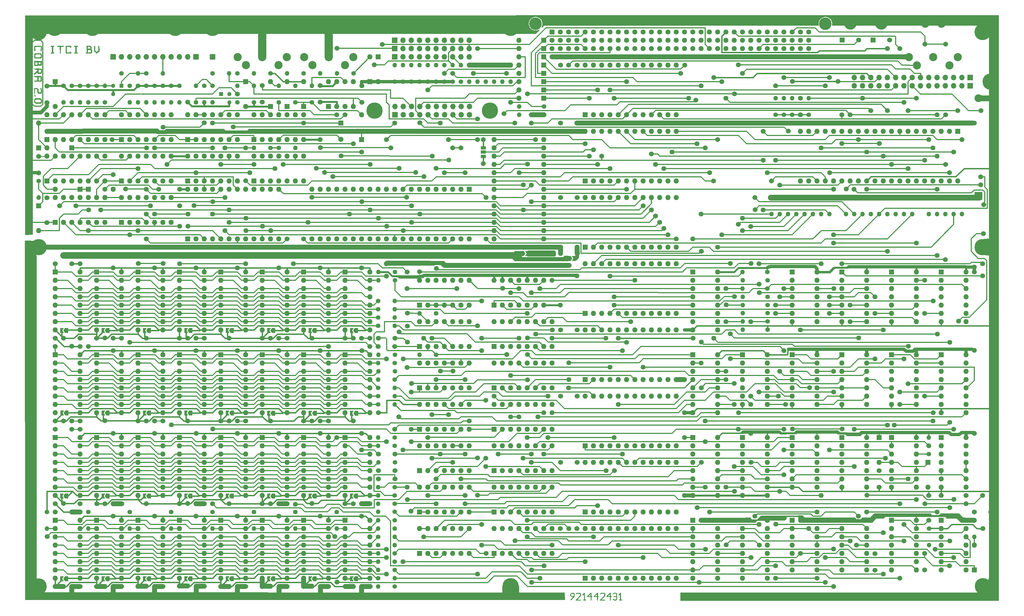
<source format=gbr>
%TF.GenerationSoftware,KiCad,Pcbnew,7.0.6-0*%
%TF.CreationDate,2023-12-21T23:12:14+02:00*%
%TF.ProjectId,main,6d61696e-2e6b-4696-9361-645f70636258,rev?*%
%TF.SameCoordinates,Original*%
%TF.FileFunction,Copper,L1,Top*%
%TF.FilePolarity,Positive*%
%FSLAX46Y46*%
G04 Gerber Fmt 4.6, Leading zero omitted, Abs format (unit mm)*
G04 Created by KiCad (PCBNEW 7.0.6-0) date 2023-12-21 23:12:14*
%MOMM*%
%LPD*%
G01*
G04 APERTURE LIST*
G04 Aperture macros list*
%AMRoundRect*
0 Rectangle with rounded corners*
0 $1 Rounding radius*
0 $2 $3 $4 $5 $6 $7 $8 $9 X,Y pos of 4 corners*
0 Add a 4 corners polygon primitive as box body*
4,1,4,$2,$3,$4,$5,$6,$7,$8,$9,$2,$3,0*
0 Add four circle primitives for the rounded corners*
1,1,$1+$1,$2,$3*
1,1,$1+$1,$4,$5*
1,1,$1+$1,$6,$7*
1,1,$1+$1,$8,$9*
0 Add four rect primitives between the rounded corners*
20,1,$1+$1,$2,$3,$4,$5,0*
20,1,$1+$1,$4,$5,$6,$7,0*
20,1,$1+$1,$6,$7,$8,$9,0*
20,1,$1+$1,$8,$9,$2,$3,0*%
%AMFreePoly0*
4,1,6,1.000000,0.000000,0.500000,-0.750000,-0.500000,-0.750000,-0.500000,0.750000,0.500000,0.750000,1.000000,0.000000,1.000000,0.000000,$1*%
%AMFreePoly1*
4,1,6,0.500000,-0.750000,-0.650000,-0.750000,-0.150000,0.000000,-0.650000,0.750000,0.500000,0.750000,0.500000,-0.750000,0.500000,-0.750000,$1*%
G04 Aperture macros list end*
%TA.AperFunction,ComponentPad*%
%ADD10C,1.400000*%
%TD*%
%TA.AperFunction,ComponentPad*%
%ADD11O,1.400000X1.400000*%
%TD*%
%TA.AperFunction,ComponentPad*%
%ADD12R,1.600000X1.600000*%
%TD*%
%TA.AperFunction,ComponentPad*%
%ADD13O,1.600000X1.600000*%
%TD*%
%TA.AperFunction,ComponentPad*%
%ADD14C,1.524000*%
%TD*%
%TA.AperFunction,ComponentPad*%
%ADD15C,1.600000*%
%TD*%
%TA.AperFunction,ComponentPad*%
%ADD16R,1.300000X1.300000*%
%TD*%
%TA.AperFunction,ComponentPad*%
%ADD17C,1.300000*%
%TD*%
%TA.AperFunction,ComponentPad*%
%ADD18C,2.500000*%
%TD*%
%TA.AperFunction,ComponentPad*%
%ADD19R,1.700000X1.700000*%
%TD*%
%TA.AperFunction,ComponentPad*%
%ADD20O,1.700000X1.700000*%
%TD*%
%TA.AperFunction,ComponentPad*%
%ADD21R,2.400000X2.400000*%
%TD*%
%TA.AperFunction,ComponentPad*%
%ADD22O,2.400000X2.400000*%
%TD*%
%TA.AperFunction,ComponentPad*%
%ADD23C,5.000000*%
%TD*%
%TA.AperFunction,ComponentPad*%
%ADD24C,1.500000*%
%TD*%
%TA.AperFunction,ComponentPad*%
%ADD25C,3.850000*%
%TD*%
%TA.AperFunction,ComponentPad*%
%ADD26RoundRect,0.249999X-0.525001X-0.525001X0.525001X-0.525001X0.525001X0.525001X-0.525001X0.525001X0*%
%TD*%
%TA.AperFunction,ComponentPad*%
%ADD27C,1.550000*%
%TD*%
%TA.AperFunction,SMDPad,CuDef*%
%ADD28FreePoly0,180.000000*%
%TD*%
%TA.AperFunction,SMDPad,CuDef*%
%ADD29FreePoly1,180.000000*%
%TD*%
%TA.AperFunction,SMDPad,CuDef*%
%ADD30R,1.500000X1.000000*%
%TD*%
%TA.AperFunction,SMDPad,CuDef*%
%ADD31FreePoly0,0.000000*%
%TD*%
%TA.AperFunction,SMDPad,CuDef*%
%ADD32FreePoly1,0.000000*%
%TD*%
%TA.AperFunction,ComponentPad*%
%ADD33R,1.524000X1.524000*%
%TD*%
%TA.AperFunction,ComponentPad*%
%ADD34C,3.800000*%
%TD*%
%TA.AperFunction,ViaPad*%
%ADD35C,1.500000*%
%TD*%
%TA.AperFunction,ViaPad*%
%ADD36C,0.800000*%
%TD*%
%TA.AperFunction,Conductor*%
%ADD37C,0.400000*%
%TD*%
%TA.AperFunction,Conductor*%
%ADD38C,1.500000*%
%TD*%
%TA.AperFunction,Conductor*%
%ADD39C,0.350000*%
%TD*%
%TA.AperFunction,Conductor*%
%ADD40C,0.600000*%
%TD*%
%TA.AperFunction,Conductor*%
%ADD41C,0.250000*%
%TD*%
%TA.AperFunction,Conductor*%
%ADD42C,1.200000*%
%TD*%
%TA.AperFunction,Conductor*%
%ADD43C,1.000000*%
%TD*%
%TA.AperFunction,Conductor*%
%ADD44C,1.800000*%
%TD*%
%TA.AperFunction,Conductor*%
%ADD45C,2.540000*%
%TD*%
%TA.AperFunction,Conductor*%
%ADD46C,0.800000*%
%TD*%
%TA.AperFunction,Conductor*%
%ADD47C,2.000000*%
%TD*%
G04 APERTURE END LIST*
D10*
%TO.P,R12,1*%
%TO.N,VCC*%
X109778800Y-202565000D03*
D11*
%TO.P,R12,2*%
%TO.N,/D2*%
X109778800Y-207645000D03*
%TD*%
D10*
%TO.P,R69,1*%
%TO.N,VCC*%
X274878800Y-80645000D03*
D11*
%TO.P,R69,2*%
%TO.N,/Z80_CPU/nINT*%
X274878800Y-75565000D03*
%TD*%
D10*
%TO.P,R14,1*%
%TO.N,VCC*%
X84378800Y-202565000D03*
D11*
%TO.P,R14,2*%
%TO.N,/D4*%
X84378800Y-207645000D03*
%TD*%
D10*
%TO.P,R17,1*%
%TO.N,VCC*%
X46278800Y-202565000D03*
D11*
%TO.P,R17,2*%
%TO.N,/D7*%
X46278800Y-207645000D03*
%TD*%
D10*
%TO.P,R16,1*%
%TO.N,VCC*%
X58978800Y-202565000D03*
D11*
%TO.P,R16,2*%
%TO.N,/D6*%
X58978800Y-207645000D03*
%TD*%
D10*
%TO.P,R15,1*%
%TO.N,VCC*%
X71678800Y-202565000D03*
D11*
%TO.P,R15,2*%
%TO.N,/D5*%
X71678800Y-207645000D03*
%TD*%
D10*
%TO.P,R11,1*%
%TO.N,VCC*%
X122478800Y-202565000D03*
D11*
%TO.P,R11,2*%
%TO.N,/D1*%
X122478800Y-207645000D03*
%TD*%
D10*
%TO.P,R68,1*%
%TO.N,VCC*%
X272338800Y-80645000D03*
D11*
%TO.P,R68,2*%
%TO.N,/Z80_CPU/nBUSRQ*%
X272338800Y-75565000D03*
%TD*%
D10*
%TO.P,R13,1*%
%TO.N,VCC*%
X97078800Y-202565000D03*
D11*
%TO.P,R13,2*%
%TO.N,/D3*%
X97078800Y-207645000D03*
%TD*%
D10*
%TO.P,R67,1*%
%TO.N,VCC*%
X269798800Y-80645000D03*
D11*
%TO.P,R67,2*%
%TO.N,/Z80_CPU/nNMI*%
X269798800Y-75565000D03*
%TD*%
D12*
%TO.P,D2,1,K*%
%TO.N,/config_selection/RSC*%
X316534800Y-187325000D03*
D13*
%TO.P,D2,2,A*%
%TO.N,/nRST*%
X316534800Y-194945000D03*
%TD*%
D14*
%TO.P,C41,1*%
%TO.N,VCC*%
X277418800Y-80645000D03*
%TO.P,C41,2*%
%TO.N,GNDD*%
X277418800Y-75565000D03*
%TD*%
D12*
%TO.P,D1,1,K*%
%TO.N,Net-(D1-K)*%
X330758800Y-220345000D03*
D13*
%TO.P,D1,2,A*%
%TO.N,/nRST*%
X330758800Y-212725000D03*
%TD*%
D12*
%TO.P,D3,1,K*%
%TO.N,VCC*%
X301548800Y-179705000D03*
D13*
%TO.P,D3,2,A*%
%TO.N,/config_selection/RSC*%
X301548800Y-187325000D03*
%TD*%
D14*
%TO.P,C16,1*%
%TO.N,GNDD*%
X203838800Y-187325000D03*
%TO.P,C16,2*%
%TO.N,VCC*%
X208918800Y-187325000D03*
%TD*%
%TO.P,C22,1*%
%TO.N,GNDD*%
X203838800Y-167005000D03*
%TO.P,C22,2*%
%TO.N,VCC*%
X208918800Y-167005000D03*
%TD*%
%TO.P,C31,1*%
%TO.N,GNDD*%
X203838800Y-146685000D03*
%TO.P,C31,2*%
%TO.N,VCC*%
X208918800Y-146685000D03*
%TD*%
%TO.P,C38,1*%
%TO.N,GNDD*%
X203838800Y-106045000D03*
%TO.P,C38,2*%
%TO.N,VCC*%
X208918800Y-106045000D03*
%TD*%
%TO.P,C40,1*%
%TO.N,GNDD*%
X203838800Y-83185000D03*
%TO.P,C40,2*%
%TO.N,VCC*%
X208918800Y-83185000D03*
%TD*%
D12*
%TO.P,D4,1,K*%
%TO.N,/Video Generator & Monitor/VVS*%
X48818800Y-70485000D03*
D13*
%TO.P,D4,2,A*%
%TO.N,VCC*%
X48818800Y-78105000D03*
%TD*%
D12*
%TO.P,DBR1,1,K*%
%TO.N,/Video Generator & Monitor/BRIGHT*%
X53898800Y-90805000D03*
D13*
%TO.P,DBR1,2,A*%
%TO.N,/Video Generator & Monitor/BD6N*%
X46278800Y-90805000D03*
%TD*%
D12*
%TO.P,DBR5,1,K*%
%TO.N,Net-(DBR2-K)*%
X56438800Y-103505000D03*
D13*
%TO.P,DBR5,2,A*%
%TO.N,/Video Generator & Monitor/IP0*%
X48818800Y-103505000D03*
%TD*%
D12*
%TO.P,DBR4,1,K*%
%TO.N,Net-(DBR2-K)*%
X43738800Y-108585000D03*
D13*
%TO.P,DBR4,2,A*%
%TO.N,/Video Generator & Monitor/IP1*%
X43738800Y-116205000D03*
%TD*%
D14*
%TO.P,C23,1*%
%TO.N,-5V*%
X48818800Y-151765000D03*
%TO.P,C23,2*%
%TO.N,GNDD*%
X56438800Y-151765000D03*
%TD*%
%TO.P,C7,1*%
%TO.N,-5V*%
X48818800Y-202577700D03*
%TO.P,C7,2*%
%TO.N,GNDD*%
X56438800Y-202577700D03*
%TD*%
%TO.P,C32,1*%
%TO.N,-5V*%
X48818800Y-126365000D03*
%TO.P,C32,2*%
%TO.N,GNDD*%
X56438800Y-126365000D03*
%TD*%
%TO.P,C12,1*%
%TO.N,V12*%
X112318800Y-200025000D03*
%TO.P,C12,2*%
%TO.N,GNDD*%
X119938800Y-200025000D03*
%TD*%
%TO.P,C13,1*%
%TO.N,V12*%
X137718800Y-200025000D03*
%TO.P,C13,2*%
%TO.N,GNDD*%
X145338800Y-200025000D03*
%TD*%
%TO.P,C25,1*%
%TO.N,GNDD*%
X48818800Y-149225000D03*
%TO.P,C25,2*%
%TO.N,VCC*%
X56438800Y-149225000D03*
%TD*%
%TO.P,C21,1*%
%TO.N,V12*%
X125018800Y-174625000D03*
%TO.P,C21,2*%
%TO.N,GNDD*%
X132638800Y-174625000D03*
%TD*%
%TO.P,C20,1*%
%TO.N,V12*%
X99618800Y-174625000D03*
%TO.P,C20,2*%
%TO.N,GNDD*%
X107238800Y-174625000D03*
%TD*%
%TO.P,C26,1*%
%TO.N,GNDD*%
X69138800Y-149225000D03*
%TO.P,C26,2*%
%TO.N,V12*%
X61518800Y-149225000D03*
%TD*%
%TO.P,C11,1*%
%TO.N,V12*%
X86918800Y-200025000D03*
%TO.P,C11,2*%
%TO.N,GNDD*%
X94538800Y-200025000D03*
%TD*%
%TO.P,C29,1*%
%TO.N,GNDD*%
X145338800Y-149225000D03*
%TO.P,C29,2*%
%TO.N,V12*%
X137718800Y-149225000D03*
%TD*%
%TO.P,C28,1*%
%TO.N,GNDD*%
X119938800Y-149225000D03*
%TO.P,C28,2*%
%TO.N,V12*%
X112318800Y-149225000D03*
%TD*%
%TO.P,C27,1*%
%TO.N,GNDD*%
X94538800Y-149225000D03*
%TO.P,C27,2*%
%TO.N,V12*%
X86918800Y-149225000D03*
%TD*%
%TO.P,C19,1*%
%TO.N,V12*%
X74218800Y-174625000D03*
%TO.P,C19,2*%
%TO.N,GNDD*%
X81838800Y-174625000D03*
%TD*%
%TO.P,C10,1*%
%TO.N,V12*%
X61588000Y-200025000D03*
%TO.P,C10,2*%
%TO.N,GNDD*%
X69208000Y-200025000D03*
%TD*%
%TO.P,C9,1*%
%TO.N,VCC*%
X56438800Y-200025000D03*
%TO.P,C9,2*%
%TO.N,GNDD*%
X48818800Y-200025000D03*
%TD*%
%TO.P,C2,1*%
%TO.N,V12*%
X74218800Y-225425000D03*
%TO.P,C2,2*%
%TO.N,GNDD*%
X81838800Y-225425000D03*
%TD*%
%TO.P,C1,1*%
%TO.N,V12*%
X48818800Y-225425000D03*
%TO.P,C1,2*%
%TO.N,GNDD*%
X56438800Y-225425000D03*
%TD*%
D12*
%TO.P,U86,1,1A*%
%TO.N,/Video Generator & Monitor/R*%
X69138800Y-88265000D03*
D13*
%TO.P,U86,2,1Y*%
%TO.N,/Video Generator & Monitor/VR*%
X71678800Y-88265000D03*
%TO.P,U86,3,2A*%
%TO.N,/Video Generator & Monitor/B*%
X74218800Y-88265000D03*
%TO.P,U86,4,2Y*%
%TO.N,/Video Generator & Monitor/VB*%
X76758800Y-88265000D03*
%TO.P,U86,5,3A*%
%TO.N,/Video Generator & Monitor/SYNC*%
X79298800Y-88265000D03*
%TO.P,U86,6,3Y*%
%TO.N,/Video Generator & Monitor/VS*%
X81838800Y-88265000D03*
%TO.P,U86,7,GND*%
%TO.N,GNDD*%
X84378800Y-88265000D03*
%TO.P,U86,8,4Y*%
%TO.N,/Video Generator & Monitor/VNS*%
X84378800Y-80645000D03*
%TO.P,U86,9,4A*%
%TO.N,/Video Generator & Monitor/nSYNC*%
X81838800Y-80645000D03*
%TO.P,U86,10,5Y*%
%TO.N,/Video Generator & Monitor/VI*%
X79298800Y-80645000D03*
%TO.P,U86,11,5A*%
%TO.N,/Video Generator & Monitor/I*%
X76758800Y-80645000D03*
%TO.P,U86,12,6Y*%
%TO.N,/Video Generator & Monitor/VG*%
X74218800Y-80645000D03*
%TO.P,U86,13,6A*%
%TO.N,/Video Generator & Monitor/G*%
X71678800Y-80645000D03*
%TO.P,U86,14,Vcc*%
%TO.N,VCC*%
X69138800Y-80645000D03*
%TD*%
D12*
%TO.P,U78,1,Ds*%
%TO.N,VCC*%
X69138800Y-113665000D03*
D13*
%TO.P,U78,2,P0*%
%TO.N,/Video Generator & Monitor/VD0*%
X71678800Y-113665000D03*
%TO.P,U78,3,P1*%
%TO.N,/Video Generator & Monitor/VD1*%
X74218800Y-113665000D03*
%TO.P,U78,4,P2*%
%TO.N,/Video Generator & Monitor/VD2*%
X76758800Y-113665000D03*
%TO.P,U78,5,P3*%
%TO.N,/Video Generator & Monitor/VD3*%
X79298800Y-113665000D03*
%TO.P,U78,6,Mode*%
%TO.N,/SLD*%
X81838800Y-113665000D03*
%TO.P,U78,7,GND*%
%TO.N,GNDD*%
X84378800Y-113665000D03*
%TO.P,U78,8,Cp2.Lshift*%
%TO.N,/SLD*%
X84378800Y-106045000D03*
%TO.P,U78,9,Cp1.Rshift*%
%TO.N,/SCLK*%
X81838800Y-106045000D03*
%TO.P,U78,10,Q3*%
%TO.N,Net-(U78-Q3)*%
X79298800Y-106045000D03*
%TO.P,U78,11,Q2*%
%TO.N,unconnected-(U78-Q2-Pad11)*%
X76758800Y-106045000D03*
%TO.P,U78,12,Q1*%
%TO.N,unconnected-(U78-Q1-Pad12)*%
X74218800Y-106045000D03*
%TO.P,U78,13,Q0*%
%TO.N,unconnected-(U78-Q0-Pad13)*%
X71678800Y-106045000D03*
%TO.P,U78,14,VCC*%
%TO.N,VCC*%
X69138800Y-106045000D03*
%TD*%
D12*
%TO.P,U77,1,Ds*%
%TO.N,GNDD*%
X48818800Y-113665000D03*
D13*
%TO.P,U77,2,P0*%
%TO.N,/Video Generator & Monitor/VD0*%
X51358800Y-113665000D03*
%TO.P,U77,3,P1*%
%TO.N,/Video Generator & Monitor/VD1*%
X53898800Y-113665000D03*
%TO.P,U77,4,P2*%
%TO.N,/Video Generator & Monitor/VD2*%
X56438800Y-113665000D03*
%TO.P,U77,5,P3*%
%TO.N,/Video Generator & Monitor/VD3*%
X58978800Y-113665000D03*
%TO.P,U77,6,Mode*%
%TO.N,/SM*%
X61518800Y-113665000D03*
%TO.P,U77,7,GND*%
%TO.N,GNDD*%
X64058800Y-113665000D03*
%TO.P,U77,8,Cp2.Lshift*%
%TO.N,VCC*%
X64058800Y-106045000D03*
%TO.P,U77,9,Cp1.Rshift*%
%TO.N,GNDD*%
X61518800Y-106045000D03*
%TO.P,U77,10,Q3*%
%TO.N,/Video Generator & Monitor/PD0*%
X58978800Y-106045000D03*
%TO.P,U77,11,Q2*%
%TO.N,/Video Generator & Monitor/ID2*%
X56438800Y-106045000D03*
%TO.P,U77,12,Q1*%
%TO.N,/Video Generator & Monitor/ID1*%
X53898800Y-106045000D03*
%TO.P,U77,13,Q0*%
%TO.N,/Video Generator & Monitor/ID0*%
X51358800Y-106045000D03*
%TO.P,U77,14,VCC*%
%TO.N,VCC*%
X48818800Y-106045000D03*
%TD*%
D12*
%TO.P,U80,1,S*%
%TO.N,/Video Generator & Monitor/IPS*%
X46278800Y-100965000D03*
D13*
%TO.P,U80,2,I0a*%
%TO.N,GNDD*%
X48818800Y-100965000D03*
%TO.P,U80,3,I1a*%
%TO.N,/Video Generator & Monitor/BRIGHT*%
X51358800Y-100965000D03*
%TO.P,U80,4,Za*%
%TO.N,unconnected-(U80-Za-Pad4)*%
X53898800Y-100965000D03*
%TO.P,U80,5,I0b*%
%TO.N,/Video Generator & Monitor/ID2*%
X56438800Y-100965000D03*
%TO.P,U80,6,I1b*%
%TO.N,/Video Generator & Monitor/PD2*%
X58978800Y-100965000D03*
%TO.P,U80,7,Zb*%
%TO.N,/Video Generator & Monitor/IP2*%
X61518800Y-100965000D03*
%TO.P,U80,8,GND*%
%TO.N,GNDD*%
X64058800Y-100965000D03*
%TO.P,U80,9,Zc*%
%TO.N,/Video Generator & Monitor/IP1*%
X64058800Y-93345000D03*
%TO.P,U80,10,I1c*%
%TO.N,/Video Generator & Monitor/PD1*%
X61518800Y-93345000D03*
%TO.P,U80,11,I0c*%
%TO.N,/Video Generator & Monitor/ID1*%
X58978800Y-93345000D03*
%TO.P,U80,12,Zd*%
%TO.N,/Video Generator & Monitor/IP0*%
X56438800Y-93345000D03*
%TO.P,U80,13,I1d*%
%TO.N,/Video Generator & Monitor/PD0*%
X53898800Y-93345000D03*
%TO.P,U80,14,I0d*%
%TO.N,/Video Generator & Monitor/ID0*%
X51358800Y-93345000D03*
%TO.P,U80,15,E*%
%TO.N,GNDD*%
X48818800Y-93345000D03*
%TO.P,U80,16,VCC*%
%TO.N,VCC*%
X46278800Y-93345000D03*
%TD*%
D12*
%TO.P,U83,1,Ds*%
%TO.N,Net-(U82-Q3)*%
X109778800Y-100965000D03*
D13*
%TO.P,U83,2,P0*%
%TO.N,unconnected-(U83-P0-Pad2)*%
X112318800Y-100965000D03*
%TO.P,U83,3,P1*%
%TO.N,unconnected-(U83-P1-Pad3)*%
X114858800Y-100965000D03*
%TO.P,U83,4,P2*%
%TO.N,unconnected-(U83-P2-Pad4)*%
X117398800Y-100965000D03*
%TO.P,U83,5,P3*%
%TO.N,unconnected-(U83-P3-Pad5)*%
X119938800Y-100965000D03*
%TO.P,U83,6,Mode*%
%TO.N,GNDD*%
X122478800Y-100965000D03*
%TO.P,U83,7,GND*%
X125018800Y-100965000D03*
%TO.P,U83,8,Cp2.Lshift*%
X125018800Y-93345000D03*
%TO.P,U83,9,Cp1.Rshift*%
%TO.N,/SCLK*%
X122478800Y-93345000D03*
%TO.P,U83,10,Q3*%
%TO.N,unconnected-(U83-Q3-Pad10)*%
X119938800Y-93345000D03*
%TO.P,U83,11,Q2*%
%TO.N,unconnected-(U83-Q2-Pad11)*%
X117398800Y-93345000D03*
%TO.P,U83,12,Q1*%
%TO.N,/Video Generator & Monitor/SQB*%
X114858800Y-93345000D03*
%TO.P,U83,13,Q0*%
%TO.N,unconnected-(U83-Q0-Pad13)*%
X112318800Y-93345000D03*
%TO.P,U83,14,VCC*%
%TO.N,VCC*%
X109778800Y-93345000D03*
%TD*%
D12*
%TO.P,U81,1,Ds*%
%TO.N,GNDD*%
X69138800Y-100965000D03*
D13*
%TO.P,U81,2,P0*%
%TO.N,/Video Generator & Monitor/VD4*%
X71678800Y-100965000D03*
%TO.P,U81,3,P1*%
%TO.N,/Video Generator & Monitor/VD5*%
X74218800Y-100965000D03*
%TO.P,U81,4,P2*%
%TO.N,/Video Generator & Monitor/VD6*%
X76758800Y-100965000D03*
%TO.P,U81,5,P3*%
%TO.N,/Video Generator & Monitor/VD7*%
X79298800Y-100965000D03*
%TO.P,U81,6,Mode*%
%TO.N,/SM*%
X81838800Y-100965000D03*
%TO.P,U81,7,GND*%
%TO.N,GNDD*%
X84378800Y-100965000D03*
%TO.P,U81,8,Cp2.Lshift*%
%TO.N,VCC*%
X84378800Y-93345000D03*
%TO.P,U81,9,Cp1.Rshift*%
%TO.N,GNDD*%
X81838800Y-93345000D03*
%TO.P,U81,10,Q3*%
%TO.N,/Video Generator & Monitor/FLASH*%
X79298800Y-93345000D03*
%TO.P,U81,11,Q2*%
%TO.N,/Video Generator & Monitor/BRIGHT*%
X76758800Y-93345000D03*
%TO.P,U81,12,Q1*%
%TO.N,/Video Generator & Monitor/PD2*%
X74218800Y-93345000D03*
%TO.P,U81,13,Q0*%
%TO.N,/Video Generator & Monitor/PD1*%
X71678800Y-93345000D03*
%TO.P,U81,14,VCC*%
%TO.N,VCC*%
X69138800Y-93345000D03*
%TD*%
D12*
%TO.P,U88,1*%
%TO.N,Net-(U87-Pad6)*%
X109778800Y-88265000D03*
D13*
%TO.P,U88,2*%
%TO.N,/Video Generator & Monitor/SQB*%
X112318800Y-88265000D03*
%TO.P,U88,3*%
%TO.N,/Video Generator & Monitor/IPS*%
X114858800Y-88265000D03*
%TO.P,U88,4*%
%TO.N,/Video Generator & Monitor/O*%
X117398800Y-88265000D03*
%TO.P,U88,5*%
%TO.N,VCC*%
X119938800Y-88265000D03*
%TO.P,U88,6*%
%TO.N,/Video Generator & Monitor/OS*%
X122478800Y-88265000D03*
%TO.P,U88,7,GND*%
%TO.N,GNDD*%
X125018800Y-88265000D03*
%TO.P,U88,8*%
%TO.N,/Video Generator & Monitor/OSC*%
X125018800Y-80645000D03*
%TO.P,U88,9*%
%TO.N,/Video Generator & Monitor/OS*%
X122478800Y-80645000D03*
%TO.P,U88,10*%
%TO.N,VCC*%
X119938800Y-80645000D03*
%TO.P,U88,11*%
%TO.N,/Video Generator & Monitor/SYNC*%
X117398800Y-80645000D03*
%TO.P,U88,12*%
%TO.N,/nVS*%
X114858800Y-80645000D03*
%TO.P,U88,13*%
%TO.N,/HS*%
X112318800Y-80645000D03*
%TO.P,U88,14,VCC*%
%TO.N,VCC*%
X109778800Y-80645000D03*
%TD*%
D12*
%TO.P,U37,1*%
%TO.N,/Video_address_gen/HB*%
X320598800Y-179705000D03*
D13*
%TO.P,U37,2*%
%TO.N,/VLD*%
X320598800Y-182245000D03*
%TO.P,U37,3*%
%TO.N,/Video_address_gen/nVLD*%
X320598800Y-184785000D03*
%TO.P,U37,4*%
X320598800Y-187325000D03*
%TO.P,U37,5*%
%TO.N,/Video_address_gen/ART*%
X320598800Y-189865000D03*
%TO.P,U37,6*%
%TO.N,/VLD*%
X320598800Y-192405000D03*
%TO.P,U37,7,GND*%
%TO.N,GNDD*%
X320598800Y-194945000D03*
%TO.P,U37,8*%
%TO.N,/Video_address_gen/SCR*%
X328218800Y-194945000D03*
%TO.P,U37,9*%
%TO.N,/Video_address_gen/ART*%
X328218800Y-192405000D03*
%TO.P,U37,10*%
%TO.N,/Video_address_gen/nSCR*%
X328218800Y-189865000D03*
%TO.P,U37,11*%
X328218800Y-187325000D03*
%TO.P,U37,12*%
%TO.N,/Video_address_gen/SCR*%
X328218800Y-184785000D03*
%TO.P,U37,13*%
%TO.N,Net-(CAT1-Pad1)*%
X328218800Y-182245000D03*
%TO.P,U37,14,VCC*%
%TO.N,VCC*%
X328218800Y-179705000D03*
%TD*%
D12*
%TO.P,U52,1*%
%TO.N,/bA13*%
X259638800Y-154305000D03*
D13*
%TO.P,U52,2*%
%TO.N,/config_selection/LO6*%
X259638800Y-156845000D03*
%TO.P,U52,3*%
%TO.N,unconnected-(U52-Pad3)*%
X259638800Y-159385000D03*
%TO.P,U52,4*%
%TO.N,unconnected-(U52-Pad4)*%
X259638800Y-161925000D03*
%TO.P,U52,5*%
%TO.N,unconnected-(U52-Pad5)*%
X259638800Y-164465000D03*
%TO.P,U52,6*%
%TO.N,unconnected-(U52-Pad6)*%
X259638800Y-167005000D03*
%TO.P,U52,7,GND*%
%TO.N,GNDD*%
X259638800Y-169545000D03*
%TO.P,U52,8*%
%TO.N,/config_selection/LA7*%
X267258800Y-169545000D03*
%TO.P,U52,9*%
%TO.N,/config_selection/RFSH*%
X267258800Y-167005000D03*
%TO.P,U52,10*%
%TO.N,/config_selection/MREQ*%
X267258800Y-164465000D03*
%TO.P,U52,11*%
X267258800Y-161925000D03*
%TO.P,U52,12*%
%TO.N,Net-(U35-Pad1)*%
X267258800Y-159385000D03*
%TO.P,U52,13*%
%TO.N,/bA15*%
X267258800Y-156845000D03*
%TO.P,U52,14,VCC*%
%TO.N,VCC*%
X267258800Y-154305000D03*
%TD*%
D12*
%TO.P,U36,1,~{R}*%
%TO.N,/config_selection/LO6*%
X305358800Y-179705000D03*
D13*
%TO.P,U36,2,D*%
%TO.N,/bA7*%
X305358800Y-182245000D03*
%TO.P,U36,3,C*%
%TO.N,/config_selection/LA7*%
X305358800Y-184785000D03*
%TO.P,U36,4,~{S}*%
%TO.N,/config_selection/RSC*%
X305358800Y-187325000D03*
%TO.P,U36,5,Q*%
%TO.N,unconnected-(U36A-Q-Pad5)*%
X305358800Y-189865000D03*
%TO.P,U36,6,~{Q}*%
%TO.N,/nPO*%
X305358800Y-192405000D03*
%TO.P,U36,7,GND*%
%TO.N,GNDD*%
X305358800Y-194945000D03*
%TO.P,U36,8,~{Q}*%
%TO.N,/config_selection/nLO6*%
X312978800Y-194945000D03*
%TO.P,U36,9,Q*%
%TO.N,/config_selection/LO6*%
X312978800Y-192405000D03*
%TO.P,U36,10,~{S}*%
%TO.N,/config_selection/RSC*%
X312978800Y-189865000D03*
%TO.P,U36,11,C*%
%TO.N,/nPO*%
X312978800Y-187325000D03*
%TO.P,U36,12,D*%
%TO.N,/O6*%
X312978800Y-184785000D03*
%TO.P,U36,13,~{R}*%
%TO.N,VCC*%
X312978800Y-182245000D03*
%TO.P,U36,14,VCC*%
X312978800Y-179705000D03*
%TD*%
D12*
%TO.P,U17,1*%
%TO.N,/config_selection/RSZ80*%
X320598800Y-205105000D03*
D13*
%TO.P,U17,2*%
X320598800Y-207645000D03*
%TO.P,U17,3*%
%TO.N,Net-(U17-Pad3)*%
X320598800Y-210185000D03*
%TO.P,U17,4*%
X320598800Y-212725000D03*
%TO.P,U17,5*%
%TO.N,/VLD*%
X320598800Y-215265000D03*
%TO.P,U17,6*%
%TO.N,Net-(D1-K)*%
X320598800Y-217805000D03*
%TO.P,U17,7,GND*%
%TO.N,GNDD*%
X320598800Y-220345000D03*
%TO.P,U17,8*%
%TO.N,/POR*%
X328218800Y-220345000D03*
%TO.P,U17,9*%
%TO.N,/config_selection/RSC*%
X328218800Y-217805000D03*
%TO.P,U17,10*%
X328218800Y-215265000D03*
%TO.P,U17,11*%
%TO.N,/nKBI*%
X328218800Y-212725000D03*
%TO.P,U17,12*%
%TO.N,/VLD*%
X328218800Y-210185000D03*
%TO.P,U17,13*%
%TO.N,/config_selection/nLO6*%
X328218800Y-207645000D03*
%TO.P,U17,14,VCC*%
%TO.N,VCC*%
X328218800Y-205105000D03*
%TD*%
D12*
%TO.P,U16,1*%
%TO.N,/Video_address_gen/HBS*%
X305358800Y-205105000D03*
D13*
%TO.P,U16,2*%
%TO.N,/nHB*%
X305358800Y-207645000D03*
%TO.P,U16,3*%
%TO.N,/Video_address_gen/HB*%
X305358800Y-210185000D03*
%TO.P,U16,4*%
X305358800Y-212725000D03*
%TO.P,U16,5*%
%TO.N,/Video_address_gen/HBR*%
X305358800Y-215265000D03*
%TO.P,U16,6*%
%TO.N,/nHB*%
X305358800Y-217805000D03*
%TO.P,U16,7,GND*%
%TO.N,GNDD*%
X305358800Y-220345000D03*
%TO.P,U16,8*%
%TO.N,/Video_address_gen/nHLD*%
X312978800Y-220345000D03*
%TO.P,U16,9*%
%TO.N,/nQD*%
X312978800Y-217805000D03*
%TO.P,U16,10*%
%TO.N,/Video_address_gen/HLD*%
X312978800Y-215265000D03*
%TO.P,U16,11*%
X312978800Y-212725000D03*
%TO.P,U16,12*%
%TO.N,/Video_address_gen/nHLD*%
X312978800Y-210185000D03*
%TO.P,U16,13*%
%TO.N,/Video_address_gen/HBS*%
X312978800Y-207645000D03*
%TO.P,U16,14,VCC*%
%TO.N,VCC*%
X312978800Y-205105000D03*
%TD*%
D12*
%TO.P,U14,1*%
%TO.N,/AC3*%
X274878800Y-205105000D03*
D13*
%TO.P,U14,2*%
%TO.N,/AC5*%
X274878800Y-207645000D03*
%TO.P,U14,3*%
%TO.N,/AT0*%
X274878800Y-210185000D03*
%TO.P,U14,4*%
X274878800Y-212725000D03*
%TO.P,U14,5*%
%TO.N,/AT1*%
X274878800Y-215265000D03*
%TO.P,U14,6*%
%TO.N,Net-(CAT1-Pad1)*%
X274878800Y-217805000D03*
%TO.P,U14,7,GND*%
%TO.N,GNDD*%
X274878800Y-220345000D03*
%TO.P,U14,8*%
%TO.N,/Video_address_gen/HBR*%
X282498800Y-220345000D03*
%TO.P,U14,9*%
%TO.N,/AC5*%
X282498800Y-217805000D03*
%TO.P,U14,10*%
%TO.N,/AC3*%
X282498800Y-215265000D03*
%TO.P,U14,11*%
%TO.N,/AC1*%
X282498800Y-212725000D03*
%TO.P,U14,12*%
%TO.N,/Video_address_gen/HBS*%
X282498800Y-210185000D03*
%TO.P,U14,13*%
%TO.N,/AC7*%
X282498800Y-207645000D03*
%TO.P,U14,14,VCC*%
%TO.N,VCC*%
X282498800Y-205105000D03*
%TD*%
D12*
%TO.P,U76,1,nDS1*%
%TO.N,/bnRD*%
X89458800Y-118745000D03*
D13*
%TO.P,U76,2,MD*%
%TO.N,GNDD*%
X91998800Y-118745000D03*
%TO.P,U76,3,DI1*%
%TO.N,/Video Generator & Monitor/VD0*%
X94538800Y-118745000D03*
%TO.P,U76,4,DO1*%
%TO.N,/D0*%
X97078800Y-118745000D03*
%TO.P,U76,5,DI2*%
%TO.N,/Video Generator & Monitor/VD1*%
X99618800Y-118745000D03*
%TO.P,U76,6,DO2*%
%TO.N,/D1*%
X102158800Y-118745000D03*
%TO.P,U76,7,DI3*%
%TO.N,/Video Generator & Monitor/VD2*%
X104698800Y-118745000D03*
%TO.P,U76,8,DO3*%
%TO.N,/D2*%
X107238800Y-118745000D03*
%TO.P,U76,9,DI4*%
%TO.N,/Video Generator & Monitor/VD3*%
X109778800Y-118745000D03*
%TO.P,U76,10,DO4*%
%TO.N,/D3*%
X112318800Y-118745000D03*
%TO.P,U76,11,STB*%
%TO.N,/STB*%
X114858800Y-118745000D03*
%TO.P,U76,12,GND*%
%TO.N,GNDD*%
X117398800Y-118745000D03*
%TO.P,U76,13,DS2*%
%TO.N,/CS1*%
X117398800Y-103505000D03*
%TO.P,U76,14,nCLR*%
%TO.N,VCC*%
X114858800Y-103505000D03*
%TO.P,U76,15,DO5*%
%TO.N,/D4*%
X112318800Y-103505000D03*
%TO.P,U76,16,DI5*%
%TO.N,/Video Generator & Monitor/VD4*%
X109778800Y-103505000D03*
%TO.P,U76,17,DO6*%
%TO.N,/D5*%
X107238800Y-103505000D03*
%TO.P,U76,18,DI6*%
%TO.N,/Video Generator & Monitor/VD5*%
X104698800Y-103505000D03*
%TO.P,U76,19,DO7*%
%TO.N,/D6*%
X102158800Y-103505000D03*
%TO.P,U76,20,DI7*%
%TO.N,/Video Generator & Monitor/VD6*%
X99618800Y-103505000D03*
%TO.P,U76,21,DO8*%
%TO.N,/D7*%
X97078800Y-103505000D03*
%TO.P,U76,22,DI8*%
%TO.N,/Video Generator & Monitor/VD7*%
X94538800Y-103505000D03*
%TO.P,U76,23,nINT*%
%TO.N,unconnected-(U76-nINT-Pad23)*%
X91998800Y-103505000D03*
%TO.P,U76,24,Vcc*%
%TO.N,VCC*%
X89458800Y-103505000D03*
%TD*%
D12*
%TO.P,U90,1,A11*%
%TO.N,/Z80_CPU/A11*%
X325678800Y-85725000D03*
D13*
%TO.P,U90,2,A12*%
%TO.N,/Z80_CPU/A12*%
X323138800Y-85725000D03*
%TO.P,U90,3,A13*%
%TO.N,/Z80_CPU/A13*%
X320598800Y-85725000D03*
%TO.P,U90,4,A14*%
%TO.N,/Z80_CPU/A14*%
X318058800Y-85725000D03*
%TO.P,U90,5,A15*%
%TO.N,/Z80_CPU/A15*%
X315518800Y-85725000D03*
%TO.P,U90,6,~{CLK}*%
%TO.N,/Z80_CPU/nCLK*%
X312978800Y-85725000D03*
%TO.P,U90,7,D4*%
%TO.N,/D4*%
X310438800Y-85725000D03*
%TO.P,U90,8,D3*%
%TO.N,/D3*%
X307898800Y-85725000D03*
%TO.P,U90,9,D5*%
%TO.N,/D5*%
X305358800Y-85725000D03*
%TO.P,U90,10,D6*%
%TO.N,/D6*%
X302818800Y-85725000D03*
%TO.P,U90,11,VCC*%
%TO.N,VCC*%
X300278800Y-85725000D03*
%TO.P,U90,12,D2*%
%TO.N,/D2*%
X297738800Y-85725000D03*
%TO.P,U90,13,D7*%
%TO.N,/D7*%
X295198800Y-85725000D03*
%TO.P,U90,14,D0*%
%TO.N,/D0*%
X292658800Y-85725000D03*
%TO.P,U90,15,D1*%
%TO.N,/D1*%
X290118800Y-85725000D03*
%TO.P,U90,16,~{INT}*%
%TO.N,/Z80_CPU/nINT*%
X287578800Y-85725000D03*
%TO.P,U90,17,~{NMI}*%
%TO.N,/Z80_CPU/nNMI*%
X285038800Y-85725000D03*
%TO.P,U90,18,~{HALT}*%
%TO.N,/Z80_CPU/nHALT*%
X282498800Y-85725000D03*
%TO.P,U90,19,~{MREQ}*%
%TO.N,/Z80_CPU/nMREQ*%
X279958800Y-85725000D03*
%TO.P,U90,20,~{IORQ}*%
%TO.N,/Z80_CPU/nIORQ*%
X277418800Y-85725000D03*
%TO.P,U90,21,~{RD}*%
%TO.N,/Z80_CPU/nRD*%
X277418800Y-100965000D03*
%TO.P,U90,22,~{WR}*%
%TO.N,/Z80_CPU/nWR*%
X279958800Y-100965000D03*
%TO.P,U90,23,~{BUSACK}*%
%TO.N,/Z80_CPU/nBUSACK*%
X282498800Y-100965000D03*
%TO.P,U90,24,~{WAIT}*%
%TO.N,/nWAIT*%
X285038800Y-100965000D03*
%TO.P,U90,25,~{BUSRQ}*%
%TO.N,/Z80_CPU/nBUSRQ*%
X287578800Y-100965000D03*
%TO.P,U90,26,~{RESET}*%
%TO.N,/nRST*%
X290118800Y-100965000D03*
%TO.P,U90,27,~{M1}*%
%TO.N,/Z80_CPU/nM1*%
X292658800Y-100965000D03*
%TO.P,U90,28,~{RFSH}*%
%TO.N,/Z80_CPU/nRFSH*%
X295198800Y-100965000D03*
%TO.P,U90,29,GND*%
%TO.N,GNDD*%
X297738800Y-100965000D03*
%TO.P,U90,30,A0*%
%TO.N,/Z80_CPU/A0*%
X300278800Y-100965000D03*
%TO.P,U90,31,A1*%
%TO.N,/Z80_CPU/A1*%
X302818800Y-100965000D03*
%TO.P,U90,32,A2*%
%TO.N,/Z80_CPU/A2*%
X305358800Y-100965000D03*
%TO.P,U90,33,A3*%
%TO.N,/Z80_CPU/A3*%
X307898800Y-100965000D03*
%TO.P,U90,34,A4*%
%TO.N,/Z80_CPU/A4*%
X310438800Y-100965000D03*
%TO.P,U90,35,A5*%
%TO.N,/Z80_CPU/A5*%
X312978800Y-100965000D03*
%TO.P,U90,36,A6*%
%TO.N,/Z80_CPU/A6*%
X315518800Y-100965000D03*
%TO.P,U90,37,A7*%
%TO.N,/Z80_CPU/A7*%
X318058800Y-100965000D03*
%TO.P,U90,38,A8*%
%TO.N,/Z80_CPU/A8*%
X320598800Y-100965000D03*
%TO.P,U90,39,A9*%
%TO.N,/Z80_CPU/A9*%
X323138800Y-100965000D03*
%TO.P,U90,40,A10*%
%TO.N,/Z80_CPU/A10*%
X325678800Y-100965000D03*
%TD*%
D12*
%TO.P,U75,1,A7*%
%TO.N,/bA7*%
X211378800Y-121285000D03*
D13*
%TO.P,U75,2,A6*%
%TO.N,/bA6*%
X213918800Y-121285000D03*
%TO.P,U75,3,A5*%
%TO.N,/bA5*%
X216458800Y-121285000D03*
%TO.P,U75,4,A4*%
%TO.N,/bA4*%
X218998800Y-121285000D03*
%TO.P,U75,5,A3*%
%TO.N,/bA3*%
X221538800Y-121285000D03*
%TO.P,U75,6,A2*%
%TO.N,/bA2*%
X224078800Y-121285000D03*
%TO.P,U75,7,A1*%
%TO.N,/bA1*%
X226618800Y-121285000D03*
%TO.P,U75,8,A0*%
%TO.N,/bA0*%
X229158800Y-121285000D03*
%TO.P,U75,9,D0*%
%TO.N,/D0*%
X231698800Y-121285000D03*
%TO.P,U75,10,D1*%
%TO.N,/D1*%
X234238800Y-121285000D03*
%TO.P,U75,11,D2*%
%TO.N,/D2*%
X236778800Y-121285000D03*
%TO.P,U75,12,GND*%
%TO.N,GNDD*%
X239318800Y-121285000D03*
%TO.P,U75,13,D3*%
%TO.N,/D3*%
X239318800Y-106045000D03*
%TO.P,U75,14,D4*%
%TO.N,/D4*%
X236778800Y-106045000D03*
%TO.P,U75,15,D5*%
%TO.N,/D5*%
X234238800Y-106045000D03*
%TO.P,U75,16,D6*%
%TO.N,/D6*%
X231698800Y-106045000D03*
%TO.P,U75,17,D7*%
%TO.N,/D7*%
X229158800Y-106045000D03*
%TO.P,U75,18,nCE*%
%TO.N,/nPO*%
X226618800Y-106045000D03*
%TO.P,U75,19,A10*%
%TO.N,/bA10*%
X224078800Y-106045000D03*
%TO.P,U75,20,nOE*%
%TO.N,/ROM/BAS_OE2*%
X221538800Y-106045000D03*
%TO.P,U75,21,Vpp*%
%TO.N,/ROM/BAS_A11*%
X218998800Y-106045000D03*
%TO.P,U75,22,A9*%
%TO.N,/bA9*%
X216458800Y-106045000D03*
%TO.P,U75,23,A8*%
%TO.N,/bA8*%
X213918800Y-106045000D03*
%TO.P,U75,24,Vcc*%
%TO.N,VCC*%
X211378800Y-106045000D03*
%TD*%
D12*
%TO.P,U74,1,1A*%
%TO.N,/Z80_CPU/A8*%
X320598800Y-128905000D03*
D13*
%TO.P,U74,2,1Y*%
%TO.N,/bA8*%
X320598800Y-131445000D03*
%TO.P,U74,3,2A*%
%TO.N,/Z80_CPU/A7*%
X320598800Y-133985000D03*
%TO.P,U74,4,2Y*%
%TO.N,/bA7*%
X320598800Y-136525000D03*
%TO.P,U74,5,3A*%
%TO.N,/CLK*%
X320598800Y-139065000D03*
%TO.P,U74,6,3Y*%
%TO.N,/Z80_CPU/nCLK*%
X320598800Y-141605000D03*
%TO.P,U74,7,GND*%
%TO.N,GNDD*%
X320598800Y-144145000D03*
%TO.P,U74,8,4Y*%
%TO.N,/bA9*%
X328218800Y-144145000D03*
%TO.P,U74,9,4A*%
%TO.N,/Z80_CPU/A9*%
X328218800Y-141605000D03*
%TO.P,U74,10,5Y*%
%TO.N,/bA10*%
X328218800Y-139065000D03*
%TO.P,U74,11,5A*%
%TO.N,/Z80_CPU/A10*%
X328218800Y-136525000D03*
%TO.P,U74,12,6Y*%
%TO.N,/bA11*%
X328218800Y-133985000D03*
%TO.P,U74,13,6A*%
%TO.N,/Z80_CPU/A11*%
X328218800Y-131445000D03*
%TO.P,U74,14,Vcc*%
%TO.N,VCC*%
X328218800Y-128905000D03*
%TD*%
D12*
%TO.P,U73,1,1A*%
%TO.N,/Z80_CPU/A2*%
X305358800Y-128905000D03*
D13*
%TO.P,U73,2,1Y*%
%TO.N,/bA2*%
X305358800Y-131445000D03*
%TO.P,U73,3,2A*%
%TO.N,/Z80_CPU/A1*%
X305358800Y-133985000D03*
%TO.P,U73,4,2Y*%
%TO.N,/bA1*%
X305358800Y-136525000D03*
%TO.P,U73,5,3A*%
%TO.N,/Z80_CPU/A0*%
X305358800Y-139065000D03*
%TO.P,U73,6,3Y*%
%TO.N,/bA0*%
X305358800Y-141605000D03*
%TO.P,U73,7,GND*%
%TO.N,GNDD*%
X305358800Y-144145000D03*
%TO.P,U73,8,4Y*%
%TO.N,/bA3*%
X312978800Y-144145000D03*
%TO.P,U73,9,4A*%
%TO.N,/Z80_CPU/A3*%
X312978800Y-141605000D03*
%TO.P,U73,10,5Y*%
%TO.N,/bA4*%
X312978800Y-139065000D03*
%TO.P,U73,11,5A*%
%TO.N,/Z80_CPU/A4*%
X312978800Y-136525000D03*
%TO.P,U73,12,6Y*%
%TO.N,/bA6*%
X312978800Y-133985000D03*
%TO.P,U73,13,6A*%
%TO.N,/Z80_CPU/A6*%
X312978800Y-131445000D03*
%TO.P,U73,14,Vcc*%
%TO.N,VCC*%
X312978800Y-128905000D03*
%TD*%
D12*
%TO.P,U72,1,1A*%
%TO.N,/nKBI*%
X290118800Y-128905000D03*
D13*
%TO.P,U72,2,1Y*%
%TO.N,/Z80_CPU/nINT*%
X290118800Y-131445000D03*
%TO.P,U72,3,2A*%
%TO.N,/Z80_CPU/A5*%
X290118800Y-133985000D03*
%TO.P,U72,4,2Y*%
%TO.N,/bA5*%
X290118800Y-136525000D03*
%TO.P,U72,5,3A*%
%TO.N,/Z80_CPU/A12*%
X290118800Y-139065000D03*
%TO.P,U72,6,3Y*%
%TO.N,/bA12*%
X290118800Y-141605000D03*
%TO.P,U72,7,GND*%
%TO.N,GNDD*%
X290118800Y-144145000D03*
%TO.P,U72,8,4Y*%
%TO.N,/bnM1*%
X297738800Y-144145000D03*
%TO.P,U72,9,4A*%
%TO.N,/Z80_CPU/nM1*%
X297738800Y-141605000D03*
%TO.P,U72,10,5Y*%
%TO.N,/bnRFSH*%
X297738800Y-139065000D03*
%TO.P,U72,11,5A*%
%TO.N,/Z80_CPU/nRFSH*%
X297738800Y-136525000D03*
%TO.P,U72,12,6Y*%
%TO.N,/bA13*%
X297738800Y-133985000D03*
%TO.P,U72,13,6A*%
%TO.N,/Z80_CPU/A13*%
X297738800Y-131445000D03*
%TO.P,U72,14,Vcc*%
%TO.N,VCC*%
X297738800Y-128905000D03*
%TD*%
D12*
%TO.P,U68,1,Vbb*%
%TO.N,-5V*%
X125018800Y-128905000D03*
D13*
%TO.P,U68,2,Din*%
%TO.N,/D1*%
X125018800Y-131445000D03*
%TO.P,U68,3,nWR*%
%TO.N,/48K RAM & MUX/nMWR*%
X125018800Y-133985000D03*
%TO.P,U68,4,nRAS*%
%TO.N,/48K RAM & MUX/RAS*%
X125018800Y-136525000D03*
%TO.P,U68,5,A0*%
%TO.N,/48K RAM & MUX/MA0*%
X125018800Y-139065000D03*
%TO.P,U68,6,A2*%
%TO.N,/48K RAM & MUX/MA2*%
X125018800Y-141605000D03*
%TO.P,U68,7,A1*%
%TO.N,/48K RAM & MUX/MA1*%
X125018800Y-144145000D03*
%TO.P,U68,8,Vdd*%
%TO.N,V12*%
X125018800Y-146685000D03*
%TO.P,U68,9,Vcc*%
%TO.N,VCC*%
X132638800Y-146685000D03*
%TO.P,U68,10,A5*%
%TO.N,/48K RAM & MUX/MA5*%
X132638800Y-144145000D03*
%TO.P,U68,11,A4*%
%TO.N,/48K RAM & MUX/MA4*%
X132638800Y-141605000D03*
%TO.P,U68,12,A3*%
%TO.N,/48K RAM & MUX/MA3*%
X132638800Y-139065000D03*
%TO.P,U68,13,A6*%
%TO.N,/48K RAM & MUX/MA6*%
X132638800Y-136525000D03*
%TO.P,U68,14,Dout*%
%TO.N,/D1*%
X132638800Y-133985000D03*
%TO.P,U68,15,nCAS*%
%TO.N,/48K RAM & MUX/CAS2*%
X132638800Y-131445000D03*
%TO.P,U68,16,Vss*%
%TO.N,GNDD*%
X132638800Y-128905000D03*
%TD*%
D12*
%TO.P,U71,1,1A*%
%TO.N,/Z80_CPU/nRD*%
X274878800Y-128905000D03*
D13*
%TO.P,U71,2,1Y*%
%TO.N,/bnRD*%
X274878800Y-131445000D03*
%TO.P,U71,3,2A*%
%TO.N,/Z80_CPU/nIORQ*%
X274878800Y-133985000D03*
%TO.P,U71,4,2Y*%
%TO.N,/bnIORQ*%
X274878800Y-136525000D03*
%TO.P,U71,5,3A*%
%TO.N,/Z80_CPU/A15*%
X274878800Y-139065000D03*
%TO.P,U71,6,3Y*%
%TO.N,/bA15*%
X274878800Y-141605000D03*
%TO.P,U71,7,GND*%
%TO.N,GNDD*%
X274878800Y-144145000D03*
%TO.P,U71,8,4Y*%
%TO.N,/bnMREQ*%
X282498800Y-144145000D03*
%TO.P,U71,9,4A*%
%TO.N,/Z80_CPU/nMREQ*%
X282498800Y-141605000D03*
%TO.P,U71,10,5Y*%
%TO.N,/bnWR*%
X282498800Y-139065000D03*
%TO.P,U71,11,5A*%
%TO.N,/Z80_CPU/nWR*%
X282498800Y-136525000D03*
%TO.P,U71,12,6Y*%
%TO.N,/bA14*%
X282498800Y-133985000D03*
%TO.P,U71,13,6A*%
%TO.N,/Z80_CPU/A14*%
X282498800Y-131445000D03*
%TO.P,U71,14,Vcc*%
%TO.N,VCC*%
X282498800Y-128905000D03*
%TD*%
D12*
%TO.P,U70,1,0*%
%TO.N,/ROM/BAS_OE0*%
X244398800Y-128905000D03*
D13*
%TO.P,U70,2,1*%
%TO.N,/ROM/BAS_OE1*%
X244398800Y-131445000D03*
%TO.P,U70,3,2*%
%TO.N,/ROM/BAS_OE2*%
X244398800Y-133985000D03*
%TO.P,U70,4,3*%
%TO.N,/ROM/BAS_OE3*%
X244398800Y-136525000D03*
%TO.P,U70,5,4*%
%TO.N,/ROM/BAS_OE4*%
X244398800Y-139065000D03*
%TO.P,U70,6,5*%
%TO.N,/ROM/BAS_OE5*%
X244398800Y-141605000D03*
%TO.P,U70,7,6*%
%TO.N,/ROM/BAS_OE6*%
X244398800Y-144145000D03*
%TO.P,U70,8,GND*%
%TO.N,GNDD*%
X244398800Y-146685000D03*
%TO.P,U70,9,7*%
%TO.N,/ROM/BAS_OE7*%
X252018800Y-146685000D03*
%TO.P,U70,10,8*%
%TO.N,unconnected-(U70-8-Pad10)*%
X252018800Y-144145000D03*
%TO.P,U70,11,9*%
%TO.N,unconnected-(U70-9-Pad11)*%
X252018800Y-141605000D03*
%TO.P,U70,12,A3*%
%TO.N,/nOES*%
X252018800Y-139065000D03*
%TO.P,U70,13,A2*%
%TO.N,/ROM/BAS2*%
X252018800Y-136525000D03*
%TO.P,U70,14,A1*%
%TO.N,/ROM/BAS1*%
X252018800Y-133985000D03*
%TO.P,U70,15,A0*%
%TO.N,/ROM/BAS0*%
X252018800Y-131445000D03*
%TO.P,U70,16,VCC*%
%TO.N,VCC*%
X252018800Y-128905000D03*
%TD*%
D12*
%TO.P,U69,1,Vbb*%
%TO.N,-5V*%
X137718800Y-128905000D03*
D13*
%TO.P,U69,2,Din*%
%TO.N,/D0*%
X137718800Y-131445000D03*
%TO.P,U69,3,nWR*%
%TO.N,/48K RAM & MUX/nMWR*%
X137718800Y-133985000D03*
%TO.P,U69,4,nRAS*%
%TO.N,/48K RAM & MUX/RAS*%
X137718800Y-136525000D03*
%TO.P,U69,5,A0*%
%TO.N,/48K RAM & MUX/MA0*%
X137718800Y-139065000D03*
%TO.P,U69,6,A2*%
%TO.N,/48K RAM & MUX/MA2*%
X137718800Y-141605000D03*
%TO.P,U69,7,A1*%
%TO.N,/48K RAM & MUX/MA1*%
X137718800Y-144145000D03*
%TO.P,U69,8,Vdd*%
%TO.N,V12*%
X137718800Y-146685000D03*
%TO.P,U69,9,Vcc*%
%TO.N,VCC*%
X145338800Y-146685000D03*
%TO.P,U69,10,A5*%
%TO.N,/48K RAM & MUX/MA5*%
X145338800Y-144145000D03*
%TO.P,U69,11,A4*%
%TO.N,/48K RAM & MUX/MA4*%
X145338800Y-141605000D03*
%TO.P,U69,12,A3*%
%TO.N,/48K RAM & MUX/MA3*%
X145338800Y-139065000D03*
%TO.P,U69,13,A6*%
%TO.N,/48K RAM & MUX/MA6*%
X145338800Y-136525000D03*
%TO.P,U69,14,Dout*%
%TO.N,/D0*%
X145338800Y-133985000D03*
%TO.P,U69,15,nCAS*%
%TO.N,/48K RAM & MUX/CAS2*%
X145338800Y-131445000D03*
%TO.P,U69,16,Vss*%
%TO.N,GNDD*%
X145338800Y-128905000D03*
%TD*%
D12*
%TO.P,U67,1,Vbb*%
%TO.N,-5V*%
X112318800Y-128905000D03*
D13*
%TO.P,U67,2,Din*%
%TO.N,/D2*%
X112318800Y-131445000D03*
%TO.P,U67,3,nWR*%
%TO.N,/48K RAM & MUX/nMWR*%
X112318800Y-133985000D03*
%TO.P,U67,4,nRAS*%
%TO.N,/48K RAM & MUX/RAS*%
X112318800Y-136525000D03*
%TO.P,U67,5,A0*%
%TO.N,/48K RAM & MUX/MA0*%
X112318800Y-139065000D03*
%TO.P,U67,6,A2*%
%TO.N,/48K RAM & MUX/MA2*%
X112318800Y-141605000D03*
%TO.P,U67,7,A1*%
%TO.N,/48K RAM & MUX/MA1*%
X112318800Y-144145000D03*
%TO.P,U67,8,Vdd*%
%TO.N,V12*%
X112318800Y-146685000D03*
%TO.P,U67,9,Vcc*%
%TO.N,VCC*%
X119938800Y-146685000D03*
%TO.P,U67,10,A5*%
%TO.N,/48K RAM & MUX/MA5*%
X119938800Y-144145000D03*
%TO.P,U67,11,A4*%
%TO.N,/48K RAM & MUX/MA4*%
X119938800Y-141605000D03*
%TO.P,U67,12,A3*%
%TO.N,/48K RAM & MUX/MA3*%
X119938800Y-139065000D03*
%TO.P,U67,13,A6*%
%TO.N,/48K RAM & MUX/MA6*%
X119938800Y-136525000D03*
%TO.P,U67,14,Dout*%
%TO.N,/D2*%
X119938800Y-133985000D03*
%TO.P,U67,15,nCAS*%
%TO.N,/48K RAM & MUX/CAS2*%
X119938800Y-131445000D03*
%TO.P,U67,16,Vss*%
%TO.N,GNDD*%
X119938800Y-128905000D03*
%TD*%
D12*
%TO.P,U66,1,Vbb*%
%TO.N,-5V*%
X99618800Y-128905000D03*
D13*
%TO.P,U66,2,Din*%
%TO.N,/D3*%
X99618800Y-131445000D03*
%TO.P,U66,3,nWR*%
%TO.N,/48K RAM & MUX/nMWR*%
X99618800Y-133985000D03*
%TO.P,U66,4,nRAS*%
%TO.N,/48K RAM & MUX/RAS*%
X99618800Y-136525000D03*
%TO.P,U66,5,A0*%
%TO.N,/48K RAM & MUX/MA0*%
X99618800Y-139065000D03*
%TO.P,U66,6,A2*%
%TO.N,/48K RAM & MUX/MA2*%
X99618800Y-141605000D03*
%TO.P,U66,7,A1*%
%TO.N,/48K RAM & MUX/MA1*%
X99618800Y-144145000D03*
%TO.P,U66,8,Vdd*%
%TO.N,V12*%
X99618800Y-146685000D03*
%TO.P,U66,9,Vcc*%
%TO.N,VCC*%
X107238800Y-146685000D03*
%TO.P,U66,10,A5*%
%TO.N,/48K RAM & MUX/MA5*%
X107238800Y-144145000D03*
%TO.P,U66,11,A4*%
%TO.N,/48K RAM & MUX/MA4*%
X107238800Y-141605000D03*
%TO.P,U66,12,A3*%
%TO.N,/48K RAM & MUX/MA3*%
X107238800Y-139065000D03*
%TO.P,U66,13,A6*%
%TO.N,/48K RAM & MUX/MA6*%
X107238800Y-136525000D03*
%TO.P,U66,14,Dout*%
%TO.N,/D3*%
X107238800Y-133985000D03*
%TO.P,U66,15,nCAS*%
%TO.N,/48K RAM & MUX/CAS2*%
X107238800Y-131445000D03*
%TO.P,U66,16,Vss*%
%TO.N,GNDD*%
X107238800Y-128905000D03*
%TD*%
D12*
%TO.P,U64,1,Vbb*%
%TO.N,-5V*%
X74218800Y-128905000D03*
D13*
%TO.P,U64,2,Din*%
%TO.N,/D5*%
X74218800Y-131445000D03*
%TO.P,U64,3,nWR*%
%TO.N,/48K RAM & MUX/nMWR*%
X74218800Y-133985000D03*
%TO.P,U64,4,nRAS*%
%TO.N,/48K RAM & MUX/RAS*%
X74218800Y-136525000D03*
%TO.P,U64,5,A0*%
%TO.N,/48K RAM & MUX/MA0*%
X74218800Y-139065000D03*
%TO.P,U64,6,A2*%
%TO.N,/48K RAM & MUX/MA2*%
X74218800Y-141605000D03*
%TO.P,U64,7,A1*%
%TO.N,/48K RAM & MUX/MA1*%
X74218800Y-144145000D03*
%TO.P,U64,8,Vdd*%
%TO.N,V12*%
X74218800Y-146685000D03*
%TO.P,U64,9,Vcc*%
%TO.N,VCC*%
X81838800Y-146685000D03*
%TO.P,U64,10,A5*%
%TO.N,/48K RAM & MUX/MA5*%
X81838800Y-144145000D03*
%TO.P,U64,11,A4*%
%TO.N,/48K RAM & MUX/MA4*%
X81838800Y-141605000D03*
%TO.P,U64,12,A3*%
%TO.N,/48K RAM & MUX/MA3*%
X81838800Y-139065000D03*
%TO.P,U64,13,A6*%
%TO.N,/48K RAM & MUX/MA6*%
X81838800Y-136525000D03*
%TO.P,U64,14,Dout*%
%TO.N,/D5*%
X81838800Y-133985000D03*
%TO.P,U64,15,nCAS*%
%TO.N,/48K RAM & MUX/CAS2*%
X81838800Y-131445000D03*
%TO.P,U64,16,Vss*%
%TO.N,GNDD*%
X81838800Y-128905000D03*
%TD*%
D12*
%TO.P,U63,1,Vbb*%
%TO.N,-5V*%
X61518800Y-128905000D03*
D13*
%TO.P,U63,2,Din*%
%TO.N,/D6*%
X61518800Y-131445000D03*
%TO.P,U63,3,nWR*%
%TO.N,/48K RAM & MUX/nMWR*%
X61518800Y-133985000D03*
%TO.P,U63,4,nRAS*%
%TO.N,/48K RAM & MUX/RAS*%
X61518800Y-136525000D03*
%TO.P,U63,5,A0*%
%TO.N,/48K RAM & MUX/MA0*%
X61518800Y-139065000D03*
%TO.P,U63,6,A2*%
%TO.N,/48K RAM & MUX/MA2*%
X61518800Y-141605000D03*
%TO.P,U63,7,A1*%
%TO.N,/48K RAM & MUX/MA1*%
X61518800Y-144145000D03*
%TO.P,U63,8,Vdd*%
%TO.N,V12*%
X61518800Y-146685000D03*
%TO.P,U63,9,Vcc*%
%TO.N,VCC*%
X69138800Y-146685000D03*
%TO.P,U63,10,A5*%
%TO.N,/48K RAM & MUX/MA5*%
X69138800Y-144145000D03*
%TO.P,U63,11,A4*%
%TO.N,/48K RAM & MUX/MA4*%
X69138800Y-141605000D03*
%TO.P,U63,12,A3*%
%TO.N,/48K RAM & MUX/MA3*%
X69138800Y-139065000D03*
%TO.P,U63,13,A6*%
%TO.N,/48K RAM & MUX/MA6*%
X69138800Y-136525000D03*
%TO.P,U63,14,Dout*%
%TO.N,/D6*%
X69138800Y-133985000D03*
%TO.P,U63,15,nCAS*%
%TO.N,/48K RAM & MUX/CAS2*%
X69138800Y-131445000D03*
%TO.P,U63,16,Vss*%
%TO.N,GNDD*%
X69138800Y-128905000D03*
%TD*%
D12*
%TO.P,U46,1,Vbb*%
%TO.N,-5V*%
X86918800Y-154305000D03*
D13*
%TO.P,U46,2,Din*%
%TO.N,/D4*%
X86918800Y-156845000D03*
%TO.P,U46,3,nWR*%
%TO.N,/48K RAM & MUX/nMWR*%
X86918800Y-159385000D03*
%TO.P,U46,4,nRAS*%
%TO.N,/48K RAM & MUX/RAS*%
X86918800Y-161925000D03*
%TO.P,U46,5,A0*%
%TO.N,/48K RAM & MUX/MA0*%
X86918800Y-164465000D03*
%TO.P,U46,6,A2*%
%TO.N,/48K RAM & MUX/MA2*%
X86918800Y-167005000D03*
%TO.P,U46,7,A1*%
%TO.N,/48K RAM & MUX/MA1*%
X86918800Y-169545000D03*
%TO.P,U46,8,Vdd*%
%TO.N,V12*%
X86918800Y-172085000D03*
%TO.P,U46,9,Vcc*%
%TO.N,VCC*%
X94538800Y-172085000D03*
%TO.P,U46,10,A5*%
%TO.N,/48K RAM & MUX/MA5*%
X94538800Y-169545000D03*
%TO.P,U46,11,A4*%
%TO.N,/48K RAM & MUX/MA4*%
X94538800Y-167005000D03*
%TO.P,U46,12,A3*%
%TO.N,/48K RAM & MUX/MA3*%
X94538800Y-164465000D03*
%TO.P,U46,13,A6*%
%TO.N,/48K RAM & MUX/MA6*%
X94538800Y-161925000D03*
%TO.P,U46,14,Dout*%
%TO.N,/D4*%
X94538800Y-159385000D03*
%TO.P,U46,15,nCAS*%
%TO.N,/48K RAM & MUX/CAS3*%
X94538800Y-156845000D03*
%TO.P,U46,16,Vss*%
%TO.N,GNDD*%
X94538800Y-154305000D03*
%TD*%
D12*
%TO.P,U62,1,Vbb*%
%TO.N,-5V*%
X48818800Y-128905000D03*
D13*
%TO.P,U62,2,Din*%
%TO.N,/D7*%
X48818800Y-131445000D03*
%TO.P,U62,3,nWR*%
%TO.N,/48K RAM & MUX/nMWR*%
X48818800Y-133985000D03*
%TO.P,U62,4,nRAS*%
%TO.N,/48K RAM & MUX/RAS*%
X48818800Y-136525000D03*
%TO.P,U62,5,A0*%
%TO.N,/48K RAM & MUX/MA0*%
X48818800Y-139065000D03*
%TO.P,U62,6,A2*%
%TO.N,/48K RAM & MUX/MA2*%
X48818800Y-141605000D03*
%TO.P,U62,7,A1*%
%TO.N,/48K RAM & MUX/MA1*%
X48818800Y-144145000D03*
%TO.P,U62,8,Vdd*%
%TO.N,V12*%
X48818800Y-146685000D03*
%TO.P,U62,9,Vcc*%
%TO.N,VCC*%
X56438800Y-146685000D03*
%TO.P,U62,10,A5*%
%TO.N,/48K RAM & MUX/MA5*%
X56438800Y-144145000D03*
%TO.P,U62,11,A4*%
%TO.N,/48K RAM & MUX/MA4*%
X56438800Y-141605000D03*
%TO.P,U62,12,A3*%
%TO.N,/48K RAM & MUX/MA3*%
X56438800Y-139065000D03*
%TO.P,U62,13,A6*%
%TO.N,/48K RAM & MUX/MA6*%
X56438800Y-136525000D03*
%TO.P,U62,14,Dout*%
%TO.N,/D7*%
X56438800Y-133985000D03*
%TO.P,U62,15,nCAS*%
%TO.N,/48K RAM & MUX/CAS2*%
X56438800Y-131445000D03*
%TO.P,U62,16,Vss*%
%TO.N,GNDD*%
X56438800Y-128905000D03*
%TD*%
D12*
%TO.P,U60,1,Ds*%
%TO.N,/nQD*%
X160578800Y-139065000D03*
D13*
%TO.P,U60,2,P0*%
%TO.N,GNDD*%
X163118800Y-139065000D03*
%TO.P,U60,3,P1*%
X165658800Y-139065000D03*
%TO.P,U60,4,P2*%
X168198800Y-139065000D03*
%TO.P,U60,5,P3*%
X170738800Y-139065000D03*
%TO.P,U60,6,Mode*%
%TO.N,Net-(U60-Mode)*%
X173278800Y-139065000D03*
%TO.P,U60,7,GND*%
%TO.N,GNDD*%
X175818800Y-139065000D03*
%TO.P,U60,8,Cp2.Lshift*%
%TO.N,/SCLK*%
X175818800Y-131445000D03*
%TO.P,U60,9,Cp1.Rshift*%
X173278800Y-131445000D03*
%TO.P,U60,10,Q3*%
%TO.N,/Memory_arbiter_cmd/QD*%
X170738800Y-131445000D03*
%TO.P,U60,11,Q2*%
%TO.N,/Memory_arbiter_cmd/QC*%
X168198800Y-131445000D03*
%TO.P,U60,12,Q1*%
%TO.N,/QB*%
X165658800Y-131445000D03*
%TO.P,U60,13,Q0*%
%TO.N,/Memory_arbiter_cmd/QA*%
X163118800Y-131445000D03*
%TO.P,U60,14,VCC*%
%TO.N,VCC*%
X160578800Y-131445000D03*
%TD*%
D12*
%TO.P,U59,1,A7*%
%TO.N,/bA7*%
X211378800Y-141605000D03*
D13*
%TO.P,U59,2,A6*%
%TO.N,/bA6*%
X213918800Y-141605000D03*
%TO.P,U59,3,A5*%
%TO.N,/bA5*%
X216458800Y-141605000D03*
%TO.P,U59,4,A4*%
%TO.N,/bA4*%
X218998800Y-141605000D03*
%TO.P,U59,5,A3*%
%TO.N,/bA3*%
X221538800Y-141605000D03*
%TO.P,U59,6,A2*%
%TO.N,/bA2*%
X224078800Y-141605000D03*
%TO.P,U59,7,A1*%
%TO.N,/bA1*%
X226618800Y-141605000D03*
%TO.P,U59,8,A0*%
%TO.N,/bA0*%
X229158800Y-141605000D03*
%TO.P,U59,9,D0*%
%TO.N,/D0*%
X231698800Y-141605000D03*
%TO.P,U59,10,D1*%
%TO.N,/D1*%
X234238800Y-141605000D03*
%TO.P,U59,11,D2*%
%TO.N,/D2*%
X236778800Y-141605000D03*
%TO.P,U59,12,GND*%
%TO.N,GNDD*%
X239318800Y-141605000D03*
%TO.P,U59,13,D3*%
%TO.N,/D3*%
X239318800Y-126365000D03*
%TO.P,U59,14,D4*%
%TO.N,/D4*%
X236778800Y-126365000D03*
%TO.P,U59,15,D5*%
%TO.N,/D5*%
X234238800Y-126365000D03*
%TO.P,U59,16,D6*%
%TO.N,/D6*%
X231698800Y-126365000D03*
%TO.P,U59,17,D7*%
%TO.N,/D7*%
X229158800Y-126365000D03*
%TO.P,U59,18,nCE*%
%TO.N,/nPO*%
X226618800Y-126365000D03*
%TO.P,U59,19,A10*%
%TO.N,/bA10*%
X224078800Y-126365000D03*
%TO.P,U59,20,nOE*%
%TO.N,/ROM/BAS_OE3*%
X221538800Y-126365000D03*
%TO.P,U59,21,Vpp*%
%TO.N,/ROM/BAS_A11*%
X218998800Y-126365000D03*
%TO.P,U59,22,A9*%
%TO.N,/bA9*%
X216458800Y-126365000D03*
%TO.P,U59,23,A8*%
%TO.N,/bA8*%
X213918800Y-126365000D03*
%TO.P,U59,24,Vcc*%
%TO.N,VCC*%
X211378800Y-126365000D03*
%TD*%
D12*
%TO.P,U57,1*%
%TO.N,Net-(C24-Pad1)*%
X160578800Y-151765000D03*
D13*
%TO.P,U57,2*%
%TO.N,/Memory_arbiter_cmd/XCLK*%
X163118800Y-151765000D03*
%TO.P,U57,3*%
%TO.N,/Memory_arbiter_cmd/QD*%
X165658800Y-151765000D03*
%TO.P,U57,4*%
%TO.N,/nQD*%
X168198800Y-151765000D03*
%TO.P,U57,5*%
%TO.N,/Memory_arbiter_cmd/QA*%
X170738800Y-151765000D03*
%TO.P,U57,6*%
%TO.N,/Memory_arbiter_cmd/nQA*%
X173278800Y-151765000D03*
%TO.P,U57,7,GND*%
%TO.N,GNDD*%
X175818800Y-151765000D03*
%TO.P,U57,8*%
%TO.N,Net-(U60-Mode)*%
X175818800Y-144145000D03*
%TO.P,U57,9*%
%TO.N,Net-(U40-Pad6)*%
X173278800Y-144145000D03*
%TO.P,U57,10*%
%TO.N,/Memory_arbiter_cmd/nQC*%
X170738800Y-144145000D03*
%TO.P,U57,11*%
%TO.N,/Memory_arbiter_cmd/QC*%
X168198800Y-144145000D03*
%TO.P,U57,12*%
%TO.N,Net-(C24-Pad2)*%
X165658800Y-144145000D03*
%TO.P,U57,13*%
%TO.N,Net-(R38-Pad2)*%
X163118800Y-144145000D03*
%TO.P,U57,14,VCC*%
%TO.N,VCC*%
X160578800Y-144145000D03*
%TD*%
D12*
%TO.P,U50,1,Vbb*%
%TO.N,-5V*%
X137718800Y-154305000D03*
D13*
%TO.P,U50,2,Din*%
%TO.N,/D0*%
X137718800Y-156845000D03*
%TO.P,U50,3,nWR*%
%TO.N,/48K RAM & MUX/nMWR*%
X137718800Y-159385000D03*
%TO.P,U50,4,nRAS*%
%TO.N,/48K RAM & MUX/RAS*%
X137718800Y-161925000D03*
%TO.P,U50,5,A0*%
%TO.N,/48K RAM & MUX/MA0*%
X137718800Y-164465000D03*
%TO.P,U50,6,A2*%
%TO.N,/48K RAM & MUX/MA2*%
X137718800Y-167005000D03*
%TO.P,U50,7,A1*%
%TO.N,/48K RAM & MUX/MA1*%
X137718800Y-169545000D03*
%TO.P,U50,8,Vdd*%
%TO.N,V12*%
X137718800Y-172085000D03*
%TO.P,U50,9,Vcc*%
%TO.N,VCC*%
X145338800Y-172085000D03*
%TO.P,U50,10,A5*%
%TO.N,/48K RAM & MUX/MA5*%
X145338800Y-169545000D03*
%TO.P,U50,11,A4*%
%TO.N,/48K RAM & MUX/MA4*%
X145338800Y-167005000D03*
%TO.P,U50,12,A3*%
%TO.N,/48K RAM & MUX/MA3*%
X145338800Y-164465000D03*
%TO.P,U50,13,A6*%
%TO.N,/48K RAM & MUX/MA6*%
X145338800Y-161925000D03*
%TO.P,U50,14,Dout*%
%TO.N,/D0*%
X145338800Y-159385000D03*
%TO.P,U50,15,nCAS*%
%TO.N,/48K RAM & MUX/CAS3*%
X145338800Y-156845000D03*
%TO.P,U50,16,Vss*%
%TO.N,GNDD*%
X145338800Y-154305000D03*
%TD*%
D12*
%TO.P,U48,1,Vbb*%
%TO.N,-5V*%
X112318800Y-154305000D03*
D13*
%TO.P,U48,2,Din*%
%TO.N,/D2*%
X112318800Y-156845000D03*
%TO.P,U48,3,nWR*%
%TO.N,/48K RAM & MUX/nMWR*%
X112318800Y-159385000D03*
%TO.P,U48,4,nRAS*%
%TO.N,/48K RAM & MUX/RAS*%
X112318800Y-161925000D03*
%TO.P,U48,5,A0*%
%TO.N,/48K RAM & MUX/MA0*%
X112318800Y-164465000D03*
%TO.P,U48,6,A2*%
%TO.N,/48K RAM & MUX/MA2*%
X112318800Y-167005000D03*
%TO.P,U48,7,A1*%
%TO.N,/48K RAM & MUX/MA1*%
X112318800Y-169545000D03*
%TO.P,U48,8,Vdd*%
%TO.N,V12*%
X112318800Y-172085000D03*
%TO.P,U48,9,Vcc*%
%TO.N,VCC*%
X119938800Y-172085000D03*
%TO.P,U48,10,A5*%
%TO.N,/48K RAM & MUX/MA5*%
X119938800Y-169545000D03*
%TO.P,U48,11,A4*%
%TO.N,/48K RAM & MUX/MA4*%
X119938800Y-167005000D03*
%TO.P,U48,12,A3*%
%TO.N,/48K RAM & MUX/MA3*%
X119938800Y-164465000D03*
%TO.P,U48,13,A6*%
%TO.N,/48K RAM & MUX/MA6*%
X119938800Y-161925000D03*
%TO.P,U48,14,Dout*%
%TO.N,/D2*%
X119938800Y-159385000D03*
%TO.P,U48,15,nCAS*%
%TO.N,/48K RAM & MUX/CAS3*%
X119938800Y-156845000D03*
%TO.P,U48,16,Vss*%
%TO.N,GNDD*%
X119938800Y-154305000D03*
%TD*%
D12*
%TO.P,U51,1,S*%
%TO.N,/QB*%
X244398800Y-154305000D03*
D13*
%TO.P,U51,2,I0a*%
%TO.N,/AT0*%
X244398800Y-156845000D03*
%TO.P,U51,3,I1a*%
%TO.N,/AL0*%
X244398800Y-159385000D03*
%TO.P,U51,4,Za*%
%TO.N,/Mux_video_address/AV8*%
X244398800Y-161925000D03*
%TO.P,U51,5,I0b*%
%TO.N,/AT1*%
X244398800Y-164465000D03*
%TO.P,U51,6,I1b*%
%TO.N,/AL1*%
X244398800Y-167005000D03*
%TO.P,U51,7,Zb*%
%TO.N,/Mux_video_address/AV9*%
X244398800Y-169545000D03*
%TO.P,U51,8,GND*%
%TO.N,GNDD*%
X244398800Y-172085000D03*
%TO.P,U51,9,Zc*%
%TO.N,/Mux_video_address/AV11*%
X252018800Y-172085000D03*
%TO.P,U51,10,I1c*%
%TO.N,/AT0*%
X252018800Y-169545000D03*
%TO.P,U51,11,I0c*%
%TO.N,VCC*%
X252018800Y-167005000D03*
%TO.P,U51,12,Zd*%
%TO.N,/Mux_video_address/AV12*%
X252018800Y-164465000D03*
%TO.P,U51,13,I1d*%
%TO.N,/AT1*%
X252018800Y-161925000D03*
%TO.P,U51,14,I0d*%
%TO.N,VCC*%
X252018800Y-159385000D03*
%TO.P,U51,15,E*%
%TO.N,GNDD*%
X252018800Y-156845000D03*
%TO.P,U51,16,VCC*%
%TO.N,VCC*%
X252018800Y-154305000D03*
%TD*%
D12*
%TO.P,U45,1,Vbb*%
%TO.N,-5V*%
X74218800Y-154305000D03*
D13*
%TO.P,U45,2,Din*%
%TO.N,/D5*%
X74218800Y-156845000D03*
%TO.P,U45,3,nWR*%
%TO.N,/48K RAM & MUX/nMWR*%
X74218800Y-159385000D03*
%TO.P,U45,4,nRAS*%
%TO.N,/48K RAM & MUX/RAS*%
X74218800Y-161925000D03*
%TO.P,U45,5,A0*%
%TO.N,/48K RAM & MUX/MA0*%
X74218800Y-164465000D03*
%TO.P,U45,6,A2*%
%TO.N,/48K RAM & MUX/MA2*%
X74218800Y-167005000D03*
%TO.P,U45,7,A1*%
%TO.N,/48K RAM & MUX/MA1*%
X74218800Y-169545000D03*
%TO.P,U45,8,Vdd*%
%TO.N,V12*%
X74218800Y-172085000D03*
%TO.P,U45,9,Vcc*%
%TO.N,VCC*%
X81838800Y-172085000D03*
%TO.P,U45,10,A5*%
%TO.N,/48K RAM & MUX/MA5*%
X81838800Y-169545000D03*
%TO.P,U45,11,A4*%
%TO.N,/48K RAM & MUX/MA4*%
X81838800Y-167005000D03*
%TO.P,U45,12,A3*%
%TO.N,/48K RAM & MUX/MA3*%
X81838800Y-164465000D03*
%TO.P,U45,13,A6*%
%TO.N,/48K RAM & MUX/MA6*%
X81838800Y-161925000D03*
%TO.P,U45,14,Dout*%
%TO.N,/D5*%
X81838800Y-159385000D03*
%TO.P,U45,15,nCAS*%
%TO.N,/48K RAM & MUX/CAS3*%
X81838800Y-156845000D03*
%TO.P,U45,16,Vss*%
%TO.N,GNDD*%
X81838800Y-154305000D03*
%TD*%
D12*
%TO.P,U54,1*%
%TO.N,/bnRFSH*%
X290118800Y-154305000D03*
D13*
%TO.P,U54,2*%
%TO.N,/config_selection/MREQ*%
X290118800Y-156845000D03*
%TO.P,U54,3*%
%TO.N,/nS*%
X290118800Y-159385000D03*
%TO.P,U54,4*%
%TO.N,/RD*%
X290118800Y-161925000D03*
%TO.P,U54,5*%
%TO.N,Net-(U53-Pad10)*%
X290118800Y-164465000D03*
%TO.P,U54,6*%
%TO.N,/nIORD*%
X290118800Y-167005000D03*
%TO.P,U54,7,GND*%
%TO.N,GNDD*%
X290118800Y-169545000D03*
%TO.P,U54,8*%
%TO.N,/nIOWR*%
X297738800Y-169545000D03*
%TO.P,U54,9*%
%TO.N,Net-(U53-Pad8)*%
X297738800Y-167005000D03*
%TO.P,U54,10*%
%TO.N,Net-(U53-Pad10)*%
X297738800Y-164465000D03*
%TO.P,U54,11*%
%TO.N,Net-(U54-Pad11)*%
X297738800Y-161925000D03*
%TO.P,U54,12*%
%TO.N,/bnRD*%
X297738800Y-159385000D03*
%TO.P,U54,13*%
%TO.N,/config_selection/nLO6*%
X297738800Y-156845000D03*
%TO.P,U54,14,VCC*%
%TO.N,VCC*%
X297738800Y-154305000D03*
%TD*%
D12*
%TO.P,U53,1*%
%TO.N,/bnRFSH*%
X274878800Y-154305000D03*
D13*
%TO.P,U53,2*%
%TO.N,/config_selection/RFSH*%
X274878800Y-156845000D03*
%TO.P,U53,3*%
%TO.N,/bnRD*%
X274878800Y-159385000D03*
%TO.P,U53,4*%
%TO.N,/RD*%
X274878800Y-161925000D03*
%TO.P,U53,5*%
%TO.N,Net-(U35-Pad11)*%
X274878800Y-164465000D03*
%TO.P,U53,6*%
%TO.N,/Interface & Voltage Adapters/nICS*%
X274878800Y-167005000D03*
%TO.P,U53,7,GND*%
%TO.N,GNDD*%
X274878800Y-169545000D03*
%TO.P,U53,8*%
%TO.N,Net-(U53-Pad8)*%
X282498800Y-169545000D03*
%TO.P,U53,9*%
%TO.N,/bnWR*%
X282498800Y-167005000D03*
%TO.P,U53,10*%
%TO.N,Net-(U53-Pad10)*%
X282498800Y-164465000D03*
%TO.P,U53,11*%
%TO.N,/bnIORQ*%
X282498800Y-161925000D03*
%TO.P,U53,12*%
%TO.N,/config_selection/MREQ*%
X282498800Y-159385000D03*
%TO.P,U53,13*%
%TO.N,/bnMREQ*%
X282498800Y-156845000D03*
%TO.P,U53,14,VCC*%
%TO.N,VCC*%
X282498800Y-154305000D03*
%TD*%
D12*
%TO.P,U49,1,Vbb*%
%TO.N,-5V*%
X125018800Y-154305000D03*
D13*
%TO.P,U49,2,Din*%
%TO.N,/D1*%
X125018800Y-156845000D03*
%TO.P,U49,3,nWR*%
%TO.N,/48K RAM & MUX/nMWR*%
X125018800Y-159385000D03*
%TO.P,U49,4,nRAS*%
%TO.N,/48K RAM & MUX/RAS*%
X125018800Y-161925000D03*
%TO.P,U49,5,A0*%
%TO.N,/48K RAM & MUX/MA0*%
X125018800Y-164465000D03*
%TO.P,U49,6,A2*%
%TO.N,/48K RAM & MUX/MA2*%
X125018800Y-167005000D03*
%TO.P,U49,7,A1*%
%TO.N,/48K RAM & MUX/MA1*%
X125018800Y-169545000D03*
%TO.P,U49,8,Vdd*%
%TO.N,V12*%
X125018800Y-172085000D03*
%TO.P,U49,9,Vcc*%
%TO.N,VCC*%
X132638800Y-172085000D03*
%TO.P,U49,10,A5*%
%TO.N,/48K RAM & MUX/MA5*%
X132638800Y-169545000D03*
%TO.P,U49,11,A4*%
%TO.N,/48K RAM & MUX/MA4*%
X132638800Y-167005000D03*
%TO.P,U49,12,A3*%
%TO.N,/48K RAM & MUX/MA3*%
X132638800Y-164465000D03*
%TO.P,U49,13,A6*%
%TO.N,/48K RAM & MUX/MA6*%
X132638800Y-161925000D03*
%TO.P,U49,14,Dout*%
%TO.N,/D1*%
X132638800Y-159385000D03*
%TO.P,U49,15,nCAS*%
%TO.N,/48K RAM & MUX/CAS3*%
X132638800Y-156845000D03*
%TO.P,U49,16,Vss*%
%TO.N,GNDD*%
X132638800Y-154305000D03*
%TD*%
D12*
%TO.P,U47,1,Vbb*%
%TO.N,-5V*%
X99618800Y-154305000D03*
D13*
%TO.P,U47,2,Din*%
%TO.N,/D3*%
X99618800Y-156845000D03*
%TO.P,U47,3,nWR*%
%TO.N,/48K RAM & MUX/nMWR*%
X99618800Y-159385000D03*
%TO.P,U47,4,nRAS*%
%TO.N,/48K RAM & MUX/RAS*%
X99618800Y-161925000D03*
%TO.P,U47,5,A0*%
%TO.N,/48K RAM & MUX/MA0*%
X99618800Y-164465000D03*
%TO.P,U47,6,A2*%
%TO.N,/48K RAM & MUX/MA2*%
X99618800Y-167005000D03*
%TO.P,U47,7,A1*%
%TO.N,/48K RAM & MUX/MA1*%
X99618800Y-169545000D03*
%TO.P,U47,8,Vdd*%
%TO.N,V12*%
X99618800Y-172085000D03*
%TO.P,U47,9,Vcc*%
%TO.N,VCC*%
X107238800Y-172085000D03*
%TO.P,U47,10,A5*%
%TO.N,/48K RAM & MUX/MA5*%
X107238800Y-169545000D03*
%TO.P,U47,11,A4*%
%TO.N,/48K RAM & MUX/MA4*%
X107238800Y-167005000D03*
%TO.P,U47,12,A3*%
%TO.N,/48K RAM & MUX/MA3*%
X107238800Y-164465000D03*
%TO.P,U47,13,A6*%
%TO.N,/48K RAM & MUX/MA6*%
X107238800Y-161925000D03*
%TO.P,U47,14,Dout*%
%TO.N,/D3*%
X107238800Y-159385000D03*
%TO.P,U47,15,nCAS*%
%TO.N,/48K RAM & MUX/CAS3*%
X107238800Y-156845000D03*
%TO.P,U47,16,Vss*%
%TO.N,GNDD*%
X107238800Y-154305000D03*
%TD*%
D12*
%TO.P,U42,1,A7*%
%TO.N,/bA7*%
X211378800Y-161925000D03*
D13*
%TO.P,U42,2,A6*%
%TO.N,/bA6*%
X213918800Y-161925000D03*
%TO.P,U42,3,A5*%
%TO.N,/bA5*%
X216458800Y-161925000D03*
%TO.P,U42,4,A4*%
%TO.N,/bA4*%
X218998800Y-161925000D03*
%TO.P,U42,5,A3*%
%TO.N,/bA3*%
X221538800Y-161925000D03*
%TO.P,U42,6,A2*%
%TO.N,/bA2*%
X224078800Y-161925000D03*
%TO.P,U42,7,A1*%
%TO.N,/bA1*%
X226618800Y-161925000D03*
%TO.P,U42,8,A0*%
%TO.N,/bA0*%
X229158800Y-161925000D03*
%TO.P,U42,9,D0*%
%TO.N,/D0*%
X231698800Y-161925000D03*
%TO.P,U42,10,D1*%
%TO.N,/D1*%
X234238800Y-161925000D03*
%TO.P,U42,11,D2*%
%TO.N,/D2*%
X236778800Y-161925000D03*
%TO.P,U42,12,GND*%
%TO.N,GNDD*%
X239318800Y-161925000D03*
%TO.P,U42,13,D3*%
%TO.N,/D3*%
X239318800Y-146685000D03*
%TO.P,U42,14,D4*%
%TO.N,/D4*%
X236778800Y-146685000D03*
%TO.P,U42,15,D5*%
%TO.N,/D5*%
X234238800Y-146685000D03*
%TO.P,U42,16,D6*%
%TO.N,/D6*%
X231698800Y-146685000D03*
%TO.P,U42,17,D7*%
%TO.N,/D7*%
X229158800Y-146685000D03*
%TO.P,U42,18,nCE*%
%TO.N,/nPO*%
X226618800Y-146685000D03*
%TO.P,U42,19,A10*%
%TO.N,/bA10*%
X224078800Y-146685000D03*
%TO.P,U42,20,nOE*%
%TO.N,/ROM/BAS_OE4*%
X221538800Y-146685000D03*
%TO.P,U42,21,Vpp*%
%TO.N,/ROM/BAS_A11*%
X218998800Y-146685000D03*
%TO.P,U42,22,A9*%
%TO.N,/bA9*%
X216458800Y-146685000D03*
%TO.P,U42,23,A8*%
%TO.N,/bA8*%
X213918800Y-146685000D03*
%TO.P,U42,24,Vcc*%
%TO.N,VCC*%
X211378800Y-146685000D03*
%TD*%
D12*
%TO.P,U41,1,S*%
%TO.N,/nS*%
X183438800Y-164465000D03*
D13*
%TO.P,U41,2,I0a*%
%TO.N,/bA8*%
X185978800Y-164465000D03*
%TO.P,U41,3,I1a*%
%TO.N,/bA1*%
X188518800Y-164465000D03*
%TO.P,U41,4,Za*%
%TO.N,Net-(U41-Za)*%
X191058800Y-164465000D03*
%TO.P,U41,5,I0b*%
%TO.N,/bA13*%
X193598800Y-164465000D03*
%TO.P,U41,6,I1b*%
%TO.N,/bA6*%
X196138800Y-164465000D03*
%TO.P,U41,7,Zb*%
%TO.N,Net-(U41-Zb)*%
X198678800Y-164465000D03*
%TO.P,U41,8,GND*%
%TO.N,GNDD*%
X201218800Y-164465000D03*
%TO.P,U41,9,Zc*%
%TO.N,Net-(U41-Zc)*%
X201218800Y-156845000D03*
%TO.P,U41,10,I1c*%
%TO.N,/bA5*%
X198678800Y-156845000D03*
%TO.P,U41,11,I0c*%
%TO.N,/bA12*%
X196138800Y-156845000D03*
%TO.P,U41,12,Zd*%
%TO.N,Net-(U41-Zd)*%
X193598800Y-156845000D03*
%TO.P,U41,13,I1d*%
%TO.N,/bA4*%
X191058800Y-156845000D03*
%TO.P,U41,14,I0d*%
%TO.N,/bA11*%
X188518800Y-156845000D03*
%TO.P,U41,15,E*%
%TO.N,GNDD*%
X185978800Y-156845000D03*
%TO.P,U41,16,VCC*%
%TO.N,VCC*%
X183438800Y-156845000D03*
%TD*%
D12*
%TO.P,U38,1*%
%TO.N,/Memory_arbiter_cmd/nQC*%
X160578800Y-177165000D03*
D13*
%TO.P,U38,2*%
%TO.N,/Memory_arbiter_cmd/QA*%
X163118800Y-177165000D03*
%TO.P,U38,3*%
%TO.N,/STB*%
X165658800Y-177165000D03*
%TO.P,U38,4*%
%TO.N,/QB*%
X168198800Y-177165000D03*
%TO.P,U38,5*%
%TO.N,/Memory_arbiter_cmd/nQA*%
X170738800Y-177165000D03*
%TO.P,U38,6*%
%TO.N,/SLD*%
X173278800Y-177165000D03*
%TO.P,U38,7,GND*%
%TO.N,GNDD*%
X175818800Y-177165000D03*
%TO.P,U38,8*%
%TO.N,/SM*%
X175818800Y-169545000D03*
%TO.P,U38,9*%
%TO.N,/Memory_arbiter_cmd/nQC*%
X173278800Y-169545000D03*
%TO.P,U38,10*%
%TO.N,/Memory_arbiter_cmd/QD*%
X170738800Y-169545000D03*
%TO.P,U38,11*%
%TO.N,/S0*%
X168198800Y-169545000D03*
%TO.P,U38,12*%
%TO.N,/QB*%
X165658800Y-169545000D03*
%TO.P,U38,13*%
%TO.N,/Memory_arbiter_cmd/QA*%
X163118800Y-169545000D03*
%TO.P,U38,14,VCC*%
%TO.N,VCC*%
X160578800Y-169545000D03*
%TD*%
D12*
%TO.P,U33,1,B*%
%TO.N,GNDD*%
X259638800Y-179705000D03*
D13*
%TO.P,U33,2,QB*%
%TO.N,/AR2*%
X259638800Y-182245000D03*
%TO.P,U33,3,QA*%
%TO.N,/AR1*%
X259638800Y-184785000D03*
%TO.P,U33,4,DOWN*%
%TO.N,VCC*%
X259638800Y-187325000D03*
%TO.P,U33,5,UP*%
%TO.N,Net-(U32-~{CO})*%
X259638800Y-189865000D03*
%TO.P,U33,6,QC*%
%TO.N,/AT0*%
X259638800Y-192405000D03*
%TO.P,U33,7,QD*%
%TO.N,/AT1*%
X259638800Y-194945000D03*
%TO.P,U33,8,GND*%
%TO.N,GNDD*%
X259638800Y-197485000D03*
%TO.P,U33,9,D*%
X267258800Y-197485000D03*
%TO.P,U33,10,C*%
X267258800Y-194945000D03*
%TO.P,U33,11,~{LOAD}*%
%TO.N,/Video_address_gen/nVLD*%
X267258800Y-192405000D03*
%TO.P,U33,12,~{CO}*%
%TO.N,/Video_address_gen/VCY*%
X267258800Y-189865000D03*
%TO.P,U33,13,~{BO}*%
%TO.N,unconnected-(U33-~{BO}-Pad13)*%
X267258800Y-187325000D03*
%TO.P,U33,14,CLR*%
%TO.N,GNDD*%
X267258800Y-184785000D03*
%TO.P,U33,15,A*%
X267258800Y-182245000D03*
%TO.P,U33,16,VCC*%
%TO.N,VCC*%
X267258800Y-179705000D03*
%TD*%
D12*
%TO.P,U32,1,B*%
%TO.N,GNDD*%
X244398800Y-179705000D03*
D13*
%TO.P,U32,2,QB*%
%TO.N,/AL1*%
X244398800Y-182245000D03*
%TO.P,U32,3,QA*%
%TO.N,/AL0*%
X244398800Y-184785000D03*
%TO.P,U32,4,DOWN*%
%TO.N,VCC*%
X244398800Y-187325000D03*
%TO.P,U32,5,UP*%
%TO.N,/Video_address_gen/HB*%
X244398800Y-189865000D03*
%TO.P,U32,6,QC*%
%TO.N,/AL2*%
X244398800Y-192405000D03*
%TO.P,U32,7,QD*%
%TO.N,/AR0*%
X244398800Y-194945000D03*
%TO.P,U32,8,GND*%
%TO.N,GNDD*%
X244398800Y-197485000D03*
%TO.P,U32,9,D*%
X252018800Y-197485000D03*
%TO.P,U32,10,C*%
X252018800Y-194945000D03*
%TO.P,U32,11,~{LOAD}*%
%TO.N,/Video_address_gen/nVLD*%
X252018800Y-192405000D03*
%TO.P,U32,12,~{CO}*%
%TO.N,Net-(U32-~{CO})*%
X252018800Y-189865000D03*
%TO.P,U32,13,~{BO}*%
%TO.N,unconnected-(U32-~{BO}-Pad13)*%
X252018800Y-187325000D03*
%TO.P,U32,14,CLR*%
%TO.N,GNDD*%
X252018800Y-184785000D03*
%TO.P,U32,15,A*%
X252018800Y-182245000D03*
%TO.P,U32,16,VCC*%
%TO.N,VCC*%
X252018800Y-179705000D03*
%TD*%
D12*
%TO.P,U8,1,Vbb*%
%TO.N,-5V*%
X99618800Y-205105000D03*
D13*
%TO.P,U8,2,Din*%
%TO.N,/D3*%
X99618800Y-207645000D03*
%TO.P,U8,3,nWR*%
%TO.N,/Video_memory/MVNW*%
X99618800Y-210185000D03*
%TO.P,U8,4,nRAS*%
%TO.N,/Video_memory/MVNRS*%
X99618800Y-212725000D03*
%TO.P,U8,5,A0*%
%TO.N,/Video_memory/MVA0*%
X99618800Y-215265000D03*
%TO.P,U8,6,A2*%
%TO.N,/Video_memory/MVA2*%
X99618800Y-217805000D03*
%TO.P,U8,7,A1*%
%TO.N,/Video_memory/MVA1*%
X99618800Y-220345000D03*
%TO.P,U8,8,Vdd*%
%TO.N,V12*%
X99618800Y-222885000D03*
%TO.P,U8,9,Vcc*%
%TO.N,VCC*%
X107238800Y-222885000D03*
%TO.P,U8,10,A5*%
%TO.N,/Video_memory/MVA5*%
X107238800Y-220345000D03*
%TO.P,U8,11,A4*%
%TO.N,/Video_memory/MVA4*%
X107238800Y-217805000D03*
%TO.P,U8,12,A3*%
%TO.N,/Video_memory/MVA3*%
X107238800Y-215265000D03*
%TO.P,U8,13,A6*%
%TO.N,/Video_memory/MVA6*%
X107238800Y-212725000D03*
%TO.P,U8,14,Dout*%
%TO.N,/Video Generator & Monitor/VD3*%
X107238800Y-210185000D03*
%TO.P,U8,15,nCAS*%
%TO.N,/Video_memory/MVNCS*%
X107238800Y-207645000D03*
%TO.P,U8,16,Vss*%
%TO.N,GNDD*%
X107238800Y-205105000D03*
%TD*%
D12*
%TO.P,U19,1*%
%TO.N,Net-(U19-Pad1)*%
X160578800Y-202565000D03*
D13*
%TO.P,U19,2*%
X163118800Y-202565000D03*
%TO.P,U19,3*%
%TO.N,/VNRS*%
X165658800Y-202565000D03*
%TO.P,U19,4*%
%TO.N,Net-(CCC1-Pad2)*%
X168198800Y-202565000D03*
%TO.P,U19,5*%
%TO.N,Net-(U19-Pad5)*%
X170738800Y-202565000D03*
%TO.P,U19,6*%
%TO.N,/VNCS*%
X173278800Y-202565000D03*
%TO.P,U19,7,GND*%
%TO.N,GNDD*%
X175818800Y-202565000D03*
%TO.P,U19,8*%
%TO.N,/Mux_video_address/AV10*%
X175818800Y-194945000D03*
%TO.P,U19,9*%
%TO.N,/AL2*%
X173278800Y-194945000D03*
%TO.P,U19,10*%
%TO.N,/QB*%
X170738800Y-194945000D03*
%TO.P,U19,11*%
%TO.N,/HS*%
X168198800Y-194945000D03*
%TO.P,U19,12*%
%TO.N,/Video_address_gen/HB*%
X165658800Y-194945000D03*
%TO.P,U19,13*%
%TO.N,/Video_address_gen/HSD*%
X163118800Y-194945000D03*
%TO.P,U19,14,VCC*%
%TO.N,VCC*%
X160578800Y-194945000D03*
%TD*%
D12*
%TO.P,U12,1,B*%
%TO.N,GNDD*%
X244398800Y-205105000D03*
D13*
%TO.P,U12,2,QB*%
%TO.N,/AC1*%
X244398800Y-207645000D03*
%TO.P,U12,3,QA*%
%TO.N,/AC0*%
X244398800Y-210185000D03*
%TO.P,U12,4,DOWN*%
%TO.N,VCC*%
X244398800Y-212725000D03*
%TO.P,U12,5,UP*%
%TO.N,/nQD*%
X244398800Y-215265000D03*
%TO.P,U12,6,QC*%
%TO.N,/AC2*%
X244398800Y-217805000D03*
%TO.P,U12,7,QD*%
%TO.N,/AC3*%
X244398800Y-220345000D03*
%TO.P,U12,8,GND*%
%TO.N,GNDD*%
X244398800Y-222885000D03*
%TO.P,U12,9,D*%
X252018800Y-222885000D03*
%TO.P,U12,10,C*%
X252018800Y-220345000D03*
%TO.P,U12,11,~{LOAD}*%
%TO.N,/Video_address_gen/nHLD*%
X252018800Y-217805000D03*
%TO.P,U12,12,~{CO}*%
%TO.N,Net-(U12-~{CO})*%
X252018800Y-215265000D03*
%TO.P,U12,13,~{BO}*%
%TO.N,unconnected-(U12-~{BO}-Pad13)*%
X252018800Y-212725000D03*
%TO.P,U12,14,CLR*%
%TO.N,GNDD*%
X252018800Y-210185000D03*
%TO.P,U12,15,A*%
X252018800Y-207645000D03*
%TO.P,U12,16,VCC*%
%TO.N,VCC*%
X252018800Y-205105000D03*
%TD*%
D12*
%TO.P,U31,1,Vbb*%
%TO.N,-5V*%
X137718800Y-179705000D03*
D13*
%TO.P,U31,2,Din*%
%TO.N,/D0*%
X137718800Y-182245000D03*
%TO.P,U31,3,nWR*%
%TO.N,/48K RAM & MUX/nMWR*%
X137718800Y-184785000D03*
%TO.P,U31,4,nRAS*%
%TO.N,/48K RAM & MUX/RAS*%
X137718800Y-187325000D03*
%TO.P,U31,5,A0*%
%TO.N,/48K RAM & MUX/MA0*%
X137718800Y-189865000D03*
%TO.P,U31,6,A2*%
%TO.N,/48K RAM & MUX/MA2*%
X137718800Y-192405000D03*
%TO.P,U31,7,A1*%
%TO.N,/48K RAM & MUX/MA1*%
X137718800Y-194945000D03*
%TO.P,U31,8,Vdd*%
%TO.N,V12*%
X137718800Y-197485000D03*
%TO.P,U31,9,Vcc*%
%TO.N,VCC*%
X145338800Y-197485000D03*
%TO.P,U31,10,A5*%
%TO.N,/48K RAM & MUX/MA5*%
X145338800Y-194945000D03*
%TO.P,U31,11,A4*%
%TO.N,/48K RAM & MUX/MA4*%
X145338800Y-192405000D03*
%TO.P,U31,12,A3*%
%TO.N,/48K RAM & MUX/MA3*%
X145338800Y-189865000D03*
%TO.P,U31,13,A6*%
%TO.N,/48K RAM & MUX/MA6*%
X145338800Y-187325000D03*
%TO.P,U31,14,Dout*%
%TO.N,/D0*%
X145338800Y-184785000D03*
%TO.P,U31,15,nCAS*%
%TO.N,/48K RAM & MUX/CAS0*%
X145338800Y-182245000D03*
%TO.P,U31,16,Vss*%
%TO.N,GNDD*%
X145338800Y-179705000D03*
%TD*%
D12*
%TO.P,U25,1,Vbb*%
%TO.N,-5V*%
X61518800Y-179705000D03*
D13*
%TO.P,U25,2,Din*%
%TO.N,/D6*%
X61518800Y-182245000D03*
%TO.P,U25,3,nWR*%
%TO.N,/48K RAM & MUX/nMWR*%
X61518800Y-184785000D03*
%TO.P,U25,4,nRAS*%
%TO.N,/48K RAM & MUX/RAS*%
X61518800Y-187325000D03*
%TO.P,U25,5,A0*%
%TO.N,/48K RAM & MUX/MA0*%
X61518800Y-189865000D03*
%TO.P,U25,6,A2*%
%TO.N,/48K RAM & MUX/MA2*%
X61518800Y-192405000D03*
%TO.P,U25,7,A1*%
%TO.N,/48K RAM & MUX/MA1*%
X61518800Y-194945000D03*
%TO.P,U25,8,Vdd*%
%TO.N,V12*%
X61518800Y-197485000D03*
%TO.P,U25,9,Vcc*%
%TO.N,VCC*%
X69138800Y-197485000D03*
%TO.P,U25,10,A5*%
%TO.N,/48K RAM & MUX/MA5*%
X69138800Y-194945000D03*
%TO.P,U25,11,A4*%
%TO.N,/48K RAM & MUX/MA4*%
X69138800Y-192405000D03*
%TO.P,U25,12,A3*%
%TO.N,/48K RAM & MUX/MA3*%
X69138800Y-189865000D03*
%TO.P,U25,13,A6*%
%TO.N,/48K RAM & MUX/MA6*%
X69138800Y-187325000D03*
%TO.P,U25,14,Dout*%
%TO.N,/D6*%
X69138800Y-184785000D03*
%TO.P,U25,15,nCAS*%
%TO.N,/48K RAM & MUX/CAS0*%
X69138800Y-182245000D03*
%TO.P,U25,16,Vss*%
%TO.N,GNDD*%
X69138800Y-179705000D03*
%TD*%
D12*
%TO.P,U10,1,Vbb*%
%TO.N,-5V*%
X125018800Y-205105000D03*
D13*
%TO.P,U10,2,Din*%
%TO.N,/D1*%
X125018800Y-207645000D03*
%TO.P,U10,3,nWR*%
%TO.N,/Video_memory/MVNW*%
X125018800Y-210185000D03*
%TO.P,U10,4,nRAS*%
%TO.N,/Video_memory/MVNRS*%
X125018800Y-212725000D03*
%TO.P,U10,5,A0*%
%TO.N,/Video_memory/MVA0*%
X125018800Y-215265000D03*
%TO.P,U10,6,A2*%
%TO.N,/Video_memory/MVA2*%
X125018800Y-217805000D03*
%TO.P,U10,7,A1*%
%TO.N,/Video_memory/MVA1*%
X125018800Y-220345000D03*
%TO.P,U10,8,Vdd*%
%TO.N,V12*%
X125018800Y-222885000D03*
%TO.P,U10,9,Vcc*%
%TO.N,VCC*%
X132638800Y-222885000D03*
%TO.P,U10,10,A5*%
%TO.N,/Video_memory/MVA5*%
X132638800Y-220345000D03*
%TO.P,U10,11,A4*%
%TO.N,/Video_memory/MVA4*%
X132638800Y-217805000D03*
%TO.P,U10,12,A3*%
%TO.N,/Video_memory/MVA3*%
X132638800Y-215265000D03*
%TO.P,U10,13,A6*%
%TO.N,/Video_memory/MVA6*%
X132638800Y-212725000D03*
%TO.P,U10,14,Dout*%
%TO.N,/Video Generator & Monitor/VD1*%
X132638800Y-210185000D03*
%TO.P,U10,15,nCAS*%
%TO.N,/Video_memory/MVNCS*%
X132638800Y-207645000D03*
%TO.P,U10,16,Vss*%
%TO.N,GNDD*%
X132638800Y-205105000D03*
%TD*%
D12*
%TO.P,U3,1,Ea*%
%TO.N,GNDD*%
X183438800Y-215265000D03*
D13*
%TO.P,U3,2,S1*%
%TO.N,/STB*%
X185978800Y-215265000D03*
%TO.P,U3,3,I3a*%
%TO.N,/bA7*%
X188518800Y-215265000D03*
%TO.P,U3,4,I2a*%
%TO.N,/bA0*%
X191058800Y-215265000D03*
%TO.P,U3,5,I1a*%
%TO.N,/AC0*%
X193598800Y-215265000D03*
%TO.P,U3,6,I0a*%
%TO.N,/AR2*%
X196138800Y-215265000D03*
%TO.P,U3,7,Za*%
%TO.N,/Mux_video_address/VA0*%
X198678800Y-215265000D03*
%TO.P,U3,8,GND*%
%TO.N,GNDD*%
X201218800Y-215265000D03*
%TO.P,U3,9,Zb*%
%TO.N,/Mux_video_address/VA1*%
X201218800Y-207645000D03*
%TO.P,U3,10,I0b*%
%TO.N,/Mux_video_address/AV8*%
X198678800Y-207645000D03*
%TO.P,U3,11,I1b*%
%TO.N,/AC1*%
X196138800Y-207645000D03*
%TO.P,U3,12,I2b*%
%TO.N,/bA1*%
X193598800Y-207645000D03*
%TO.P,U3,13,I3b*%
%TO.N,/bA8*%
X191058800Y-207645000D03*
%TO.P,U3,14,S0*%
%TO.N,/S0*%
X188518800Y-207645000D03*
%TO.P,U3,15,Eb*%
%TO.N,GNDD*%
X185978800Y-207645000D03*
%TO.P,U3,16,VCC*%
%TO.N,VCC*%
X183438800Y-207645000D03*
%TD*%
D12*
%TO.P,U20,1,Ea*%
%TO.N,GNDD*%
X183438800Y-202565000D03*
D13*
%TO.P,U20,2,S1*%
%TO.N,/STB*%
X185978800Y-202565000D03*
%TO.P,U20,3,I3a*%
%TO.N,/bA9*%
X188518800Y-202565000D03*
%TO.P,U20,4,I2a*%
%TO.N,/bA2*%
X191058800Y-202565000D03*
%TO.P,U20,5,I1a*%
%TO.N,/AC2*%
X193598800Y-202565000D03*
%TO.P,U20,6,I0a*%
%TO.N,/Mux_video_address/AV9*%
X196138800Y-202565000D03*
%TO.P,U20,7,Za*%
%TO.N,/Mux_video_address/VA2*%
X198678800Y-202565000D03*
%TO.P,U20,8,GND*%
%TO.N,GNDD*%
X201218800Y-202565000D03*
%TO.P,U20,9,Zb*%
%TO.N,/Mux_video_address/VA3*%
X201218800Y-194945000D03*
%TO.P,U20,10,I0b*%
%TO.N,/Mux_video_address/AV10*%
X198678800Y-194945000D03*
%TO.P,U20,11,I1b*%
%TO.N,/AC3*%
X196138800Y-194945000D03*
%TO.P,U20,12,I2b*%
%TO.N,/bA3*%
X193598800Y-194945000D03*
%TO.P,U20,13,I3b*%
%TO.N,/bA10*%
X191058800Y-194945000D03*
%TO.P,U20,14,S0*%
%TO.N,/S0*%
X188518800Y-194945000D03*
%TO.P,U20,15,Eb*%
%TO.N,GNDD*%
X185978800Y-194945000D03*
%TO.P,U20,16,VCC*%
%TO.N,VCC*%
X183438800Y-194945000D03*
%TD*%
D12*
%TO.P,U6,1,Vbb*%
%TO.N,-5V*%
X74218800Y-205105000D03*
D13*
%TO.P,U6,2,Din*%
%TO.N,/D5*%
X74218800Y-207645000D03*
%TO.P,U6,3,nWR*%
%TO.N,/Video_memory/MVNW*%
X74218800Y-210185000D03*
%TO.P,U6,4,nRAS*%
%TO.N,/Video_memory/MVNRS*%
X74218800Y-212725000D03*
%TO.P,U6,5,A0*%
%TO.N,/Video_memory/MVA0*%
X74218800Y-215265000D03*
%TO.P,U6,6,A2*%
%TO.N,/Video_memory/MVA2*%
X74218800Y-217805000D03*
%TO.P,U6,7,A1*%
%TO.N,/Video_memory/MVA1*%
X74218800Y-220345000D03*
%TO.P,U6,8,Vdd*%
%TO.N,V12*%
X74218800Y-222885000D03*
%TO.P,U6,9,Vcc*%
%TO.N,VCC*%
X81838800Y-222885000D03*
%TO.P,U6,10,A5*%
%TO.N,/Video_memory/MVA5*%
X81838800Y-220345000D03*
%TO.P,U6,11,A4*%
%TO.N,/Video_memory/MVA4*%
X81838800Y-217805000D03*
%TO.P,U6,12,A3*%
%TO.N,/Video_memory/MVA3*%
X81838800Y-215265000D03*
%TO.P,U6,13,A6*%
%TO.N,/Video_memory/MVA6*%
X81838800Y-212725000D03*
%TO.P,U6,14,Dout*%
%TO.N,/Video Generator & Monitor/VD5*%
X81838800Y-210185000D03*
%TO.P,U6,15,nCAS*%
%TO.N,/Video_memory/MVNCS*%
X81838800Y-207645000D03*
%TO.P,U6,16,Vss*%
%TO.N,GNDD*%
X81838800Y-205105000D03*
%TD*%
D12*
%TO.P,U65,1,Vbb*%
%TO.N,-5V*%
X86918800Y-128905000D03*
D13*
%TO.P,U65,2,Din*%
%TO.N,/D4*%
X86918800Y-131445000D03*
%TO.P,U65,3,nWR*%
%TO.N,/48K RAM & MUX/nMWR*%
X86918800Y-133985000D03*
%TO.P,U65,4,nRAS*%
%TO.N,/48K RAM & MUX/RAS*%
X86918800Y-136525000D03*
%TO.P,U65,5,A0*%
%TO.N,/48K RAM & MUX/MA0*%
X86918800Y-139065000D03*
%TO.P,U65,6,A2*%
%TO.N,/48K RAM & MUX/MA2*%
X86918800Y-141605000D03*
%TO.P,U65,7,A1*%
%TO.N,/48K RAM & MUX/MA1*%
X86918800Y-144145000D03*
%TO.P,U65,8,Vdd*%
%TO.N,V12*%
X86918800Y-146685000D03*
%TO.P,U65,9,Vcc*%
%TO.N,VCC*%
X94538800Y-146685000D03*
%TO.P,U65,10,A5*%
%TO.N,/48K RAM & MUX/MA5*%
X94538800Y-144145000D03*
%TO.P,U65,11,A4*%
%TO.N,/48K RAM & MUX/MA4*%
X94538800Y-141605000D03*
%TO.P,U65,12,A3*%
%TO.N,/48K RAM & MUX/MA3*%
X94538800Y-139065000D03*
%TO.P,U65,13,A6*%
%TO.N,/48K RAM & MUX/MA6*%
X94538800Y-136525000D03*
%TO.P,U65,14,Dout*%
%TO.N,/D4*%
X94538800Y-133985000D03*
%TO.P,U65,15,nCAS*%
%TO.N,/48K RAM & MUX/CAS2*%
X94538800Y-131445000D03*
%TO.P,U65,16,Vss*%
%TO.N,GNDD*%
X94538800Y-128905000D03*
%TD*%
D12*
%TO.P,U18,1,A7*%
%TO.N,/bA7*%
X211378800Y-202565000D03*
D13*
%TO.P,U18,2,A6*%
%TO.N,/bA6*%
X213918800Y-202565000D03*
%TO.P,U18,3,A5*%
%TO.N,/bA5*%
X216458800Y-202565000D03*
%TO.P,U18,4,A4*%
%TO.N,/bA4*%
X218998800Y-202565000D03*
%TO.P,U18,5,A3*%
%TO.N,/bA3*%
X221538800Y-202565000D03*
%TO.P,U18,6,A2*%
%TO.N,/bA2*%
X224078800Y-202565000D03*
%TO.P,U18,7,A1*%
%TO.N,/bA1*%
X226618800Y-202565000D03*
%TO.P,U18,8,A0*%
%TO.N,/bA0*%
X229158800Y-202565000D03*
%TO.P,U18,9,D0*%
%TO.N,/D0*%
X231698800Y-202565000D03*
%TO.P,U18,10,D1*%
%TO.N,/D1*%
X234238800Y-202565000D03*
%TO.P,U18,11,D2*%
%TO.N,/D2*%
X236778800Y-202565000D03*
%TO.P,U18,12,GND*%
%TO.N,GNDD*%
X239318800Y-202565000D03*
%TO.P,U18,13,D3*%
%TO.N,/D3*%
X239318800Y-187325000D03*
%TO.P,U18,14,D4*%
%TO.N,/D4*%
X236778800Y-187325000D03*
%TO.P,U18,15,D5*%
%TO.N,/D5*%
X234238800Y-187325000D03*
%TO.P,U18,16,D6*%
%TO.N,/D6*%
X231698800Y-187325000D03*
%TO.P,U18,17,D7*%
%TO.N,/D7*%
X229158800Y-187325000D03*
%TO.P,U18,18,nCE*%
%TO.N,/nPO*%
X226618800Y-187325000D03*
%TO.P,U18,19,A10*%
%TO.N,/bA10*%
X224078800Y-187325000D03*
%TO.P,U18,20,nOE*%
%TO.N,/ROM/BAS_OE6*%
X221538800Y-187325000D03*
%TO.P,U18,21,Vpp*%
%TO.N,/ROM/BAS_A11*%
X218998800Y-187325000D03*
%TO.P,U18,22,A9*%
%TO.N,/bA9*%
X216458800Y-187325000D03*
%TO.P,U18,23,A8*%
%TO.N,/bA8*%
X213918800Y-187325000D03*
%TO.P,U18,24,Vcc*%
%TO.N,VCC*%
X211378800Y-187325000D03*
%TD*%
D12*
%TO.P,U29,1,Vbb*%
%TO.N,-5V*%
X112318800Y-179705000D03*
D13*
%TO.P,U29,2,Din*%
%TO.N,/D2*%
X112318800Y-182245000D03*
%TO.P,U29,3,nWR*%
%TO.N,/48K RAM & MUX/nMWR*%
X112318800Y-184785000D03*
%TO.P,U29,4,nRAS*%
%TO.N,/48K RAM & MUX/RAS*%
X112318800Y-187325000D03*
%TO.P,U29,5,A0*%
%TO.N,/48K RAM & MUX/MA0*%
X112318800Y-189865000D03*
%TO.P,U29,6,A2*%
%TO.N,/48K RAM & MUX/MA2*%
X112318800Y-192405000D03*
%TO.P,U29,7,A1*%
%TO.N,/48K RAM & MUX/MA1*%
X112318800Y-194945000D03*
%TO.P,U29,8,Vdd*%
%TO.N,V12*%
X112318800Y-197485000D03*
%TO.P,U29,9,Vcc*%
%TO.N,VCC*%
X119938800Y-197485000D03*
%TO.P,U29,10,A5*%
%TO.N,/48K RAM & MUX/MA5*%
X119938800Y-194945000D03*
%TO.P,U29,11,A4*%
%TO.N,/48K RAM & MUX/MA4*%
X119938800Y-192405000D03*
%TO.P,U29,12,A3*%
%TO.N,/48K RAM & MUX/MA3*%
X119938800Y-189865000D03*
%TO.P,U29,13,A6*%
%TO.N,/48K RAM & MUX/MA6*%
X119938800Y-187325000D03*
%TO.P,U29,14,Dout*%
%TO.N,/D2*%
X119938800Y-184785000D03*
%TO.P,U29,15,nCAS*%
%TO.N,/48K RAM & MUX/CAS0*%
X119938800Y-182245000D03*
%TO.P,U29,16,Vss*%
%TO.N,GNDD*%
X119938800Y-179705000D03*
%TD*%
D12*
%TO.P,U23,1,A7*%
%TO.N,/bA7*%
X211378800Y-182245000D03*
D13*
%TO.P,U23,2,A6*%
%TO.N,/bA6*%
X213918800Y-182245000D03*
%TO.P,U23,3,A5*%
%TO.N,/bA5*%
X216458800Y-182245000D03*
%TO.P,U23,4,A4*%
%TO.N,/bA4*%
X218998800Y-182245000D03*
%TO.P,U23,5,A3*%
%TO.N,/bA3*%
X221538800Y-182245000D03*
%TO.P,U23,6,A2*%
%TO.N,/bA2*%
X224078800Y-182245000D03*
%TO.P,U23,7,A1*%
%TO.N,/bA1*%
X226618800Y-182245000D03*
%TO.P,U23,8,A0*%
%TO.N,/bA0*%
X229158800Y-182245000D03*
%TO.P,U23,9,D0*%
%TO.N,/D0*%
X231698800Y-182245000D03*
%TO.P,U23,10,D1*%
%TO.N,/D1*%
X234238800Y-182245000D03*
%TO.P,U23,11,D2*%
%TO.N,/D2*%
X236778800Y-182245000D03*
%TO.P,U23,12,GND*%
%TO.N,GNDD*%
X239318800Y-182245000D03*
%TO.P,U23,13,D3*%
%TO.N,/D3*%
X239318800Y-167005000D03*
%TO.P,U23,14,D4*%
%TO.N,/D4*%
X236778800Y-167005000D03*
%TO.P,U23,15,D5*%
%TO.N,/D5*%
X234238800Y-167005000D03*
%TO.P,U23,16,D6*%
%TO.N,/D6*%
X231698800Y-167005000D03*
%TO.P,U23,17,D7*%
%TO.N,/D7*%
X229158800Y-167005000D03*
%TO.P,U23,18,nCE*%
%TO.N,/nPO*%
X226618800Y-167005000D03*
%TO.P,U23,19,A10*%
%TO.N,/bA10*%
X224078800Y-167005000D03*
%TO.P,U23,20,nOE*%
%TO.N,/ROM/BAS_OE5*%
X221538800Y-167005000D03*
%TO.P,U23,21,Vpp*%
%TO.N,/ROM/BAS_A11*%
X218998800Y-167005000D03*
%TO.P,U23,22,A9*%
%TO.N,/bA9*%
X216458800Y-167005000D03*
%TO.P,U23,23,A8*%
%TO.N,/bA8*%
X213918800Y-167005000D03*
%TO.P,U23,24,Vcc*%
%TO.N,VCC*%
X211378800Y-167005000D03*
%TD*%
D12*
%TO.P,U9,1,Vbb*%
%TO.N,-5V*%
X112318800Y-205105000D03*
D13*
%TO.P,U9,2,Din*%
%TO.N,/D2*%
X112318800Y-207645000D03*
%TO.P,U9,3,nWR*%
%TO.N,/Video_memory/MVNW*%
X112318800Y-210185000D03*
%TO.P,U9,4,nRAS*%
%TO.N,/Video_memory/MVNRS*%
X112318800Y-212725000D03*
%TO.P,U9,5,A0*%
%TO.N,/Video_memory/MVA0*%
X112318800Y-215265000D03*
%TO.P,U9,6,A2*%
%TO.N,/Video_memory/MVA2*%
X112318800Y-217805000D03*
%TO.P,U9,7,A1*%
%TO.N,/Video_memory/MVA1*%
X112318800Y-220345000D03*
%TO.P,U9,8,Vdd*%
%TO.N,V12*%
X112318800Y-222885000D03*
%TO.P,U9,9,Vcc*%
%TO.N,VCC*%
X119938800Y-222885000D03*
%TO.P,U9,10,A5*%
%TO.N,/Video_memory/MVA5*%
X119938800Y-220345000D03*
%TO.P,U9,11,A4*%
%TO.N,/Video_memory/MVA4*%
X119938800Y-217805000D03*
%TO.P,U9,12,A3*%
%TO.N,/Video_memory/MVA3*%
X119938800Y-215265000D03*
%TO.P,U9,13,A6*%
%TO.N,/Video_memory/MVA6*%
X119938800Y-212725000D03*
%TO.P,U9,14,Dout*%
%TO.N,/Video Generator & Monitor/VD2*%
X119938800Y-210185000D03*
%TO.P,U9,15,nCAS*%
%TO.N,/Video_memory/MVNCS*%
X119938800Y-207645000D03*
%TO.P,U9,16,Vss*%
%TO.N,GNDD*%
X119938800Y-205105000D03*
%TD*%
D12*
%TO.P,U39,1,Ea*%
%TO.N,GNDD*%
X183438800Y-177165000D03*
D13*
%TO.P,U39,2,S1*%
%TO.N,/STB*%
X185978800Y-177165000D03*
%TO.P,U39,3,I3a*%
%TO.N,/bA13*%
X188518800Y-177165000D03*
%TO.P,U39,4,I2a*%
%TO.N,/bA6*%
X191058800Y-177165000D03*
%TO.P,U39,5,I1a*%
%TO.N,/AR1*%
X193598800Y-177165000D03*
%TO.P,U39,6,I0a*%
%TO.N,GNDD*%
X196138800Y-177165000D03*
%TO.P,U39,7,Za*%
%TO.N,/Mux_video_address/VA6*%
X198678800Y-177165000D03*
%TO.P,U39,8,GND*%
%TO.N,GNDD*%
X201218800Y-177165000D03*
%TO.P,U39,9,Zb*%
%TO.N,unconnected-(U39-Zb-Pad9)*%
X201218800Y-169545000D03*
%TO.P,U39,10,I0b*%
%TO.N,unconnected-(U39-I0b-Pad10)*%
X198678800Y-169545000D03*
%TO.P,U39,11,I1b*%
%TO.N,unconnected-(U39-I1b-Pad11)*%
X196138800Y-169545000D03*
%TO.P,U39,12,I2b*%
%TO.N,unconnected-(U39-I2b-Pad12)*%
X193598800Y-169545000D03*
%TO.P,U39,13,I3b*%
%TO.N,unconnected-(U39-I3b-Pad13)*%
X191058800Y-169545000D03*
%TO.P,U39,14,S0*%
%TO.N,/S0*%
X188518800Y-169545000D03*
%TO.P,U39,15,Eb*%
%TO.N,GNDD*%
X185978800Y-169545000D03*
%TO.P,U39,16,VCC*%
%TO.N,VCC*%
X183438800Y-169545000D03*
%TD*%
D12*
%TO.P,U26,1,Vbb*%
%TO.N,-5V*%
X74218800Y-179705000D03*
D13*
%TO.P,U26,2,Din*%
%TO.N,/D5*%
X74218800Y-182245000D03*
%TO.P,U26,3,nWR*%
%TO.N,/48K RAM & MUX/nMWR*%
X74218800Y-184785000D03*
%TO.P,U26,4,nRAS*%
%TO.N,/48K RAM & MUX/RAS*%
X74218800Y-187325000D03*
%TO.P,U26,5,A0*%
%TO.N,/48K RAM & MUX/MA0*%
X74218800Y-189865000D03*
%TO.P,U26,6,A2*%
%TO.N,/48K RAM & MUX/MA2*%
X74218800Y-192405000D03*
%TO.P,U26,7,A1*%
%TO.N,/48K RAM & MUX/MA1*%
X74218800Y-194945000D03*
%TO.P,U26,8,Vdd*%
%TO.N,V12*%
X74218800Y-197485000D03*
%TO.P,U26,9,Vcc*%
%TO.N,VCC*%
X81838800Y-197485000D03*
%TO.P,U26,10,A5*%
%TO.N,/48K RAM & MUX/MA5*%
X81838800Y-194945000D03*
%TO.P,U26,11,A4*%
%TO.N,/48K RAM & MUX/MA4*%
X81838800Y-192405000D03*
%TO.P,U26,12,A3*%
%TO.N,/48K RAM & MUX/MA3*%
X81838800Y-189865000D03*
%TO.P,U26,13,A6*%
%TO.N,/48K RAM & MUX/MA6*%
X81838800Y-187325000D03*
%TO.P,U26,14,Dout*%
%TO.N,/D5*%
X81838800Y-184785000D03*
%TO.P,U26,15,nCAS*%
%TO.N,/48K RAM & MUX/CAS0*%
X81838800Y-182245000D03*
%TO.P,U26,16,Vss*%
%TO.N,GNDD*%
X81838800Y-179705000D03*
%TD*%
D12*
%TO.P,U43,1,Vbb*%
%TO.N,-5V*%
X48818800Y-154305000D03*
D13*
%TO.P,U43,2,Din*%
%TO.N,/D7*%
X48818800Y-156845000D03*
%TO.P,U43,3,nWR*%
%TO.N,/48K RAM & MUX/nMWR*%
X48818800Y-159385000D03*
%TO.P,U43,4,nRAS*%
%TO.N,/48K RAM & MUX/RAS*%
X48818800Y-161925000D03*
%TO.P,U43,5,A0*%
%TO.N,/48K RAM & MUX/MA0*%
X48818800Y-164465000D03*
%TO.P,U43,6,A2*%
%TO.N,/48K RAM & MUX/MA2*%
X48818800Y-167005000D03*
%TO.P,U43,7,A1*%
%TO.N,/48K RAM & MUX/MA1*%
X48818800Y-169545000D03*
%TO.P,U43,8,Vdd*%
%TO.N,V12*%
X48818800Y-172085000D03*
%TO.P,U43,9,Vcc*%
%TO.N,VCC*%
X56438800Y-172085000D03*
%TO.P,U43,10,A5*%
%TO.N,/48K RAM & MUX/MA5*%
X56438800Y-169545000D03*
%TO.P,U43,11,A4*%
%TO.N,/48K RAM & MUX/MA4*%
X56438800Y-167005000D03*
%TO.P,U43,12,A3*%
%TO.N,/48K RAM & MUX/MA3*%
X56438800Y-164465000D03*
%TO.P,U43,13,A6*%
%TO.N,/48K RAM & MUX/MA6*%
X56438800Y-161925000D03*
%TO.P,U43,14,Dout*%
%TO.N,/D7*%
X56438800Y-159385000D03*
%TO.P,U43,15,nCAS*%
%TO.N,/48K RAM & MUX/CAS3*%
X56438800Y-156845000D03*
%TO.P,U43,16,Vss*%
%TO.N,GNDD*%
X56438800Y-154305000D03*
%TD*%
D12*
%TO.P,U15,1,~{R}*%
%TO.N,VCC*%
X290118800Y-205105000D03*
D13*
%TO.P,U15,2,D*%
%TO.N,/AC5*%
X290118800Y-207645000D03*
%TO.P,U15,3,C*%
%TO.N,/nQD*%
X290118800Y-210185000D03*
%TO.P,U15,4,~{S}*%
%TO.N,/Video_address_gen/SCR*%
X290118800Y-212725000D03*
%TO.P,U15,5,Q*%
%TO.N,unconnected-(U15A-Q-Pad5)*%
X290118800Y-215265000D03*
%TO.P,U15,6,~{Q}*%
%TO.N,/nBRD*%
X290118800Y-217805000D03*
%TO.P,U15,7,GND*%
%TO.N,GNDD*%
X290118800Y-220345000D03*
%TO.P,U15,8,~{Q}*%
%TO.N,Net-(U15B-D)*%
X297738800Y-220345000D03*
%TO.P,U15,9,Q*%
%TO.N,/AT2*%
X297738800Y-217805000D03*
%TO.P,U15,10,~{S}*%
%TO.N,VCC*%
X297738800Y-215265000D03*
%TO.P,U15,11,C*%
%TO.N,/Video_address_gen/VCY*%
X297738800Y-212725000D03*
%TO.P,U15,12,D*%
%TO.N,Net-(U15B-D)*%
X297738800Y-210185000D03*
%TO.P,U15,13,~{R}*%
%TO.N,/Video_address_gen/nVLD*%
X297738800Y-207645000D03*
%TO.P,U15,14,VCC*%
%TO.N,VCC*%
X297738800Y-205105000D03*
%TD*%
D12*
%TO.P,U2,1,~{R}*%
%TO.N,/nCS1*%
X160578800Y-215265000D03*
D13*
%TO.P,U2,2,D*%
%TO.N,VCC*%
X163118800Y-215265000D03*
%TO.P,U2,3,C*%
%TO.N,/Memory_arbiter_cmd/QC*%
X165658800Y-215265000D03*
%TO.P,U2,4,~{S}*%
%TO.N,VCC*%
X168198800Y-215265000D03*
%TO.P,U2,5,Q*%
%TO.N,/nWAIT*%
X170738800Y-215265000D03*
%TO.P,U2,6,~{Q}*%
%TO.N,unconnected-(U2A-~{Q}-Pad6)*%
X173278800Y-215265000D03*
%TO.P,U2,7,GND*%
%TO.N,GNDD*%
X175818800Y-215265000D03*
%TO.P,U2,8,~{Q}*%
%TO.N,/Memory_arbiter_cmd/VMA*%
X175818800Y-207645000D03*
%TO.P,U2,9,Q*%
%TO.N,/nVMA*%
X173278800Y-207645000D03*
%TO.P,U2,10,~{S}*%
%TO.N,VCC*%
X170738800Y-207645000D03*
%TO.P,U2,11,C*%
%TO.N,/nQD*%
X168198800Y-207645000D03*
%TO.P,U2,12,D*%
%TO.N,/nWAIT*%
X165658800Y-207645000D03*
%TO.P,U2,13,~{R}*%
%TO.N,VCC*%
X163118800Y-207645000D03*
%TO.P,U2,14,VCC*%
X160578800Y-207645000D03*
%TD*%
D12*
%TO.P,U24,1,Vbb*%
%TO.N,-5V*%
X48818800Y-179705000D03*
D13*
%TO.P,U24,2,Din*%
%TO.N,/D7*%
X48818800Y-182245000D03*
%TO.P,U24,3,nWR*%
%TO.N,/48K RAM & MUX/nMWR*%
X48818800Y-184785000D03*
%TO.P,U24,4,nRAS*%
%TO.N,/48K RAM & MUX/RAS*%
X48818800Y-187325000D03*
%TO.P,U24,5,A0*%
%TO.N,/48K RAM & MUX/MA0*%
X48818800Y-189865000D03*
%TO.P,U24,6,A2*%
%TO.N,/48K RAM & MUX/MA2*%
X48818800Y-192405000D03*
%TO.P,U24,7,A1*%
%TO.N,/48K RAM & MUX/MA1*%
X48818800Y-194945000D03*
%TO.P,U24,8,Vdd*%
%TO.N,V12*%
X48818800Y-197485000D03*
%TO.P,U24,9,Vcc*%
%TO.N,VCC*%
X56438800Y-197485000D03*
%TO.P,U24,10,A5*%
%TO.N,/48K RAM & MUX/MA5*%
X56438800Y-194945000D03*
%TO.P,U24,11,A4*%
%TO.N,/48K RAM & MUX/MA4*%
X56438800Y-192405000D03*
%TO.P,U24,12,A3*%
%TO.N,/48K RAM & MUX/MA3*%
X56438800Y-189865000D03*
%TO.P,U24,13,A6*%
%TO.N,/48K RAM & MUX/MA6*%
X56438800Y-187325000D03*
%TO.P,U24,14,Dout*%
%TO.N,/D7*%
X56438800Y-184785000D03*
%TO.P,U24,15,nCAS*%
%TO.N,/48K RAM & MUX/CAS0*%
X56438800Y-182245000D03*
%TO.P,U24,16,Vss*%
%TO.N,GNDD*%
X56438800Y-179705000D03*
%TD*%
D12*
%TO.P,U22,1,Ea*%
%TO.N,GNDD*%
X183438800Y-189865000D03*
D13*
%TO.P,U22,2,S1*%
%TO.N,/STB*%
X185978800Y-189865000D03*
%TO.P,U22,3,I3a*%
%TO.N,/bA11*%
X188518800Y-189865000D03*
%TO.P,U22,4,I2a*%
%TO.N,/bA4*%
X191058800Y-189865000D03*
%TO.P,U22,5,I1a*%
%TO.N,/AC4*%
X193598800Y-189865000D03*
%TO.P,U22,6,I0a*%
%TO.N,/Mux_video_address/AV11*%
X196138800Y-189865000D03*
%TO.P,U22,7,Za*%
%TO.N,/Mux_video_address/VA4*%
X198678800Y-189865000D03*
%TO.P,U22,8,GND*%
%TO.N,GNDD*%
X201218800Y-189865000D03*
%TO.P,U22,9,Zb*%
%TO.N,/Mux_video_address/VA5*%
X201218800Y-182245000D03*
%TO.P,U22,10,I0b*%
%TO.N,/Mux_video_address/AV12*%
X198678800Y-182245000D03*
%TO.P,U22,11,I1b*%
%TO.N,/AR0*%
X196138800Y-182245000D03*
%TO.P,U22,12,I2b*%
%TO.N,/bA5*%
X193598800Y-182245000D03*
%TO.P,U22,13,I3b*%
%TO.N,/bA12*%
X191058800Y-182245000D03*
%TO.P,U22,14,S0*%
%TO.N,/S0*%
X188518800Y-182245000D03*
%TO.P,U22,15,Eb*%
%TO.N,GNDD*%
X185978800Y-182245000D03*
%TO.P,U22,16,VCC*%
%TO.N,VCC*%
X183438800Y-182245000D03*
%TD*%
D12*
%TO.P,U44,1,Vbb*%
%TO.N,-5V*%
X61518800Y-154305000D03*
D13*
%TO.P,U44,2,Din*%
%TO.N,/D6*%
X61518800Y-156845000D03*
%TO.P,U44,3,nWR*%
%TO.N,/48K RAM & MUX/nMWR*%
X61518800Y-159385000D03*
%TO.P,U44,4,nRAS*%
%TO.N,/48K RAM & MUX/RAS*%
X61518800Y-161925000D03*
%TO.P,U44,5,A0*%
%TO.N,/48K RAM & MUX/MA0*%
X61518800Y-164465000D03*
%TO.P,U44,6,A2*%
%TO.N,/48K RAM & MUX/MA2*%
X61518800Y-167005000D03*
%TO.P,U44,7,A1*%
%TO.N,/48K RAM & MUX/MA1*%
X61518800Y-169545000D03*
%TO.P,U44,8,Vdd*%
%TO.N,V12*%
X61518800Y-172085000D03*
%TO.P,U44,9,Vcc*%
%TO.N,VCC*%
X69138800Y-172085000D03*
%TO.P,U44,10,A5*%
%TO.N,/48K RAM & MUX/MA5*%
X69138800Y-169545000D03*
%TO.P,U44,11,A4*%
%TO.N,/48K RAM & MUX/MA4*%
X69138800Y-167005000D03*
%TO.P,U44,12,A3*%
%TO.N,/48K RAM & MUX/MA3*%
X69138800Y-164465000D03*
%TO.P,U44,13,A6*%
%TO.N,/48K RAM & MUX/MA6*%
X69138800Y-161925000D03*
%TO.P,U44,14,Dout*%
%TO.N,/D6*%
X69138800Y-159385000D03*
%TO.P,U44,15,nCAS*%
%TO.N,/48K RAM & MUX/CAS3*%
X69138800Y-156845000D03*
%TO.P,U44,16,Vss*%
%TO.N,GNDD*%
X69138800Y-154305000D03*
%TD*%
D12*
%TO.P,U28,1,Vbb*%
%TO.N,-5V*%
X99618800Y-179705000D03*
D13*
%TO.P,U28,2,Din*%
%TO.N,/D3*%
X99618800Y-182245000D03*
%TO.P,U28,3,nWR*%
%TO.N,/48K RAM & MUX/nMWR*%
X99618800Y-184785000D03*
%TO.P,U28,4,nRAS*%
%TO.N,/48K RAM & MUX/RAS*%
X99618800Y-187325000D03*
%TO.P,U28,5,A0*%
%TO.N,/48K RAM & MUX/MA0*%
X99618800Y-189865000D03*
%TO.P,U28,6,A2*%
%TO.N,/48K RAM & MUX/MA2*%
X99618800Y-192405000D03*
%TO.P,U28,7,A1*%
%TO.N,/48K RAM & MUX/MA1*%
X99618800Y-194945000D03*
%TO.P,U28,8,Vdd*%
%TO.N,V12*%
X99618800Y-197485000D03*
%TO.P,U28,9,Vcc*%
%TO.N,VCC*%
X107238800Y-197485000D03*
%TO.P,U28,10,A5*%
%TO.N,/48K RAM & MUX/MA5*%
X107238800Y-194945000D03*
%TO.P,U28,11,A4*%
%TO.N,/48K RAM & MUX/MA4*%
X107238800Y-192405000D03*
%TO.P,U28,12,A3*%
%TO.N,/48K RAM & MUX/MA3*%
X107238800Y-189865000D03*
%TO.P,U28,13,A6*%
%TO.N,/48K RAM & MUX/MA6*%
X107238800Y-187325000D03*
%TO.P,U28,14,Dout*%
%TO.N,/D3*%
X107238800Y-184785000D03*
%TO.P,U28,15,nCAS*%
%TO.N,/48K RAM & MUX/CAS0*%
X107238800Y-182245000D03*
%TO.P,U28,16,Vss*%
%TO.N,GNDD*%
X107238800Y-179705000D03*
%TD*%
D12*
%TO.P,U30,1,Vbb*%
%TO.N,-5V*%
X125018800Y-179705000D03*
D13*
%TO.P,U30,2,Din*%
%TO.N,/D1*%
X125018800Y-182245000D03*
%TO.P,U30,3,nWR*%
%TO.N,/48K RAM & MUX/nMWR*%
X125018800Y-184785000D03*
%TO.P,U30,4,nRAS*%
%TO.N,/48K RAM & MUX/RAS*%
X125018800Y-187325000D03*
%TO.P,U30,5,A0*%
%TO.N,/48K RAM & MUX/MA0*%
X125018800Y-189865000D03*
%TO.P,U30,6,A2*%
%TO.N,/48K RAM & MUX/MA2*%
X125018800Y-192405000D03*
%TO.P,U30,7,A1*%
%TO.N,/48K RAM & MUX/MA1*%
X125018800Y-194945000D03*
%TO.P,U30,8,Vdd*%
%TO.N,V12*%
X125018800Y-197485000D03*
%TO.P,U30,9,Vcc*%
%TO.N,VCC*%
X132638800Y-197485000D03*
%TO.P,U30,10,A5*%
%TO.N,/48K RAM & MUX/MA5*%
X132638800Y-194945000D03*
%TO.P,U30,11,A4*%
%TO.N,/48K RAM & MUX/MA4*%
X132638800Y-192405000D03*
%TO.P,U30,12,A3*%
%TO.N,/48K RAM & MUX/MA3*%
X132638800Y-189865000D03*
%TO.P,U30,13,A6*%
%TO.N,/48K RAM & MUX/MA6*%
X132638800Y-187325000D03*
%TO.P,U30,14,Dout*%
%TO.N,/D1*%
X132638800Y-184785000D03*
%TO.P,U30,15,nCAS*%
%TO.N,/48K RAM & MUX/CAS0*%
X132638800Y-182245000D03*
%TO.P,U30,16,Vss*%
%TO.N,GNDD*%
X132638800Y-179705000D03*
%TD*%
D12*
%TO.P,U7,1,Vbb*%
%TO.N,-5V*%
X86918800Y-205105000D03*
D13*
%TO.P,U7,2,Din*%
%TO.N,/D4*%
X86918800Y-207645000D03*
%TO.P,U7,3,nWR*%
%TO.N,/Video_memory/MVNW*%
X86918800Y-210185000D03*
%TO.P,U7,4,nRAS*%
%TO.N,/Video_memory/MVNRS*%
X86918800Y-212725000D03*
%TO.P,U7,5,A0*%
%TO.N,/Video_memory/MVA0*%
X86918800Y-215265000D03*
%TO.P,U7,6,A2*%
%TO.N,/Video_memory/MVA2*%
X86918800Y-217805000D03*
%TO.P,U7,7,A1*%
%TO.N,/Video_memory/MVA1*%
X86918800Y-220345000D03*
%TO.P,U7,8,Vdd*%
%TO.N,V12*%
X86918800Y-222885000D03*
%TO.P,U7,9,Vcc*%
%TO.N,VCC*%
X94538800Y-222885000D03*
%TO.P,U7,10,A5*%
%TO.N,/Video_memory/MVA5*%
X94538800Y-220345000D03*
%TO.P,U7,11,A4*%
%TO.N,/Video_memory/MVA4*%
X94538800Y-217805000D03*
%TO.P,U7,12,A3*%
%TO.N,/Video_memory/MVA3*%
X94538800Y-215265000D03*
%TO.P,U7,13,A6*%
%TO.N,/Video_memory/MVA6*%
X94538800Y-212725000D03*
%TO.P,U7,14,Dout*%
%TO.N,/Video Generator & Monitor/VD4*%
X94538800Y-210185000D03*
%TO.P,U7,15,nCAS*%
%TO.N,/Video_memory/MVNCS*%
X94538800Y-207645000D03*
%TO.P,U7,16,Vss*%
%TO.N,GNDD*%
X94538800Y-205105000D03*
%TD*%
D12*
%TO.P,U21,1*%
%TO.N,/Memory_arbiter_cmd/VMA*%
X160578800Y-189865000D03*
D13*
%TO.P,U21,2*%
%TO.N,/Memory_arbiter_cmd/QD*%
X163118800Y-189865000D03*
%TO.P,U21,3*%
%TO.N,/Memory_arbiter_cmd/nQC*%
X165658800Y-189865000D03*
%TO.P,U21,4*%
%TO.N,/QB*%
X168198800Y-189865000D03*
%TO.P,U21,5*%
%TO.N,/Memory_arbiter_cmd/nQA*%
X170738800Y-189865000D03*
%TO.P,U21,6*%
%TO.N,Net-(U19-Pad5)*%
X173278800Y-189865000D03*
%TO.P,U21,7,GND*%
%TO.N,GNDD*%
X175818800Y-189865000D03*
%TO.P,U21,8*%
%TO.N,Net-(U19-Pad1)*%
X175818800Y-182245000D03*
%TO.P,U21,9*%
%TO.N,/Memory_arbiter_cmd/QD*%
X173278800Y-182245000D03*
%TO.P,U21,10*%
X170738800Y-182245000D03*
%TO.P,U21,11*%
%TO.N,unconnected-(U21-Pad11)*%
X168198800Y-182245000D03*
%TO.P,U21,12*%
%TO.N,unconnected-(U21-Pad12)*%
X165658800Y-182245000D03*
%TO.P,U21,13*%
%TO.N,/STB*%
X163118800Y-182245000D03*
%TO.P,U21,14,VCC*%
%TO.N,VCC*%
X160578800Y-182245000D03*
%TD*%
D12*
%TO.P,U13,1,B*%
%TO.N,VCC*%
X259638800Y-205105000D03*
D13*
%TO.P,U13,2,QB*%
%TO.N,/AC5*%
X259638800Y-207645000D03*
%TO.P,U13,3,QA*%
%TO.N,/AC4*%
X259638800Y-210185000D03*
%TO.P,U13,4,DOWN*%
%TO.N,VCC*%
X259638800Y-212725000D03*
%TO.P,U13,5,UP*%
%TO.N,Net-(U12-~{CO})*%
X259638800Y-215265000D03*
%TO.P,U13,6,QC*%
%TO.N,unconnected-(U13-QC-Pad6)*%
X259638800Y-217805000D03*
%TO.P,U13,7,QD*%
%TO.N,/AC7*%
X259638800Y-220345000D03*
%TO.P,U13,8,GND*%
%TO.N,GNDD*%
X259638800Y-222885000D03*
%TO.P,U13,9,D*%
X267258800Y-222885000D03*
%TO.P,U13,10,C*%
%TO.N,VCC*%
X267258800Y-220345000D03*
%TO.P,U13,11,~{LOAD}*%
%TO.N,/Video_address_gen/nHLD*%
X267258800Y-217805000D03*
%TO.P,U13,12,~{CO}*%
%TO.N,unconnected-(U13-~{CO}-Pad12)*%
X267258800Y-215265000D03*
%TO.P,U13,13,~{BO}*%
%TO.N,unconnected-(U13-~{BO}-Pad13)*%
X267258800Y-212725000D03*
%TO.P,U13,14,CLR*%
%TO.N,GNDD*%
X267258800Y-210185000D03*
%TO.P,U13,15,A*%
%TO.N,VCC*%
X267258800Y-207645000D03*
%TO.P,U13,16,VCC*%
X267258800Y-205105000D03*
%TD*%
D12*
%TO.P,U27,1,Vbb*%
%TO.N,-5V*%
X86918800Y-179705000D03*
D13*
%TO.P,U27,2,Din*%
%TO.N,/D4*%
X86918800Y-182245000D03*
%TO.P,U27,3,nWR*%
%TO.N,/48K RAM & MUX/nMWR*%
X86918800Y-184785000D03*
%TO.P,U27,4,nRAS*%
%TO.N,/48K RAM & MUX/RAS*%
X86918800Y-187325000D03*
%TO.P,U27,5,A0*%
%TO.N,/48K RAM & MUX/MA0*%
X86918800Y-189865000D03*
%TO.P,U27,6,A2*%
%TO.N,/48K RAM & MUX/MA2*%
X86918800Y-192405000D03*
%TO.P,U27,7,A1*%
%TO.N,/48K RAM & MUX/MA1*%
X86918800Y-194945000D03*
%TO.P,U27,8,Vdd*%
%TO.N,V12*%
X86918800Y-197485000D03*
%TO.P,U27,9,Vcc*%
%TO.N,VCC*%
X94538800Y-197485000D03*
%TO.P,U27,10,A5*%
%TO.N,/48K RAM & MUX/MA5*%
X94538800Y-194945000D03*
%TO.P,U27,11,A4*%
%TO.N,/48K RAM & MUX/MA4*%
X94538800Y-192405000D03*
%TO.P,U27,12,A3*%
%TO.N,/48K RAM & MUX/MA3*%
X94538800Y-189865000D03*
%TO.P,U27,13,A6*%
%TO.N,/48K RAM & MUX/MA6*%
X94538800Y-187325000D03*
%TO.P,U27,14,Dout*%
%TO.N,/D4*%
X94538800Y-184785000D03*
%TO.P,U27,15,nCAS*%
%TO.N,/48K RAM & MUX/CAS0*%
X94538800Y-182245000D03*
%TO.P,U27,16,Vss*%
%TO.N,GNDD*%
X94538800Y-179705000D03*
%TD*%
D12*
%TO.P,U4,1,Vbb*%
%TO.N,-5V*%
X48818800Y-205105000D03*
D13*
%TO.P,U4,2,Din*%
%TO.N,/D7*%
X48818800Y-207645000D03*
%TO.P,U4,3,nWR*%
%TO.N,/Video_memory/MVNW*%
X48818800Y-210185000D03*
%TO.P,U4,4,nRAS*%
%TO.N,/Video_memory/MVNRS*%
X48818800Y-212725000D03*
%TO.P,U4,5,A0*%
%TO.N,/Video_memory/MVA0*%
X48818800Y-215265000D03*
%TO.P,U4,6,A2*%
%TO.N,/Video_memory/MVA2*%
X48818800Y-217805000D03*
%TO.P,U4,7,A1*%
%TO.N,/Video_memory/MVA1*%
X48818800Y-220345000D03*
%TO.P,U4,8,Vdd*%
%TO.N,V12*%
X48818800Y-222885000D03*
%TO.P,U4,9,Vcc*%
%TO.N,VCC*%
X56438800Y-222885000D03*
%TO.P,U4,10,A5*%
%TO.N,/Video_memory/MVA5*%
X56438800Y-220345000D03*
%TO.P,U4,11,A4*%
%TO.N,/Video_memory/MVA4*%
X56438800Y-217805000D03*
%TO.P,U4,12,A3*%
%TO.N,/Video_memory/MVA3*%
X56438800Y-215265000D03*
%TO.P,U4,13,A6*%
%TO.N,/Video_memory/MVA6*%
X56438800Y-212725000D03*
%TO.P,U4,14,Dout*%
%TO.N,/Video Generator & Monitor/VD7*%
X56438800Y-210185000D03*
%TO.P,U4,15,nCAS*%
%TO.N,/Video_memory/MVNCS*%
X56438800Y-207645000D03*
%TO.P,U4,16,Vss*%
%TO.N,GNDD*%
X56438800Y-205105000D03*
%TD*%
D12*
%TO.P,U11,1,Vbb*%
%TO.N,-5V*%
X137718800Y-205105000D03*
D13*
%TO.P,U11,2,Din*%
%TO.N,/D0*%
X137718800Y-207645000D03*
%TO.P,U11,3,nWR*%
%TO.N,/Video_memory/MVNW*%
X137718800Y-210185000D03*
%TO.P,U11,4,nRAS*%
%TO.N,/Video_memory/MVNRS*%
X137718800Y-212725000D03*
%TO.P,U11,5,A0*%
%TO.N,/Video_memory/MVA0*%
X137718800Y-215265000D03*
%TO.P,U11,6,A2*%
%TO.N,/Video_memory/MVA2*%
X137718800Y-217805000D03*
%TO.P,U11,7,A1*%
%TO.N,/Video_memory/MVA1*%
X137718800Y-220345000D03*
%TO.P,U11,8,Vdd*%
%TO.N,V12*%
X137718800Y-222885000D03*
%TO.P,U11,9,Vcc*%
%TO.N,VCC*%
X145338800Y-222885000D03*
%TO.P,U11,10,A5*%
%TO.N,/Video_memory/MVA5*%
X145338800Y-220345000D03*
%TO.P,U11,11,A4*%
%TO.N,/Video_memory/MVA4*%
X145338800Y-217805000D03*
%TO.P,U11,12,A3*%
%TO.N,/Video_memory/MVA3*%
X145338800Y-215265000D03*
%TO.P,U11,13,A6*%
%TO.N,/Video_memory/MVA6*%
X145338800Y-212725000D03*
%TO.P,U11,14,Dout*%
%TO.N,/Video Generator & Monitor/VD0*%
X145338800Y-210185000D03*
%TO.P,U11,15,nCAS*%
%TO.N,/Video_memory/MVNCS*%
X145338800Y-207645000D03*
%TO.P,U11,16,Vss*%
%TO.N,GNDD*%
X145338800Y-205105000D03*
%TD*%
D12*
%TO.P,U5,1,Vbb*%
%TO.N,-5V*%
X61518800Y-205105000D03*
D13*
%TO.P,U5,2,Din*%
%TO.N,/D6*%
X61518800Y-207645000D03*
%TO.P,U5,3,nWR*%
%TO.N,/Video_memory/MVNW*%
X61518800Y-210185000D03*
%TO.P,U5,4,nRAS*%
%TO.N,/Video_memory/MVNRS*%
X61518800Y-212725000D03*
%TO.P,U5,5,A0*%
%TO.N,/Video_memory/MVA0*%
X61518800Y-215265000D03*
%TO.P,U5,6,A2*%
%TO.N,/Video_memory/MVA2*%
X61518800Y-217805000D03*
%TO.P,U5,7,A1*%
%TO.N,/Video_memory/MVA1*%
X61518800Y-220345000D03*
%TO.P,U5,8,Vdd*%
%TO.N,V12*%
X61518800Y-222885000D03*
%TO.P,U5,9,Vcc*%
%TO.N,VCC*%
X69138800Y-222885000D03*
%TO.P,U5,10,A5*%
%TO.N,/Video_memory/MVA5*%
X69138800Y-220345000D03*
%TO.P,U5,11,A4*%
%TO.N,/Video_memory/MVA4*%
X69138800Y-217805000D03*
%TO.P,U5,12,A3*%
%TO.N,/Video_memory/MVA3*%
X69138800Y-215265000D03*
%TO.P,U5,13,A6*%
%TO.N,/Video_memory/MVA6*%
X69138800Y-212725000D03*
%TO.P,U5,14,Dout*%
%TO.N,/Video Generator & Monitor/VD6*%
X69138800Y-210185000D03*
%TO.P,U5,15,nCAS*%
%TO.N,/Video_memory/MVNCS*%
X69138800Y-207645000D03*
%TO.P,U5,16,Vss*%
%TO.N,GNDD*%
X69138800Y-205105000D03*
%TD*%
D12*
%TO.P,U40,1*%
%TO.N,/Memory_arbiter_cmd/nQC*%
X160578800Y-164465000D03*
D13*
%TO.P,U40,2*%
%TO.N,/QB*%
X163118800Y-164465000D03*
%TO.P,U40,3*%
X165658800Y-164465000D03*
%TO.P,U40,4*%
%TO.N,/Memory_arbiter_cmd/nQC*%
X168198800Y-164465000D03*
%TO.P,U40,5*%
%TO.N,/Memory_arbiter_cmd/QD*%
X170738800Y-164465000D03*
%TO.P,U40,6*%
%TO.N,Net-(U40-Pad6)*%
X173278800Y-164465000D03*
%TO.P,U40,7,GND*%
%TO.N,GNDD*%
X175818800Y-164465000D03*
%TO.P,U40,8*%
%TO.N,/VNW*%
X175818800Y-156845000D03*
%TO.P,U40,9*%
%TO.N,/bnRD*%
X173278800Y-156845000D03*
%TO.P,U40,10*%
%TO.N,/STB*%
X170738800Y-156845000D03*
%TO.P,U40,11*%
X168198800Y-156845000D03*
%TO.P,U40,12*%
%TO.N,Net-(CCC1-Pad2)*%
X165658800Y-156845000D03*
%TO.P,U40,13*%
%TO.N,/Memory_arbiter_cmd/VMA*%
X163118800Y-156845000D03*
%TO.P,U40,14,VCC*%
%TO.N,VCC*%
X160578800Y-156845000D03*
%TD*%
D10*
%TO.P,R54,1*%
%TO.N,VCC*%
X293928800Y-106045000D03*
D11*
%TO.P,R54,2*%
%TO.N,/bnRFSH*%
X293928800Y-111125000D03*
%TD*%
D10*
%TO.P,R50,1*%
%TO.N,VCC*%
X281228800Y-106045000D03*
D11*
%TO.P,R50,2*%
%TO.N,/bA14*%
X281228800Y-111125000D03*
%TD*%
D10*
%TO.P,R66,1*%
%TO.N,VCC*%
X326948800Y-106045000D03*
D11*
%TO.P,R66,2*%
%TO.N,/bA11*%
X326948800Y-111125000D03*
%TD*%
D10*
%TO.P,R63,1*%
%TO.N,VCC*%
X319328800Y-106045000D03*
D11*
%TO.P,R63,2*%
%TO.N,/bA8*%
X319328800Y-111125000D03*
%TD*%
D10*
%TO.P,R55,1*%
%TO.N,VCC*%
X296468800Y-106045000D03*
D11*
%TO.P,R55,2*%
%TO.N,/bA13*%
X296468800Y-111125000D03*
%TD*%
D10*
%TO.P,R65,1*%
%TO.N,VCC*%
X324408800Y-106045000D03*
D11*
%TO.P,R65,2*%
%TO.N,/bA10*%
X324408800Y-111125000D03*
%TD*%
D10*
%TO.P,R62,1*%
%TO.N,VCC*%
X316788800Y-106045000D03*
D11*
%TO.P,R62,2*%
%TO.N,/bA7*%
X316788800Y-111125000D03*
%TD*%
D10*
%TO.P,R58,1*%
%TO.N,VCC*%
X304088800Y-106045000D03*
D11*
%TO.P,R58,2*%
%TO.N,/bA2*%
X304088800Y-111125000D03*
%TD*%
D10*
%TO.P,R51,1*%
%TO.N,VCC*%
X283768800Y-106045000D03*
D11*
%TO.P,R51,2*%
%TO.N,/bA12*%
X283768800Y-111125000D03*
%TD*%
D10*
%TO.P,R64,1*%
%TO.N,VCC*%
X321868800Y-106045000D03*
D11*
%TO.P,R64,2*%
%TO.N,/bA9*%
X321868800Y-111125000D03*
%TD*%
D10*
%TO.P,R61,1*%
%TO.N,VCC*%
X311708800Y-106045000D03*
D11*
%TO.P,R61,2*%
%TO.N,/bA6*%
X311708800Y-111125000D03*
%TD*%
D10*
%TO.P,R60,1*%
%TO.N,VCC*%
X309168800Y-106045000D03*
D11*
%TO.P,R60,2*%
%TO.N,/bA4*%
X309168800Y-111125000D03*
%TD*%
D10*
%TO.P,R56,1*%
%TO.N,VCC*%
X299008800Y-106045000D03*
D11*
%TO.P,R56,2*%
%TO.N,/bA0*%
X299008800Y-111125000D03*
%TD*%
D10*
%TO.P,R49,1*%
%TO.N,VCC*%
X278688800Y-106045000D03*
D11*
%TO.P,R49,2*%
%TO.N,/bnWR*%
X278688800Y-111125000D03*
%TD*%
D10*
%TO.P,R48,1*%
%TO.N,VCC*%
X276148800Y-106045000D03*
D11*
%TO.P,R48,2*%
%TO.N,/bnMREQ*%
X276148800Y-111125000D03*
%TD*%
D10*
%TO.P,R46,1*%
%TO.N,VCC*%
X271068800Y-106018490D03*
D11*
%TO.P,R46,2*%
%TO.N,/bnIORQ*%
X271068800Y-111098490D03*
%TD*%
D10*
%TO.P,R57,1*%
%TO.N,VCC*%
X301548800Y-106045000D03*
D11*
%TO.P,R57,2*%
%TO.N,/bA1*%
X301548800Y-111125000D03*
%TD*%
D10*
%TO.P,R45,1*%
%TO.N,VCC*%
X268528800Y-106045000D03*
D11*
%TO.P,R45,2*%
%TO.N,/bA15*%
X268528800Y-111125000D03*
%TD*%
D10*
%TO.P,R47,1*%
%TO.N,VCC*%
X273608800Y-106045000D03*
D11*
%TO.P,R47,2*%
%TO.N,/bnRD*%
X273608800Y-111125000D03*
%TD*%
D10*
%TO.P,R53,1*%
%TO.N,VCC*%
X291388800Y-106045000D03*
D11*
%TO.P,R53,2*%
%TO.N,/bnM1*%
X291388800Y-111125000D03*
%TD*%
D10*
%TO.P,R52,1*%
%TO.N,VCC*%
X286308800Y-106045000D03*
D11*
%TO.P,R52,2*%
%TO.N,/bA5*%
X286308800Y-111125000D03*
%TD*%
D10*
%TO.P,R59,1*%
%TO.N,VCC*%
X306628800Y-106045000D03*
D11*
%TO.P,R59,2*%
%TO.N,/bA3*%
X306628800Y-111125000D03*
%TD*%
D10*
%TO.P,JP1,1,A*%
%TO.N,VCC*%
X198691500Y-80657700D03*
D11*
%TO.P,JP1,2,B*%
%TO.N,/ROM/SA11*%
X191071500Y-80657700D03*
%TD*%
D10*
%TO.P,JP6,1,A*%
%TO.N,/bA12*%
X267271500Y-136525000D03*
D11*
%TO.P,JP6,2,B*%
%TO.N,/ROM/BAS0*%
X259651500Y-136525000D03*
%TD*%
D10*
%TO.P,JP3,1,A*%
%TO.N,VCC*%
X267258800Y-128905000D03*
D11*
%TO.P,JP3,2,B*%
%TO.N,/ROM/BAS_A11*%
X259638800Y-128905000D03*
%TD*%
D10*
%TO.P,JP4,1,A*%
%TO.N,/bA11*%
X267271500Y-131445000D03*
D11*
%TO.P,JP4,2,B*%
%TO.N,/ROM/BAS_A11*%
X259651500Y-131445000D03*
%TD*%
D10*
%TO.P,JP10,1,A*%
%TO.N,GNDD*%
X267271500Y-146634200D03*
D11*
%TO.P,JP10,2,B*%
%TO.N,/ROM/BAS2*%
X259651500Y-146634200D03*
%TD*%
D10*
%TO.P,JP5,1,A*%
%TO.N,/bA11*%
X267258800Y-133985000D03*
D11*
%TO.P,JP5,2,B*%
%TO.N,/ROM/BAS0*%
X259638800Y-133985000D03*
%TD*%
D10*
%TO.P,JP8,1,A*%
%TO.N,/bA13*%
X267271500Y-141554200D03*
D11*
%TO.P,JP8,2,B*%
%TO.N,/ROM/BAS1*%
X259651500Y-141554200D03*
%TD*%
D10*
%TO.P,JP7,1,A*%
%TO.N,/bA12*%
X267271500Y-139077700D03*
D11*
%TO.P,JP7,2,B*%
%TO.N,/ROM/BAS1*%
X259651500Y-139077700D03*
%TD*%
D10*
%TO.P,JP2,1,A*%
%TO.N,/bA11*%
X198691500Y-78117700D03*
D11*
%TO.P,JP2,2,B*%
%TO.N,/ROM/SA11*%
X191071500Y-78117700D03*
%TD*%
D12*
%TO.P,U1,1,A7*%
%TO.N,/bA7*%
X211378800Y-222885000D03*
D13*
%TO.P,U1,2,A6*%
%TO.N,/bA6*%
X213918800Y-222885000D03*
%TO.P,U1,3,A5*%
%TO.N,/bA5*%
X216458800Y-222885000D03*
%TO.P,U1,4,A4*%
%TO.N,/bA4*%
X218998800Y-222885000D03*
%TO.P,U1,5,A3*%
%TO.N,/bA3*%
X221538800Y-222885000D03*
%TO.P,U1,6,A2*%
%TO.N,/bA2*%
X224078800Y-222885000D03*
%TO.P,U1,7,A1*%
%TO.N,/bA1*%
X226618800Y-222885000D03*
%TO.P,U1,8,A0*%
%TO.N,/bA0*%
X229158800Y-222885000D03*
%TO.P,U1,9,D0*%
%TO.N,/D0*%
X231698800Y-222885000D03*
%TO.P,U1,10,D1*%
%TO.N,/D1*%
X234238800Y-222885000D03*
%TO.P,U1,11,D2*%
%TO.N,/D2*%
X236778800Y-222885000D03*
%TO.P,U1,12,GND*%
%TO.N,GNDD*%
X239318800Y-222885000D03*
%TO.P,U1,13,D3*%
%TO.N,/D3*%
X239318800Y-207645000D03*
%TO.P,U1,14,D4*%
%TO.N,/D4*%
X236778800Y-207645000D03*
%TO.P,U1,15,D5*%
%TO.N,/D5*%
X234238800Y-207645000D03*
%TO.P,U1,16,D6*%
%TO.N,/D6*%
X231698800Y-207645000D03*
%TO.P,U1,17,D7*%
%TO.N,/D7*%
X229158800Y-207645000D03*
%TO.P,U1,18,nCE*%
%TO.N,/nPO*%
X226618800Y-207645000D03*
%TO.P,U1,19,A10*%
%TO.N,/bA10*%
X224078800Y-207645000D03*
%TO.P,U1,20,nOE*%
%TO.N,/ROM/BAS_OE7*%
X221538800Y-207645000D03*
%TO.P,U1,21,Vpp*%
%TO.N,/ROM/BAS_A11*%
X218998800Y-207645000D03*
%TO.P,U1,22,A9*%
%TO.N,/bA9*%
X216458800Y-207645000D03*
%TO.P,U1,23,A8*%
%TO.N,/bA8*%
X213918800Y-207645000D03*
%TO.P,U1,24,Vcc*%
%TO.N,VCC*%
X211378800Y-207645000D03*
%TD*%
D12*
%TO.P,U85,1,S*%
%TO.N,/nBRD*%
X46278800Y-88265000D03*
D13*
%TO.P,U85,2,I0a*%
%TO.N,/B0*%
X48818800Y-88265000D03*
%TO.P,U85,3,I1a*%
%TO.N,/Video Generator & Monitor/IP0*%
X51358800Y-88265000D03*
%TO.P,U85,4,Za*%
%TO.N,/Video Generator & Monitor/B*%
X53898800Y-88265000D03*
%TO.P,U85,5,I0b*%
%TO.N,/B1*%
X56438800Y-88265000D03*
%TO.P,U85,6,I1b*%
%TO.N,/Video Generator & Monitor/IP1*%
X58978800Y-88265000D03*
%TO.P,U85,7,Zb*%
%TO.N,/Video Generator & Monitor/R*%
X61518800Y-88265000D03*
%TO.P,U85,8,GND*%
%TO.N,GNDD*%
X64058800Y-88265000D03*
%TO.P,U85,9,Zc*%
%TO.N,/Video Generator & Monitor/G*%
X64058800Y-80645000D03*
%TO.P,U85,10,I1c*%
%TO.N,/Video Generator & Monitor/IP2*%
X61518800Y-80645000D03*
%TO.P,U85,11,I0c*%
%TO.N,/B2*%
X58978800Y-80645000D03*
%TO.P,U85,12,Zd*%
%TO.N,/Video Generator & Monitor/I*%
X56438800Y-80645000D03*
%TO.P,U85,13,I1d*%
%TO.N,/Video Generator & Monitor/BD6N*%
X53898800Y-80645000D03*
%TO.P,U85,14,I0d*%
%TO.N,GNDD*%
X51358800Y-80645000D03*
%TO.P,U85,15,E*%
%TO.N,/Video Generator & Monitor/BLANK*%
X48818800Y-80645000D03*
%TO.P,U85,16,VCC*%
%TO.N,VCC*%
X46278800Y-80645000D03*
%TD*%
D12*
%TO.P,U89,1,VPP*%
%TO.N,VCC*%
X183438800Y-85725000D03*
D13*
%TO.P,U89,2,A12*%
%TO.N,/bA12*%
X183438800Y-88265000D03*
%TO.P,U89,3,A7*%
%TO.N,/bA7*%
X183438800Y-90805000D03*
%TO.P,U89,4,A6*%
%TO.N,/bA6*%
X183438800Y-93345000D03*
%TO.P,U89,5,A5*%
%TO.N,/bA5*%
X183438800Y-95885000D03*
%TO.P,U89,6,A4*%
%TO.N,/bA4*%
X183438800Y-98425000D03*
%TO.P,U89,7,A3*%
%TO.N,/bA3*%
X183438800Y-100965000D03*
%TO.P,U89,8,A2*%
%TO.N,/bA2*%
X183438800Y-103505000D03*
%TO.P,U89,9,A1*%
%TO.N,/bA1*%
X183438800Y-106045000D03*
%TO.P,U89,10,A0*%
%TO.N,/bA0*%
X183438800Y-108585000D03*
%TO.P,U89,11,D0*%
%TO.N,/D0*%
X183438800Y-111125000D03*
%TO.P,U89,12,D1*%
%TO.N,/D1*%
X183438800Y-113665000D03*
%TO.P,U89,13,D2*%
%TO.N,/D2*%
X183438800Y-116205000D03*
%TO.P,U89,14,GND*%
%TO.N,GNDD*%
X183438800Y-118745000D03*
%TO.P,U89,15,D3*%
%TO.N,/D3*%
X198678800Y-118745000D03*
%TO.P,U89,16,D4*%
%TO.N,/D4*%
X198678800Y-116205000D03*
%TO.P,U89,17,D5*%
%TO.N,/D5*%
X198678800Y-113665000D03*
%TO.P,U89,18,D6*%
%TO.N,/D6*%
X198678800Y-111125000D03*
%TO.P,U89,19,D7*%
%TO.N,/D7*%
X198678800Y-108585000D03*
%TO.P,U89,20,~{CE}*%
%TO.N,/nPO*%
X198678800Y-106045000D03*
%TO.P,U89,21,A10*%
%TO.N,/bA10*%
X198678800Y-103505000D03*
%TO.P,U89,22,~{OE}*%
%TO.N,/nOEB*%
X198678800Y-100965000D03*
%TO.P,U89,23,A11*%
%TO.N,/ROM/SA11*%
X198678800Y-98425000D03*
%TO.P,U89,24,A9*%
%TO.N,/bA9*%
X198678800Y-95885000D03*
%TO.P,U89,25,A8*%
%TO.N,/bA8*%
X198678800Y-93345000D03*
%TO.P,U89,26,A13*%
%TO.N,Net-(JP45-C)*%
X198678800Y-90805000D03*
%TO.P,U89,27,~{PGM}*%
%TO.N,VCC*%
X198678800Y-88265000D03*
%TO.P,U89,28,VCC*%
X198678800Y-85725000D03*
%TD*%
D12*
%TO.P,U84,1,A7*%
%TO.N,/bA7*%
X211378800Y-100965000D03*
D13*
%TO.P,U84,2,A6*%
%TO.N,/bA6*%
X213918800Y-100965000D03*
%TO.P,U84,3,A5*%
%TO.N,/bA5*%
X216458800Y-100965000D03*
%TO.P,U84,4,A4*%
%TO.N,/bA4*%
X218998800Y-100965000D03*
%TO.P,U84,5,A3*%
%TO.N,/bA3*%
X221538800Y-100965000D03*
%TO.P,U84,6,A2*%
%TO.N,/bA2*%
X224078800Y-100965000D03*
%TO.P,U84,7,A1*%
%TO.N,/bA1*%
X226618800Y-100965000D03*
%TO.P,U84,8,A0*%
%TO.N,/bA0*%
X229158800Y-100965000D03*
%TO.P,U84,9,D0*%
%TO.N,/D0*%
X231698800Y-100965000D03*
%TO.P,U84,10,D1*%
%TO.N,/D1*%
X234238800Y-100965000D03*
%TO.P,U84,11,D2*%
%TO.N,/D2*%
X236778800Y-100965000D03*
%TO.P,U84,12,GND*%
%TO.N,GNDD*%
X239318800Y-100965000D03*
%TO.P,U84,13,D3*%
%TO.N,/D3*%
X239318800Y-85725000D03*
%TO.P,U84,14,D4*%
%TO.N,/D4*%
X236778800Y-85725000D03*
%TO.P,U84,15,D5*%
%TO.N,/D5*%
X234238800Y-85725000D03*
%TO.P,U84,16,D6*%
%TO.N,/D6*%
X231698800Y-85725000D03*
%TO.P,U84,17,D7*%
%TO.N,/D7*%
X229158800Y-85725000D03*
%TO.P,U84,18,nCE*%
%TO.N,/nPO*%
X226618800Y-85725000D03*
%TO.P,U84,19,A10*%
%TO.N,/bA10*%
X224078800Y-85725000D03*
%TO.P,U84,20,nOE*%
%TO.N,/ROM/BAS_OE1*%
X221538800Y-85725000D03*
%TO.P,U84,21,Vpp*%
%TO.N,/ROM/BAS_A11*%
X218998800Y-85725000D03*
%TO.P,U84,22,A9*%
%TO.N,/bA9*%
X216458800Y-85725000D03*
%TO.P,U84,23,A8*%
%TO.N,/bA8*%
X213918800Y-85725000D03*
%TO.P,U84,24,Vcc*%
%TO.N,VCC*%
X211378800Y-85725000D03*
%TD*%
D12*
%TO.P,U91,1,A7*%
%TO.N,/bA7*%
X211378800Y-80645000D03*
D13*
%TO.P,U91,2,A6*%
%TO.N,/bA6*%
X213918800Y-80645000D03*
%TO.P,U91,3,A5*%
%TO.N,/bA5*%
X216458800Y-80645000D03*
%TO.P,U91,4,A4*%
%TO.N,/bA4*%
X218998800Y-80645000D03*
%TO.P,U91,5,A3*%
%TO.N,/bA3*%
X221538800Y-80645000D03*
%TO.P,U91,6,A2*%
%TO.N,/bA2*%
X224078800Y-80645000D03*
%TO.P,U91,7,A1*%
%TO.N,/bA1*%
X226618800Y-80645000D03*
%TO.P,U91,8,A0*%
%TO.N,/bA0*%
X229158800Y-80645000D03*
%TO.P,U91,9,D0*%
%TO.N,/D0*%
X231698800Y-80645000D03*
%TO.P,U91,10,D1*%
%TO.N,/D1*%
X234238800Y-80645000D03*
%TO.P,U91,11,D2*%
%TO.N,/D2*%
X236778800Y-80645000D03*
%TO.P,U91,12,GND*%
%TO.N,GNDD*%
X239318800Y-80645000D03*
%TO.P,U91,13,D3*%
%TO.N,/D3*%
X239318800Y-65405000D03*
%TO.P,U91,14,D4*%
%TO.N,/D4*%
X236778800Y-65405000D03*
%TO.P,U91,15,D5*%
%TO.N,/D5*%
X234238800Y-65405000D03*
%TO.P,U91,16,D6*%
%TO.N,/D6*%
X231698800Y-65405000D03*
%TO.P,U91,17,D7*%
%TO.N,/D7*%
X229158800Y-65405000D03*
%TO.P,U91,18,nCE*%
%TO.N,/nPO*%
X226618800Y-65405000D03*
%TO.P,U91,19,A10*%
%TO.N,/bA10*%
X224078800Y-65405000D03*
%TO.P,U91,20,nOE*%
%TO.N,/ROM/BAS_OE0*%
X221538800Y-65405000D03*
%TO.P,U91,21,Vpp*%
%TO.N,/ROM/BAS_A11*%
X218998800Y-65405000D03*
%TO.P,U91,22,A9*%
%TO.N,/bA9*%
X216458800Y-65405000D03*
%TO.P,U91,23,A8*%
%TO.N,/bA8*%
X213918800Y-65405000D03*
%TO.P,U91,24,Vcc*%
%TO.N,VCC*%
X211378800Y-65405000D03*
%TD*%
D12*
%TO.P,U55,1*%
%TO.N,Net-(U56-0)*%
X305358800Y-154305000D03*
D13*
%TO.P,U55,2*%
%TO.N,Net-(U56-4)*%
X305358800Y-156845000D03*
%TO.P,U55,3*%
%TO.N,Net-(U55-Pad3)*%
X305358800Y-159385000D03*
%TO.P,U55,4*%
X305358800Y-161925000D03*
%TO.P,U55,5*%
%TO.N,Net-(U54-Pad11)*%
X305358800Y-164465000D03*
%TO.P,U55,6*%
%TO.N,/nCS0*%
X305358800Y-167005000D03*
%TO.P,U55,7,GND*%
%TO.N,GNDD*%
X305358800Y-169545000D03*
%TO.P,U55,8*%
%TO.N,/nCS1*%
X312978800Y-169545000D03*
%TO.P,U55,9*%
%TO.N,/nVMA*%
X312978800Y-167005000D03*
%TO.P,U55,10*%
%TO.N,/CS1*%
X312978800Y-164465000D03*
%TO.P,U55,11*%
X312978800Y-161925000D03*
%TO.P,U55,12*%
%TO.N,Net-(U56-5)*%
X312978800Y-159385000D03*
%TO.P,U55,13*%
%TO.N,Net-(U56-1)*%
X312978800Y-156845000D03*
%TO.P,U55,14,VCC*%
%TO.N,VCC*%
X312978800Y-154305000D03*
%TD*%
D12*
%TO.P,U34,1*%
%TO.N,/AR0*%
X274878800Y-179705000D03*
D13*
%TO.P,U34,2*%
%TO.N,/AR1*%
X274878800Y-182245000D03*
%TO.P,U34,3*%
%TO.N,N/C*%
X274878800Y-184785000D03*
%TO.P,U34,4*%
%TO.N,/AR2*%
X274878800Y-187325000D03*
%TO.P,U34,5*%
%TO.N,/AT2*%
X274878800Y-189865000D03*
%TO.P,U34,6*%
%TO.N,/Video_address_gen/ART*%
X274878800Y-192405000D03*
%TO.P,U34,7,GND*%
%TO.N,GNDD*%
X274878800Y-194945000D03*
%TO.P,U34,8*%
%TO.N,/nVS*%
X282498800Y-194945000D03*
%TO.P,U34,9*%
%TO.N,/AR2*%
X282498800Y-192405000D03*
%TO.P,U34,10*%
%TO.N,/AR1*%
X282498800Y-189865000D03*
%TO.P,U34,11*%
%TO.N,N/C*%
X282498800Y-187325000D03*
%TO.P,U34,12*%
%TO.N,/AT0*%
X282498800Y-184785000D03*
%TO.P,U34,13*%
%TO.N,/AT1*%
X282498800Y-182245000D03*
%TO.P,U34,14,VCC*%
%TO.N,VCC*%
X282498800Y-179705000D03*
%TD*%
D12*
%TO.P,U56,1,0*%
%TO.N,Net-(U56-0)*%
X320598800Y-154305000D03*
D13*
%TO.P,U56,2,1*%
%TO.N,Net-(U56-1)*%
X320598800Y-156845000D03*
%TO.P,U56,3,2*%
%TO.N,/nOEB*%
X320598800Y-159385000D03*
%TO.P,U56,4,3*%
%TO.N,/nOES*%
X320598800Y-161925000D03*
%TO.P,U56,5,4*%
%TO.N,Net-(U56-4)*%
X320598800Y-164465000D03*
%TO.P,U56,6,5*%
%TO.N,Net-(U56-5)*%
X320598800Y-167005000D03*
%TO.P,U56,7,6*%
%TO.N,/nCS2*%
X320598800Y-169545000D03*
%TO.P,U56,8,GND*%
%TO.N,GNDD*%
X320598800Y-172085000D03*
%TO.P,U56,9,7*%
%TO.N,/nCS3*%
X328218800Y-172085000D03*
%TO.P,U56,10,8*%
%TO.N,unconnected-(U56-8-Pad10)*%
X328218800Y-169545000D03*
%TO.P,U56,11,9*%
%TO.N,unconnected-(U56-9-Pad11)*%
X328218800Y-167005000D03*
%TO.P,U56,12,A3*%
%TO.N,/nS*%
X328218800Y-164465000D03*
%TO.P,U56,13,A2*%
%TO.N,/nPO*%
X328218800Y-161925000D03*
%TO.P,U56,14,A1*%
%TO.N,Net-(U56-A1)*%
X328218800Y-159385000D03*
%TO.P,U56,15,A0*%
%TO.N,Net-(U56-A0)*%
X328218800Y-156845000D03*
%TO.P,U56,16,VCC*%
%TO.N,VCC*%
X328218800Y-154305000D03*
%TD*%
D12*
%TO.P,U58,1,S*%
%TO.N,/nS*%
X183438800Y-151765000D03*
D13*
%TO.P,U58,2,I0a*%
%TO.N,unconnected-(U58-I0a-Pad2)*%
X185978800Y-151765000D03*
%TO.P,U58,3,I1a*%
%TO.N,unconnected-(U58-I1a-Pad3)*%
X188518800Y-151765000D03*
%TO.P,U58,4,Za*%
%TO.N,unconnected-(U58-Za-Pad4)*%
X191058800Y-151765000D03*
%TO.P,U58,5,I0b*%
%TO.N,/bA10*%
X193598800Y-151765000D03*
%TO.P,U58,6,I1b*%
%TO.N,/bA3*%
X196138800Y-151765000D03*
%TO.P,U58,7,Zb*%
%TO.N,Net-(U58-Zb)*%
X198678800Y-151765000D03*
%TO.P,U58,8,GND*%
%TO.N,GNDD*%
X201218800Y-151765000D03*
%TO.P,U58,9,Zc*%
%TO.N,Net-(U58-Zc)*%
X201218800Y-144145000D03*
%TO.P,U58,10,I1c*%
%TO.N,/bA2*%
X198678800Y-144145000D03*
%TO.P,U58,11,I0c*%
%TO.N,/bA9*%
X196138800Y-144145000D03*
%TO.P,U58,12,Zd*%
%TO.N,Net-(U58-Zd)*%
X193598800Y-144145000D03*
%TO.P,U58,13,I1d*%
%TO.N,/bA0*%
X191058800Y-144145000D03*
%TO.P,U58,14,I0d*%
%TO.N,/bA7*%
X188518800Y-144145000D03*
%TO.P,U58,15,E*%
%TO.N,GNDD*%
X185978800Y-144145000D03*
%TO.P,U58,16,VCC*%
%TO.N,VCC*%
X183438800Y-144145000D03*
%TD*%
D12*
%TO.P,U61,1,~{R}*%
%TO.N,VCC*%
X183438800Y-139065000D03*
D13*
%TO.P,U61,2,D*%
%TO.N,/SCLK*%
X185978800Y-139065000D03*
%TO.P,U61,3,C*%
%TO.N,/Memory_arbiter_cmd/XCLK*%
X188518800Y-139065000D03*
%TO.P,U61,4,~{S}*%
%TO.N,VCC*%
X191058800Y-139065000D03*
%TO.P,U61,5,Q*%
%TO.N,unconnected-(U61A-Q-Pad5)*%
X193598800Y-139065000D03*
%TO.P,U61,6,~{Q}*%
%TO.N,/SCLK*%
X196138800Y-139065000D03*
%TO.P,U61,7,GND*%
%TO.N,GNDD*%
X198678800Y-139065000D03*
%TO.P,U61,8,~{Q}*%
%TO.N,/Memory_arbiter_cmd/nCLK*%
X198678800Y-131445000D03*
%TO.P,U61,9,Q*%
%TO.N,/CLK*%
X196138800Y-131445000D03*
%TO.P,U61,10,~{S}*%
%TO.N,VCC*%
X193598800Y-131445000D03*
%TO.P,U61,11,C*%
%TO.N,/SCLK*%
X191058800Y-131445000D03*
%TO.P,U61,12,D*%
%TO.N,/Memory_arbiter_cmd/nCLK*%
X188518800Y-131445000D03*
%TO.P,U61,13,~{R}*%
%TO.N,VCC*%
X185978800Y-131445000D03*
%TO.P,U61,14,VCC*%
X183438800Y-131445000D03*
%TD*%
D10*
%TO.P,R72,1*%
%TO.N,/Video Generator & Monitor/VNY*%
X53898800Y-71755000D03*
D11*
%TO.P,R72,2*%
%TO.N,/Video Generator & Monitor/B*%
X53898800Y-76835000D03*
%TD*%
D10*
%TO.P,R74,1*%
%TO.N,/Video Generator & Monitor/VNY*%
X58978800Y-71755000D03*
D11*
%TO.P,R74,2*%
%TO.N,/Video Generator & Monitor/R*%
X58978800Y-76835000D03*
%TD*%
D10*
%TO.P,R75,1*%
%TO.N,/Video Generator & Monitor/VNY*%
X61518800Y-71755000D03*
D11*
%TO.P,R75,2*%
%TO.N,/Video Generator & Monitor/G*%
X61518800Y-76835000D03*
%TD*%
D10*
%TO.P,R76,1*%
%TO.N,/Video Generator & Monitor/VVS*%
X64058800Y-76835000D03*
D11*
%TO.P,R76,2*%
%TO.N,/Video Generator & Monitor/VNY*%
X64058800Y-71755000D03*
%TD*%
D10*
%TO.P,R77,1*%
%TO.N,/Video Generator & Monitor/VNY*%
X71678800Y-71755000D03*
D11*
%TO.P,R77,2*%
%TO.N,/Video Generator & Monitor/SYNC*%
X71678800Y-76835000D03*
%TD*%
D10*
%TO.P,R78,1*%
%TO.N,/Video Generator & Monitor/VVS*%
X74218800Y-71755000D03*
D11*
%TO.P,R78,2*%
%TO.N,/Video Generator & Monitor/VR*%
X74218800Y-76835000D03*
%TD*%
D10*
%TO.P,R79,1*%
%TO.N,/Video Generator & Monitor/VVS*%
X76758800Y-71755000D03*
D11*
%TO.P,R79,2*%
%TO.N,/Video Generator & Monitor/VG*%
X76758800Y-76835000D03*
%TD*%
D10*
%TO.P,R80,1*%
%TO.N,/Video Generator & Monitor/VVS*%
X79298800Y-71755000D03*
D11*
%TO.P,R80,2*%
%TO.N,/Video Generator & Monitor/VB*%
X79298800Y-76835000D03*
%TD*%
D10*
%TO.P,R81,1*%
%TO.N,/Video Generator & Monitor/VVS*%
X81838800Y-71755000D03*
D11*
%TO.P,R81,2*%
%TO.N,/Video Generator & Monitor/VI*%
X81838800Y-76835000D03*
%TD*%
D10*
%TO.P,R82,1*%
%TO.N,/Video Generator & Monitor/VVS*%
X84378800Y-71755000D03*
D11*
%TO.P,R82,2*%
%TO.N,/Video Generator & Monitor/VS*%
X84378800Y-76835000D03*
%TD*%
D10*
%TO.P,R83,1*%
%TO.N,/Video Generator & Monitor/VVS*%
X86918800Y-71755000D03*
D11*
%TO.P,R83,2*%
%TO.N,/Video Generator & Monitor/VNS*%
X86918800Y-76835000D03*
%TD*%
D10*
%TO.P,R92,1*%
%TO.N,GNDD*%
X69138800Y-67945000D03*
D11*
%TO.P,R92,2*%
%TO.N,Net-(Q2-E)*%
X74218800Y-67945000D03*
%TD*%
D10*
%TO.P,R93,1*%
%TO.N,Net-(Q2-E)*%
X76758800Y-67945000D03*
D11*
%TO.P,R93,2*%
%TO.N,/Video Generator & Monitor/Vc*%
X81838800Y-67945000D03*
%TD*%
D10*
%TO.P,R43,1*%
%TO.N,/Video Generator & Monitor/O*%
X114858800Y-90805000D03*
D11*
%TO.P,R43,2*%
%TO.N,/nVS*%
X109778800Y-90805000D03*
%TD*%
D10*
%TO.P,R22,1*%
%TO.N,/VNRS*%
X152958800Y-197485000D03*
D11*
%TO.P,R22,2*%
%TO.N,VCC*%
X147878800Y-197485000D03*
%TD*%
D10*
%TO.P,R71,1*%
%TO.N,/Video Generator & Monitor/VVS*%
X51358800Y-71755000D03*
D11*
%TO.P,R71,2*%
%TO.N,/Video Generator & Monitor/VVM*%
X51358800Y-76835000D03*
%TD*%
D14*
%TO.P,C5,1*%
%TO.N,GNDD*%
X203758800Y-207645000D03*
%TO.P,C5,2*%
%TO.N,VCC*%
X208838800Y-207645000D03*
%TD*%
D10*
%TO.P,R73,1*%
%TO.N,/Video Generator & Monitor/VNY*%
X56438800Y-71755000D03*
D11*
%TO.P,R73,2*%
%TO.N,/Video Generator & Monitor/I*%
X56438800Y-76835000D03*
%TD*%
D14*
%TO.P,C48,1*%
%TO.N,GNDD*%
X203838800Y-65405000D03*
%TO.P,C48,2*%
%TO.N,VCC*%
X208918800Y-65405000D03*
%TD*%
%TO.P,C3,1*%
%TO.N,V12*%
X99618800Y-225425000D03*
%TO.P,C3,2*%
%TO.N,GNDD*%
X107238800Y-225425000D03*
%TD*%
%TO.P,C4,1*%
%TO.N,V12*%
X125018800Y-225425000D03*
%TO.P,C4,2*%
%TO.N,GNDD*%
X132638800Y-225425000D03*
%TD*%
D10*
%TO.P,R2,1*%
%TO.N,/Video_memory/MVA1*%
X147878800Y-222885000D03*
D11*
%TO.P,R2,2*%
%TO.N,/Mux_video_address/VA2*%
X152958800Y-222885000D03*
%TD*%
D10*
%TO.P,R3,1*%
%TO.N,/Mux_video_address/VA3*%
X152958800Y-220345000D03*
D11*
%TO.P,R3,2*%
%TO.N,/Video_memory/MVA2*%
X147878800Y-220345000D03*
%TD*%
D10*
%TO.P,R4,1*%
%TO.N,/Mux_video_address/VA5*%
X152958800Y-217805000D03*
D11*
%TO.P,R4,2*%
%TO.N,/Video_memory/MVA4*%
X147878800Y-217805000D03*
%TD*%
D10*
%TO.P,R5,1*%
%TO.N,/Mux_video_address/VA4*%
X152958800Y-215265000D03*
D11*
%TO.P,R5,2*%
%TO.N,/Video_memory/MVA3*%
X147878800Y-215265000D03*
%TD*%
D10*
%TO.P,R70,1*%
%TO.N,VCC*%
X279958800Y-80645000D03*
D11*
%TO.P,R70,2*%
%TO.N,/Z80_CPU/nCLK*%
X279958800Y-75565000D03*
%TD*%
D12*
%TO.P,U82,1,Ds*%
%TO.N,Net-(U78-Q3)*%
X89458800Y-100965000D03*
D13*
%TO.P,U82,2,P0*%
%TO.N,/Video Generator & Monitor/VD4*%
X91998800Y-100965000D03*
%TO.P,U82,3,P1*%
%TO.N,/Video Generator & Monitor/VD5*%
X94538800Y-100965000D03*
%TO.P,U82,4,P2*%
%TO.N,/Video Generator & Monitor/VD6*%
X97078800Y-100965000D03*
%TO.P,U82,5,P3*%
%TO.N,/Video Generator & Monitor/VD7*%
X99618800Y-100965000D03*
%TO.P,U82,6,Mode*%
%TO.N,/SLD*%
X102158800Y-100965000D03*
%TO.P,U82,7,GND*%
%TO.N,GNDD*%
X104698800Y-100965000D03*
%TO.P,U82,8,Cp2.Lshift*%
%TO.N,/SLD*%
X104698800Y-93345000D03*
%TO.P,U82,9,Cp1.Rshift*%
%TO.N,/SCLK*%
X102158800Y-93345000D03*
%TO.P,U82,10,Q3*%
%TO.N,Net-(U82-Q3)*%
X99618800Y-93345000D03*
%TO.P,U82,11,Q2*%
%TO.N,unconnected-(U82-Q2-Pad11)*%
X97078800Y-93345000D03*
%TO.P,U82,12,Q1*%
%TO.N,unconnected-(U82-Q1-Pad12)*%
X94538800Y-93345000D03*
%TO.P,U82,13,Q0*%
%TO.N,unconnected-(U82-Q0-Pad13)*%
X91998800Y-93345000D03*
%TO.P,U82,14,VCC*%
%TO.N,VCC*%
X89458800Y-93345000D03*
%TD*%
D12*
%TO.P,DBR2,1,K*%
%TO.N,Net-(DBR2-K)*%
X43738800Y-90805000D03*
D13*
%TO.P,DBR2,2,A*%
%TO.N,/Video Generator & Monitor/BD6N*%
X43738800Y-83185000D03*
%TD*%
D10*
%TO.P,R1,1*%
%TO.N,/Mux_video_address/VA6*%
X152958800Y-225425000D03*
D11*
%TO.P,R1,2*%
%TO.N,/Video_memory/MVA5*%
X147878800Y-225425000D03*
%TD*%
D10*
%TO.P,R7,1*%
%TO.N,/Video_memory/MVA0*%
X147878800Y-212725000D03*
D11*
%TO.P,R7,2*%
%TO.N,/Mux_video_address/VA0*%
X152958800Y-212725000D03*
%TD*%
D10*
%TO.P,R8,1*%
%TO.N,/Video_memory/MVA6*%
X147878800Y-210185000D03*
D11*
%TO.P,R8,2*%
%TO.N,/Mux_video_address/VA1*%
X152958800Y-210185000D03*
%TD*%
D10*
%TO.P,R18,1*%
%TO.N,/VNW*%
X152958800Y-207645000D03*
D11*
%TO.P,R18,2*%
%TO.N,/Video_memory/MVNW*%
X147878800Y-207645000D03*
%TD*%
D10*
%TO.P,R19,1*%
%TO.N,/VNCS*%
X152958800Y-205105000D03*
D11*
%TO.P,R19,2*%
%TO.N,/Video_memory/MVNCS*%
X147878800Y-205105000D03*
%TD*%
D10*
%TO.P,R20,1*%
%TO.N,/VNCS*%
X152958800Y-202501500D03*
D11*
%TO.P,R20,2*%
%TO.N,VCC*%
X147878800Y-202501500D03*
%TD*%
D10*
%TO.P,R23,1*%
%TO.N,/VNW*%
X152958800Y-194945000D03*
D11*
%TO.P,R23,2*%
%TO.N,VCC*%
X147878800Y-194945000D03*
%TD*%
D10*
%TO.P,R21,1*%
%TO.N,/VNRS*%
X152958800Y-200025000D03*
D11*
%TO.P,R21,2*%
%TO.N,/Video_memory/MVNRS*%
X147878800Y-200025000D03*
%TD*%
D10*
%TO.P,R10,1*%
%TO.N,VCC*%
X135178800Y-202565000D03*
D11*
%TO.P,R10,2*%
%TO.N,/D0*%
X135178800Y-207645000D03*
%TD*%
D10*
%TO.P,R44,1*%
%TO.N,/Video Generator & Monitor/O*%
X117398800Y-90805000D03*
D11*
%TO.P,R44,2*%
%TO.N,/Video Generator & Monitor/OS*%
X122478800Y-90805000D03*
%TD*%
D12*
%TO.P,C42,1*%
%TO.N,/Video Generator & Monitor/OSC*%
X136448800Y-83185000D03*
D15*
%TO.P,C42,2*%
%TO.N,/Video Generator & Monitor/O*%
X136448800Y-88185000D03*
%TD*%
D10*
%TO.P,RN1,1*%
%TO.N,Net-(DBR2-K)*%
X43738800Y-100965000D03*
D11*
%TO.P,RN1,2*%
%TO.N,GNDD*%
X43738800Y-106045000D03*
%TD*%
D14*
%TO.P,C14,1*%
%TO.N,/Video_address_gen/ART*%
X328218800Y-197485000D03*
%TO.P,C14,2*%
%TO.N,GNDD*%
X320598800Y-197485000D03*
%TD*%
D10*
%TO.P,R24,1*%
%TO.N,/bnMREQ*%
X152971500Y-187337700D03*
D11*
%TO.P,R24,2*%
%TO.N,/48K RAM & MUX/RAS*%
X147891500Y-187337700D03*
%TD*%
D10*
%TO.P,R25,1*%
%TO.N,/nCS0*%
X152958800Y-182245000D03*
D11*
%TO.P,R25,2*%
%TO.N,/48K RAM & MUX/CAS0*%
X147878800Y-182245000D03*
%TD*%
D10*
%TO.P,R31,1*%
%TO.N,/RD*%
X152958800Y-161950400D03*
D11*
%TO.P,R31,2*%
%TO.N,VCC*%
X147878800Y-161950400D03*
%TD*%
D10*
%TO.P,R32,1*%
%TO.N,/RD*%
X152984200Y-159385000D03*
D11*
%TO.P,R32,2*%
%TO.N,/48K RAM & MUX/nMWR*%
X147904200Y-159385000D03*
%TD*%
D10*
%TO.P,R33,1*%
%TO.N,/nCS3*%
X152958800Y-156819600D03*
D11*
%TO.P,R33,2*%
%TO.N,/48K RAM & MUX/CAS3*%
X147878800Y-156819600D03*
%TD*%
D10*
%TO.P,R34,1*%
%TO.N,/nCS3*%
X152984200Y-154279600D03*
D11*
%TO.P,R34,2*%
%TO.N,VCC*%
X147904200Y-154279600D03*
%TD*%
D10*
%TO.P,R35,1*%
%TO.N,/Memory_arbiter_cmd/XCLK*%
X165658800Y-154305000D03*
D11*
%TO.P,R35,2*%
%TO.N,Net-(C24-Pad1)*%
X160578800Y-154305000D03*
%TD*%
D10*
%TO.P,R38,1*%
%TO.N,Net-(C24-Pad2)*%
X165658800Y-141605000D03*
D11*
%TO.P,R38,2*%
%TO.N,Net-(R38-Pad2)*%
X160578800Y-141605000D03*
%TD*%
D10*
%TO.P,R41,1*%
%TO.N,/nCS2*%
X153009600Y-131419600D03*
D11*
%TO.P,R41,2*%
%TO.N,/48K RAM & MUX/CAS2*%
X147929600Y-131419600D03*
%TD*%
D10*
%TO.P,R42,1*%
%TO.N,/nCS2*%
X152984200Y-128905000D03*
D11*
%TO.P,R42,2*%
%TO.N,VCC*%
X147904200Y-128905000D03*
%TD*%
D10*
%TO.P,R88,1*%
%TO.N,GNDD*%
X109778800Y-76835000D03*
D11*
%TO.P,R88,2*%
%TO.N,/Interface & Voltage Adapters/SI*%
X109778800Y-71755000D03*
%TD*%
D10*
%TO.P,R84,1*%
%TO.N,-5V*%
X91998800Y-76835000D03*
D11*
%TO.P,R84,2*%
%TO.N,Net-(J5-Pin_1)*%
X91998800Y-71755000D03*
%TD*%
D10*
%TO.P,R85,1*%
%TO.N,Net-(T2-B)*%
X94538800Y-71755000D03*
D11*
%TO.P,R85,2*%
%TO.N,VCC*%
X94538800Y-76835000D03*
%TD*%
D10*
%TO.P,R86,1*%
%TO.N,Net-(J5-Pin_1)*%
X97078800Y-71755000D03*
D11*
%TO.P,R86,2*%
%TO.N,Net-(T2-C)*%
X97078800Y-76835000D03*
%TD*%
D10*
%TO.P,R87,1*%
%TO.N,Net-(R87-Pad1)*%
X104698800Y-76835000D03*
D11*
%TO.P,R87,2*%
%TO.N,Net-(T2-B)*%
X104698800Y-71755000D03*
%TD*%
D12*
%TO.P,U87,1*%
%TO.N,/Video Generator & Monitor/SYNC*%
X89458800Y-88265000D03*
D13*
%TO.P,U87,2*%
X91998800Y-88265000D03*
%TO.P,U87,3*%
%TO.N,/Video Generator & Monitor/nSYNC*%
X94538800Y-88265000D03*
%TO.P,U87,4*%
%TO.N,/Video Generator & Monitor/OSC*%
X97078800Y-88265000D03*
%TO.P,U87,5*%
%TO.N,/Video Generator & Monitor/FLASH*%
X99618800Y-88265000D03*
%TO.P,U87,6*%
%TO.N,Net-(U87-Pad6)*%
X102158800Y-88265000D03*
%TO.P,U87,7,GND*%
%TO.N,GNDD*%
X104698800Y-88265000D03*
%TO.P,U87,8*%
%TO.N,/Video Generator & Monitor/BLANK*%
X104698800Y-80645000D03*
%TO.P,U87,9*%
%TO.N,/nHB*%
X102158800Y-80645000D03*
%TO.P,U87,10*%
%TO.N,/nVS*%
X99618800Y-80645000D03*
%TO.P,U87,11*%
%TO.N,Net-(R87-Pad1)*%
X97078800Y-80645000D03*
%TO.P,U87,12*%
%TO.N,/Interface & Voltage Adapters/SO*%
X94538800Y-80645000D03*
%TO.P,U87,13*%
X91998800Y-80645000D03*
%TO.P,U87,14,VCC*%
%TO.N,VCC*%
X89458800Y-80645000D03*
%TD*%
D16*
%TO.P,Q2,1,E*%
%TO.N,Net-(Q2-E)*%
X69138800Y-71755000D03*
D17*
%TO.P,Q2,2,B*%
%TO.N,/Video Generator & Monitor/VNY*%
X66598800Y-71755000D03*
%TO.P,Q2,3,C*%
%TO.N,/Video Generator & Monitor/VVS*%
X66598800Y-74295000D03*
%TD*%
D12*
%TO.P,D6,1,K*%
%TO.N,GNDD*%
X114858800Y-78105000D03*
D13*
%TO.P,D6,2,A*%
%TO.N,Net-(D6-A)*%
X114858800Y-70485000D03*
%TD*%
D12*
%TO.P,D7,1,K*%
%TO.N,Net-(D6-A)*%
X119938800Y-78105000D03*
D13*
%TO.P,D7,2,A*%
%TO.N,GNDD*%
X119938800Y-70485000D03*
%TD*%
D12*
%TO.P,D9,1,K*%
%TO.N,GNDD*%
X145338800Y-70485000D03*
D13*
%TO.P,D9,2,A*%
%TO.N,/Interface & Voltage Adapters/IATI*%
X145338800Y-62865000D03*
%TD*%
D18*
%TO.P,J3,1*%
%TO.N,Net-(J3-Pad1)*%
X104778800Y-62955000D03*
%TO.P,J3,2*%
%TO.N,GNDD*%
X112278800Y-62955000D03*
%TO.P,J3,3*%
%TO.N,Net-(J3-Pad3)*%
X119778800Y-62955000D03*
%TO.P,J3,4*%
%TO.N,Net-(J3-Pad1)*%
X107278800Y-65455000D03*
%TO.P,J3,5*%
%TO.N,Net-(J3-Pad3)*%
X117278800Y-65455000D03*
%TO.P,J3,6,Shield*%
%TO.N,GNDD*%
X114778800Y-52705000D03*
X109778800Y-52705000D03*
%TD*%
D10*
%TO.P,R89,1*%
%TO.N,/Interface & Voltage Adapters/TO*%
X117398800Y-76835000D03*
D11*
%TO.P,R89,2*%
%TO.N,Net-(D6-A)*%
X117398800Y-71755000D03*
%TD*%
D10*
%TO.P,R90,1*%
%TO.N,/Interface & Voltage Adapters/TI*%
X122478800Y-76835000D03*
D11*
%TO.P,R90,2*%
%TO.N,Net-(J3-Pad3)*%
X122478800Y-71755000D03*
%TD*%
D10*
%TO.P,R91,1*%
%TO.N,/Interface & Voltage Adapters/TI*%
X127558800Y-76835000D03*
D11*
%TO.P,R91,2*%
%TO.N,Net-(R91-Pad2)*%
X127558800Y-71755000D03*
%TD*%
D10*
%TO.P,R95,1*%
%TO.N,Net-(J3-Pad1)*%
X104698800Y-67945000D03*
D11*
%TO.P,R95,2*%
%TO.N,/Interface & Voltage Adapters/DIF*%
X109778800Y-67945000D03*
%TD*%
D10*
%TO.P,R96,1*%
%TO.N,GNDD*%
X114858800Y-67945000D03*
D11*
%TO.P,R96,2*%
%TO.N,Net-(J3-Pad3)*%
X119938800Y-67945000D03*
%TD*%
D10*
%TO.P,R97,1*%
%TO.N,Net-(D6-A)*%
X125018800Y-67945000D03*
D11*
%TO.P,R97,2*%
%TO.N,Net-(J4-Pad1)*%
X130098800Y-67945000D03*
%TD*%
D12*
%TO.P,U92,1,NULL*%
%TO.N,unconnected-(U92-NULL-Pad1)*%
X132638800Y-78105000D03*
D13*
%TO.P,U92,2,-*%
%TO.N,GNDD*%
X135178800Y-78105000D03*
%TO.P,U92,3,+*%
%TO.N,/Interface & Voltage Adapters/IATI*%
X137718800Y-78105000D03*
%TO.P,U92,4,V-*%
%TO.N,-5V*%
X140258800Y-78105000D03*
%TO.P,U92,5,NULL*%
%TO.N,unconnected-(U92-NULL-Pad5)*%
X140258800Y-70485000D03*
%TO.P,U92,6*%
%TO.N,Net-(R91-Pad2)*%
X137718800Y-70485000D03*
%TO.P,U92,7,V+*%
%TO.N,VCC*%
X135178800Y-70485000D03*
%TO.P,U92,8,NC*%
%TO.N,unconnected-(U92-NC-Pad8)*%
X132638800Y-70485000D03*
%TD*%
D12*
%TO.P,D10,1,K*%
%TO.N,/Interface & Voltage Adapters/IATI*%
X147878800Y-62865000D03*
D13*
%TO.P,D10,2,A*%
%TO.N,GNDD*%
X147878800Y-70485000D03*
%TD*%
D14*
%TO.P,C6,1*%
%TO.N,/Video_address_gen/HBS*%
X316788800Y-205105000D03*
%TO.P,C6,2*%
%TO.N,GNDD*%
X316788800Y-197485000D03*
%TD*%
%TO.P,CAT1,1*%
%TO.N,Net-(CAT1-Pad1)*%
X315518800Y-215265000D03*
%TO.P,CAT1,2*%
%TO.N,GNDD*%
X315518800Y-220345000D03*
%TD*%
%TO.P,CHB1,1*%
%TO.N,/Video_address_gen/HBR*%
X300278800Y-215345000D03*
%TO.P,CHB1,2*%
%TO.N,GNDD*%
X300278800Y-220425000D03*
%TD*%
%TO.P,C35,1*%
%TO.N,GNDD*%
X203838800Y-121285000D03*
%TO.P,C35,2*%
%TO.N,VCC*%
X208918800Y-121285000D03*
%TD*%
D10*
%TO.P,R28,1*%
%TO.N,/48K RAM & MUX/MA5*%
X147878800Y-169545000D03*
D11*
%TO.P,R28,2*%
%TO.N,Net-(U41-Zb)*%
X152958800Y-169545000D03*
%TD*%
D10*
%TO.P,R29,1*%
%TO.N,/48K RAM & MUX/MA4*%
X147818800Y-167005000D03*
D11*
%TO.P,R29,2*%
%TO.N,Net-(U41-Zc)*%
X152898800Y-167005000D03*
%TD*%
D10*
%TO.P,R30,1*%
%TO.N,/48K RAM & MUX/MA6*%
X147878800Y-164465000D03*
D11*
%TO.P,R30,2*%
%TO.N,Net-(U41-Za)*%
X152958800Y-164465000D03*
%TD*%
D10*
%TO.P,R36,1*%
%TO.N,/48K RAM & MUX/MA1*%
X147878800Y-145415000D03*
D11*
%TO.P,R36,2*%
%TO.N,Net-(U58-Zc)*%
X152958800Y-145415000D03*
%TD*%
D10*
%TO.P,R37,1*%
%TO.N,/48K RAM & MUX/MA2*%
X147878800Y-142875000D03*
D11*
%TO.P,R37,2*%
%TO.N,Net-(U58-Zb)*%
X152958800Y-142875000D03*
%TD*%
D10*
%TO.P,R39,1*%
%TO.N,/48K RAM & MUX/MA0*%
X147878800Y-140335000D03*
D11*
%TO.P,R39,2*%
%TO.N,Net-(U58-Zd)*%
X152958800Y-140335000D03*
%TD*%
D10*
%TO.P,R40,1*%
%TO.N,/48K RAM & MUX/MA3*%
X147878800Y-137795000D03*
D11*
%TO.P,R40,2*%
%TO.N,Net-(U41-Zd)*%
X152958800Y-137795000D03*
%TD*%
D19*
%TO.P,J1,1,Pin_1*%
%TO.N,/Video Generator & Monitor/VVM*%
X66598800Y-62865000D03*
D20*
%TO.P,J1,2,Pin_2*%
%TO.N,GNDD*%
X69138800Y-62865000D03*
%TO.P,J1,3,Pin_3*%
%TO.N,/Video Generator & Monitor/VR*%
X71678800Y-62865000D03*
%TO.P,J1,4,Pin_4*%
%TO.N,/Video Generator & Monitor/VG*%
X74218800Y-62865000D03*
%TO.P,J1,5,Pin_5*%
%TO.N,/Video Generator & Monitor/VB*%
X76758800Y-62865000D03*
%TO.P,J1,6,Pin_6*%
%TO.N,/Video Generator & Monitor/VI*%
X79298800Y-62865000D03*
%TO.P,J1,7,Pin_7*%
%TO.N,/Video Generator & Monitor/Vc*%
X81838800Y-62865000D03*
%TO.P,J1,8,Pin_8*%
%TO.N,/Video Generator & Monitor/VS*%
X84378800Y-62865000D03*
%TO.P,J1,9,Pin_9*%
%TO.N,/Video Generator & Monitor/VNS*%
X86918800Y-62865000D03*
%TO.P,J1,10,Pin_10*%
%TO.N,GNDD*%
X89458800Y-62865000D03*
%TD*%
D14*
%TO.P,C17,1*%
%TO.N,-5V*%
X48818800Y-177165000D03*
%TO.P,C17,2*%
%TO.N,GNDD*%
X56438800Y-177165000D03*
%TD*%
%TO.P,C18,1*%
%TO.N,GNDD*%
X56438800Y-174625000D03*
%TO.P,C18,2*%
%TO.N,V12*%
X48818800Y-174625000D03*
%TD*%
D21*
%TO.P,C43,1*%
%TO.N,VCC*%
X332028800Y-105565000D03*
D22*
%TO.P,C43,2*%
%TO.N,GNDD*%
X332028800Y-75565000D03*
%TD*%
D23*
%TO.P,H15,1,1*%
%TO.N,GNDD*%
X60248800Y-53975000D03*
%TD*%
D10*
%TO.P,R9,1*%
%TO.N,VCC*%
X330758800Y-205105000D03*
D11*
%TO.P,R9,2*%
%TO.N,/nRST*%
X330758800Y-210185000D03*
%TD*%
D12*
%TO.P,DBR3,1,K*%
%TO.N,Net-(DBR2-K)*%
X58978800Y-103505000D03*
D13*
%TO.P,DBR3,2,A*%
%TO.N,/Video Generator & Monitor/IP2*%
X66598800Y-103505000D03*
%TD*%
D23*
%TO.P,H5,1,1*%
%TO.N,GNDD*%
X97078800Y-53975000D03*
%TD*%
D14*
%TO.P,C24,1*%
%TO.N,Net-(C24-Pad1)*%
X152878800Y-151765000D03*
%TO.P,C24,2*%
%TO.N,Net-(C24-Pad2)*%
X147798800Y-151765000D03*
%TD*%
%TO.P,C30,1*%
%TO.N,/Memory_arbiter_cmd/XCLK*%
X147958800Y-149225000D03*
%TO.P,C30,2*%
%TO.N,Net-(C30-Pad2)*%
X153038800Y-149225000D03*
%TD*%
D24*
%TO.P,Y1,1,1*%
%TO.N,Net-(R38-Pad2)*%
X156781500Y-145544200D03*
%TO.P,Y1,2,2*%
%TO.N,Net-(C30-Pad2)*%
X156781500Y-150444200D03*
%TD*%
D14*
%TO.P,C44,1*%
%TO.N,/Video Generator & Monitor/VVS*%
X46278800Y-71835000D03*
%TO.P,C44,2*%
%TO.N,GNDD*%
X46278800Y-76915000D03*
%TD*%
D10*
%TO.P,JP9,1,A*%
%TO.N,/bA13*%
X267271500Y-144094200D03*
D11*
%TO.P,JP9,2,B*%
%TO.N,/ROM/BAS2*%
X259651500Y-144094200D03*
%TD*%
D23*
%TO.P,H16,1,1*%
%TO.N,GNDD*%
X85648800Y-53975000D03*
%TD*%
%TO.P,H17,1,1*%
%TO.N,GNDD*%
X48618800Y-53975000D03*
%TD*%
%TO.P,H18,1,1*%
%TO.N,GNDD*%
X333298800Y-55245000D03*
%TD*%
%TO.P,H21,1,1*%
%TO.N,GNDD*%
X43738800Y-121285000D03*
%TD*%
%TO.P,H22,1,1*%
%TO.N,GNDD*%
X333362300Y-225361500D03*
%TD*%
%TO.P,H23,1,1*%
%TO.N,GNDD*%
X335724500Y-70497700D03*
%TD*%
%TO.P,H24,1,1*%
%TO.N,GNDD*%
X43738800Y-225425000D03*
%TD*%
%TO.P,H25,1,1*%
%TO.N,GNDD*%
X333298800Y-121285000D03*
%TD*%
%TO.P,H8,1,1*%
%TO.N,GNDD*%
X43738800Y-55245000D03*
%TD*%
D10*
%TO.P,R26,1*%
%TO.N,/nCS0*%
X152958800Y-179705000D03*
D11*
%TO.P,R26,2*%
%TO.N,VCC*%
X147878800Y-179705000D03*
%TD*%
D14*
%TO.P,C15,1*%
%TO.N,/config_selection/RSC*%
X301548800Y-189865000D03*
%TO.P,C15,2*%
%TO.N,GNDD*%
X301548800Y-194945000D03*
%TD*%
D10*
%TO.P,R27,1*%
%TO.N,/O6*%
X316788800Y-184785000D03*
D11*
%TO.P,R27,2*%
%TO.N,VCC*%
X316788800Y-179705000D03*
%TD*%
D14*
%TO.P,C39,1*%
%TO.N,VCC*%
X43738800Y-93425000D03*
%TO.P,C39,2*%
%TO.N,GNDD*%
X43738800Y-98505000D03*
%TD*%
%TO.P,C36,1*%
%TO.N,/Video Generator & Monitor/IPS*%
X46278800Y-106165000D03*
%TO.P,C36,2*%
%TO.N,GNDD*%
X46278800Y-113785000D03*
%TD*%
D19*
%TO.P,J6,1,Pin_1*%
%TO.N,/Interface & Voltage Adapters/PB0*%
X152958800Y-62865000D03*
D20*
%TO.P,J6,2,Pin_2*%
%TO.N,/Interface & Voltage Adapters/PB1*%
X155498800Y-62865000D03*
%TO.P,J6,3,Pin_3*%
%TO.N,/Interface & Voltage Adapters/PB2*%
X158038800Y-62865000D03*
%TO.P,J6,4,Pin_4*%
%TO.N,/Interface & Voltage Adapters/PB3*%
X160578800Y-62865000D03*
%TO.P,J6,5,Pin_5*%
%TO.N,/Interface & Voltage Adapters/PB4*%
X163118800Y-62865000D03*
%TO.P,J6,6,Pin_6*%
%TO.N,unconnected-(J6-Pin_6-Pad6)*%
X165658800Y-62865000D03*
%TO.P,J6,7,Pin_7*%
%TO.N,unconnected-(J6-Pin_7-Pad7)*%
X168198800Y-62865000D03*
%TO.P,J6,8,Pin_8*%
%TO.N,Net-(J6-Pin_8)*%
X170738800Y-62865000D03*
%TO.P,J6,9,Pin_9*%
%TO.N,unconnected-(J6-Pin_9-Pad9)*%
X173278800Y-62865000D03*
%TO.P,J6,10,Pin_10*%
%TO.N,unconnected-(J6-Pin_10-Pad10)*%
X175818800Y-62865000D03*
%TD*%
D14*
%TO.P,CCC1,1*%
%TO.N,GNDD*%
X147958800Y-184785000D03*
%TO.P,CCC1,2*%
%TO.N,Net-(CCC1-Pad2)*%
X153038800Y-184785000D03*
%TD*%
%TO.P,CCS1,1*%
%TO.N,GNDD*%
X147958800Y-189865000D03*
%TO.P,CCS1,2*%
%TO.N,/VNCS*%
X153038800Y-189865000D03*
%TD*%
%TO.P,CVR1,1*%
%TO.N,GNDD*%
X147958800Y-192405000D03*
%TO.P,CVR1,2*%
%TO.N,/VNRS*%
X153038800Y-192405000D03*
%TD*%
D12*
%TO.P,P11,1,K*%
%TO.N,/bA8*%
X198678800Y-75565000D03*
D13*
%TO.P,P11,2,A*%
%TO.N,/Interface & Voltage Adapters/KA8*%
X191058800Y-75565000D03*
%TD*%
D12*
%TO.P,P12,1,K*%
%TO.N,/bA9*%
X198678800Y-73025000D03*
D13*
%TO.P,P12,2,A*%
%TO.N,/Interface & Voltage Adapters/KA9*%
X191058800Y-73025000D03*
%TD*%
D12*
%TO.P,P13,1,K*%
%TO.N,/bA10*%
X198678800Y-70485000D03*
D13*
%TO.P,P13,2,A*%
%TO.N,/Interface & Voltage Adapters/KA10*%
X191058800Y-70485000D03*
%TD*%
D12*
%TO.P,P14,1,K*%
%TO.N,/bA11*%
X198678800Y-67945000D03*
D13*
%TO.P,P14,2,A*%
%TO.N,/Interface & Voltage Adapters/KA11*%
X191058800Y-67945000D03*
%TD*%
D12*
%TO.P,P15,1,K*%
%TO.N,/bA12*%
X198678800Y-65405000D03*
D13*
%TO.P,P15,2,A*%
%TO.N,/Interface & Voltage Adapters/KA12*%
X191058800Y-65405000D03*
%TD*%
D12*
%TO.P,P16,1,K*%
%TO.N,/bA13*%
X198678800Y-62865000D03*
D13*
%TO.P,P16,2,A*%
%TO.N,/Interface & Voltage Adapters/KA13*%
X191058800Y-62865000D03*
%TD*%
D12*
%TO.P,P17,1,K*%
%TO.N,/bA14*%
X198678800Y-60325000D03*
D13*
%TO.P,P17,2,A*%
%TO.N,/Interface & Voltage Adapters/KA14*%
X191058800Y-60325000D03*
%TD*%
D12*
%TO.P,P18,1,K*%
%TO.N,/bA15*%
X198678800Y-57785000D03*
D13*
%TO.P,P18,2,A*%
%TO.N,/Interface & Voltage Adapters/KA15*%
X191058800Y-57785000D03*
%TD*%
D10*
%TO.P,R106,1*%
%TO.N,GNDD*%
X170738800Y-70485000D03*
D11*
%TO.P,R106,2*%
%TO.N,/Interface & Voltage Adapters/PB7*%
X170738800Y-65405000D03*
%TD*%
D10*
%TO.P,R99,1*%
%TO.N,GNDD*%
X152958800Y-70485000D03*
D11*
%TO.P,R99,2*%
%TO.N,/Interface & Voltage Adapters/PB0*%
X152958800Y-65405000D03*
%TD*%
D10*
%TO.P,R100,1*%
%TO.N,GNDD*%
X155498800Y-70485000D03*
D11*
%TO.P,R100,2*%
%TO.N,/Interface & Voltage Adapters/PB1*%
X155498800Y-65405000D03*
%TD*%
D10*
%TO.P,R101,1*%
%TO.N,GNDD*%
X158038800Y-70485000D03*
D11*
%TO.P,R101,2*%
%TO.N,/Interface & Voltage Adapters/PB2*%
X158038800Y-65405000D03*
%TD*%
D10*
%TO.P,R102,1*%
%TO.N,GNDD*%
X160578800Y-70485000D03*
D11*
%TO.P,R102,2*%
%TO.N,/Interface & Voltage Adapters/PB3*%
X160578800Y-65405000D03*
%TD*%
D10*
%TO.P,R103,1*%
%TO.N,GNDD*%
X163118800Y-70485000D03*
D11*
%TO.P,R103,2*%
%TO.N,/Interface & Voltage Adapters/PB4*%
X163118800Y-65405000D03*
%TD*%
D10*
%TO.P,R104,1*%
%TO.N,GNDD*%
X165658800Y-70485000D03*
D11*
%TO.P,R104,2*%
%TO.N,/Interface & Voltage Adapters/PB5*%
X165658800Y-65405000D03*
%TD*%
D10*
%TO.P,R105,1*%
%TO.N,GNDD*%
X168198800Y-70485000D03*
D11*
%TO.P,R105,2*%
%TO.N,/Interface & Voltage Adapters/PB6*%
X168198800Y-65405000D03*
%TD*%
D10*
%TO.P,R108,1*%
%TO.N,VCC*%
X175818800Y-65405000D03*
D11*
%TO.P,R108,2*%
%TO.N,/Interface & Voltage Adapters/K4*%
X175818800Y-70485000D03*
%TD*%
D10*
%TO.P,R109,1*%
%TO.N,VCC*%
X178358800Y-65405000D03*
D11*
%TO.P,R109,2*%
%TO.N,/Interface & Voltage Adapters/K3*%
X178358800Y-70485000D03*
%TD*%
D10*
%TO.P,R110,1*%
%TO.N,VCC*%
X180898800Y-65405000D03*
D11*
%TO.P,R110,2*%
%TO.N,/Interface & Voltage Adapters/K2*%
X180898800Y-70485000D03*
%TD*%
D10*
%TO.P,R111,1*%
%TO.N,VCC*%
X183438800Y-65405000D03*
D11*
%TO.P,R111,2*%
%TO.N,/Interface & Voltage Adapters/K1*%
X183438800Y-70485000D03*
%TD*%
D10*
%TO.P,R112,1*%
%TO.N,VCC*%
X185978800Y-65405000D03*
D11*
%TO.P,R112,2*%
%TO.N,/Interface & Voltage Adapters/K0*%
X185978800Y-70485000D03*
%TD*%
D10*
%TO.P,R113,1*%
%TO.N,VCC*%
X188518800Y-65405000D03*
D11*
%TO.P,R113,2*%
%TO.N,/Interface & Voltage Adapters/K5*%
X188518800Y-70485000D03*
%TD*%
D12*
%TO.P,U79,1,PA3*%
%TO.N,/Interface & Voltage Adapters/K3*%
X175818800Y-103505000D03*
D13*
%TO.P,U79,2,PA2*%
%TO.N,/Interface & Voltage Adapters/K2*%
X173278800Y-103505000D03*
%TO.P,U79,3,PA1*%
%TO.N,/Interface & Voltage Adapters/K1*%
X170738800Y-103505000D03*
%TO.P,U79,4,PA0*%
%TO.N,/Interface & Voltage Adapters/K0*%
X168198800Y-103505000D03*
%TO.P,U79,5,~{RD}*%
%TO.N,/nIORD*%
X165658800Y-103505000D03*
%TO.P,U79,6,~{CS}*%
%TO.N,/Interface & Voltage Adapters/nICS*%
X163118800Y-103505000D03*
%TO.P,U79,7,GND*%
%TO.N,GNDD*%
X160578800Y-103505000D03*
%TO.P,U79,8,A1*%
%TO.N,/bnRD*%
X158038800Y-103505000D03*
%TO.P,U79,9,A0*%
%TO.N,/bA0*%
X155498800Y-103505000D03*
%TO.P,U79,10,PC7*%
%TO.N,/Interface & Voltage Adapters/SO*%
X152958800Y-103505000D03*
%TO.P,U79,11,PC6*%
%TO.N,/O6*%
X150418800Y-103505000D03*
%TO.P,U79,12,PC5*%
%TO.N,/O5*%
X147878800Y-103505000D03*
%TO.P,U79,13,PC4*%
%TO.N,/Interface & Voltage Adapters/LS*%
X145338800Y-103505000D03*
%TO.P,U79,14,PC0*%
%TO.N,/B0*%
X142798800Y-103505000D03*
%TO.P,U79,15,PC1*%
%TO.N,/B1*%
X140258800Y-103505000D03*
%TO.P,U79,16,PC2*%
%TO.N,/B2*%
X137718800Y-103505000D03*
%TO.P,U79,17,PC3*%
%TO.N,/Interface & Voltage Adapters/TO*%
X135178800Y-103505000D03*
%TO.P,U79,18,PB0*%
%TO.N,/Interface & Voltage Adapters/PB0*%
X132638800Y-103505000D03*
%TO.P,U79,19,PB1*%
%TO.N,/Interface & Voltage Adapters/PB1*%
X130098800Y-103505000D03*
%TO.P,U79,20,PB2*%
%TO.N,/Interface & Voltage Adapters/PB2*%
X127558800Y-103505000D03*
%TO.P,U79,21,PB3*%
%TO.N,/Interface & Voltage Adapters/PB3*%
X127558800Y-118745000D03*
%TO.P,U79,22,PB4*%
%TO.N,/Interface & Voltage Adapters/PB4*%
X130098800Y-118745000D03*
%TO.P,U79,23,PB5*%
%TO.N,/Interface & Voltage Adapters/PB5*%
X132638800Y-118745000D03*
%TO.P,U79,24,PB6*%
%TO.N,/Interface & Voltage Adapters/PB6*%
X135178800Y-118745000D03*
%TO.P,U79,25,PB7*%
%TO.N,/Interface & Voltage Adapters/PB7*%
X137718800Y-118745000D03*
%TO.P,U79,26,VCC*%
%TO.N,VCC*%
X140258800Y-118745000D03*
%TO.P,U79,27,D7*%
%TO.N,/D7*%
X142798800Y-118745000D03*
%TO.P,U79,28,D6*%
%TO.N,/D6*%
X145338800Y-118745000D03*
%TO.P,U79,29,D5*%
%TO.N,/D5*%
X147878800Y-118745000D03*
%TO.P,U79,30,D4*%
%TO.N,/D4*%
X150418800Y-118745000D03*
%TO.P,U79,31,D3*%
%TO.N,/D3*%
X152958800Y-118745000D03*
%TO.P,U79,32,D2*%
%TO.N,/D2*%
X155498800Y-118745000D03*
%TO.P,U79,33,D1*%
%TO.N,/D1*%
X158038800Y-118745000D03*
%TO.P,U79,34,D0*%
%TO.N,/D0*%
X160578800Y-118745000D03*
%TO.P,U79,35,RESET*%
%TO.N,/POR*%
X163118800Y-118745000D03*
%TO.P,U79,36,~{WR}*%
%TO.N,/nIOWR*%
X165658800Y-118745000D03*
%TO.P,U79,37,PA7*%
%TO.N,/Interface & Voltage Adapters/SI*%
X168198800Y-118745000D03*
%TO.P,U79,38,PA6*%
%TO.N,/Interface & Voltage Adapters/TI*%
X170738800Y-118745000D03*
%TO.P,U79,39,PA5*%
%TO.N,/Interface & Voltage Adapters/K5*%
X173278800Y-118745000D03*
%TO.P,U79,40,PA4*%
%TO.N,/Interface & Voltage Adapters/K4*%
X175818800Y-118745000D03*
%TD*%
D10*
%TO.P,R107,1*%
%TO.N,VCC*%
X173278800Y-70485000D03*
D11*
%TO.P,R107,2*%
%TO.N,Net-(J6-Pin_8)*%
X173278800Y-65405000D03*
%TD*%
D12*
%TO.P,D5,1,K*%
%TO.N,/Interface & Voltage Adapters/SI*%
X107238800Y-70485000D03*
D13*
%TO.P,D5,2,A*%
%TO.N,GNDD*%
X107238800Y-78105000D03*
%TD*%
D10*
%TO.P,R94,1*%
%TO.N,Net-(J8-Pin_1)*%
X97078800Y-67945000D03*
D11*
%TO.P,R94,2*%
%TO.N,/Interface & Voltage Adapters/SI*%
X102158800Y-67945000D03*
%TD*%
D12*
%TO.P,U35,1*%
%TO.N,Net-(U35-Pad1)*%
X290118800Y-179705000D03*
D13*
%TO.P,U35,2*%
%TO.N,/bA14*%
X290118800Y-182245000D03*
%TO.P,U35,3*%
%TO.N,Net-(U56-A0)*%
X290118800Y-184785000D03*
%TO.P,U35,4*%
%TO.N,/AC1*%
X290118800Y-187325000D03*
%TO.P,U35,5*%
%TO.N,/AC2*%
X290118800Y-189865000D03*
%TO.P,U35,6*%
%TO.N,/Video_address_gen/HSD*%
X290118800Y-192405000D03*
%TO.P,U35,7,GND*%
%TO.N,GNDD*%
X290118800Y-194945000D03*
%TO.P,U35,8*%
%TO.N,Net-(U56-A1)*%
X297738800Y-194945000D03*
%TO.P,U35,9*%
%TO.N,/config_selection/LO6*%
X297738800Y-192405000D03*
%TO.P,U35,10*%
%TO.N,/bA15*%
X297738800Y-189865000D03*
%TO.P,U35,11*%
%TO.N,Net-(U35-Pad11)*%
X297738800Y-187325000D03*
%TO.P,U35,12*%
%TO.N,/bA5*%
X297738800Y-184785000D03*
%TO.P,U35,13*%
%TO.N,/bA0*%
X297738800Y-182245000D03*
%TO.P,U35,14,VCC*%
%TO.N,VCC*%
X297738800Y-179705000D03*
%TD*%
D25*
%TO.P,J2,*%
%TO.N,*%
X196138800Y-52705000D03*
X285038800Y-52705000D03*
D26*
%TO.P,J2,a1,1A*%
%TO.N,VDD*%
X201218800Y-55245000D03*
D27*
%TO.P,J2,a2,2A*%
%TO.N,GNDD*%
X203758800Y-55245000D03*
%TO.P,J2,a3,3A*%
%TO.N,-5V*%
X206298800Y-55245000D03*
%TO.P,J2,a4,4A*%
%TO.N,VCC*%
X208838800Y-55245000D03*
%TO.P,J2,a5,5A*%
%TO.N,/bA15*%
X211378800Y-55245000D03*
%TO.P,J2,a6,6A*%
%TO.N,/bA7*%
X213918800Y-55245000D03*
%TO.P,J2,a7,7A*%
%TO.N,/bA6*%
X216458800Y-55245000D03*
%TO.P,J2,a8,8A*%
%TO.N,/bA5*%
X218998800Y-55245000D03*
%TO.P,J2,a9,9A*%
%TO.N,/bA4*%
X221538800Y-55245000D03*
%TO.P,J2,a10,10A*%
%TO.N,/bA3*%
X224078800Y-55245000D03*
%TO.P,J2,a11,11A*%
%TO.N,/bA2*%
X226618800Y-55245000D03*
%TO.P,J2,a12,12A*%
%TO.N,/bA1*%
X229158800Y-55245000D03*
%TO.P,J2,a13,13A*%
%TO.N,/bA0*%
X231698800Y-55245000D03*
%TO.P,J2,a14,14A*%
%TO.N,/D0*%
X234238800Y-55245000D03*
%TO.P,J2,a15,15A*%
%TO.N,/D1*%
X236778800Y-55245000D03*
%TO.P,J2,a16,16A*%
%TO.N,/D2*%
X239318800Y-55245000D03*
%TO.P,J2,a17,17A*%
%TO.N,/bA12*%
X241858800Y-55245000D03*
%TO.P,J2,a18,18A*%
%TO.N,unconnected-(J2-18A-Pada18)*%
X244398800Y-55245000D03*
%TO.P,J2,a19,19A*%
%TO.N,unconnected-(J2-19A-Pada19)*%
X246938800Y-55245000D03*
%TO.P,J2,a20,20A*%
%TO.N,/O6*%
X249478800Y-55245000D03*
%TO.P,J2,a21,21A*%
%TO.N,/Z80_CPU/IEI*%
X252018800Y-55245000D03*
%TO.P,J2,a22,22A*%
%TO.N,/Z80_CPU/IEO*%
X254558800Y-55245000D03*
%TO.P,J2,a23,23A*%
%TO.N,/nIOWR*%
X257098800Y-55245000D03*
%TO.P,J2,a24,24A*%
%TO.N,/bnRD*%
X259638800Y-55245000D03*
%TO.P,J2,a25,25A*%
%TO.N,/bnWR*%
X262178800Y-55245000D03*
%TO.P,J2,a26,26A*%
%TO.N,/bnRFSH*%
X264718800Y-55245000D03*
%TO.P,J2,a27,27A*%
%TO.N,/Z80_CPU/nHALT*%
X267258800Y-55245000D03*
%TO.P,J2,a28,28A*%
%TO.N,/Z80_CPU/nBUSACK*%
X269798800Y-55245000D03*
%TO.P,J2,a29,29A*%
%TO.N,/nRST*%
X272338800Y-55245000D03*
%TO.P,J2,a30,30A*%
%TO.N,/POR*%
X274878800Y-55245000D03*
%TO.P,J2,a31,31A*%
%TO.N,GNDD*%
X277418800Y-55245000D03*
%TO.P,J2,a32,32A*%
%TO.N,/Z80_CPU/nCLK*%
X279958800Y-55245000D03*
%TO.P,J2,b1,1B*%
%TO.N,VDD*%
X201218800Y-57785000D03*
%TO.P,J2,b2,2B*%
%TO.N,GNDD*%
X203758800Y-57785000D03*
%TO.P,J2,b3,3B*%
%TO.N,-5V*%
X206298800Y-57785000D03*
%TO.P,J2,b4,4B*%
%TO.N,VCC*%
X208838800Y-57785000D03*
%TO.P,J2,b5,5B*%
%TO.N,unconnected-(J2-5B-Padb5)*%
X211378800Y-57785000D03*
%TO.P,J2,b6,6B*%
%TO.N,unconnected-(J2-6B-Padb6)*%
X213918800Y-57785000D03*
%TO.P,J2,b7,7B*%
%TO.N,unconnected-(J2-7B-Padb7)*%
X216458800Y-57785000D03*
%TO.P,J2,b8,8B*%
%TO.N,unconnected-(J2-8B-Padb8)*%
X218998800Y-57785000D03*
%TO.P,J2,b9,9B*%
%TO.N,unconnected-(J2-9B-Padb9)*%
X221538800Y-57785000D03*
%TO.P,J2,b10,10B*%
%TO.N,unconnected-(J2-10B-Padb10)*%
X224078800Y-57785000D03*
%TO.P,J2,b11,11B*%
%TO.N,unconnected-(J2-11B-Padb11)*%
X226618800Y-57785000D03*
%TO.P,J2,b12,12B*%
%TO.N,unconnected-(J2-12B-Padb12)*%
X229158800Y-57785000D03*
%TO.P,J2,b13,13B*%
%TO.N,unconnected-(J2-13B-Padb13)*%
X231698800Y-57785000D03*
%TO.P,J2,b14,14B*%
%TO.N,unconnected-(J2-14B-Padb14)*%
X234238800Y-57785000D03*
%TO.P,J2,b15,15B*%
%TO.N,unconnected-(J2-15B-Padb15)*%
X236778800Y-57785000D03*
%TO.P,J2,b16,16B*%
%TO.N,unconnected-(J2-16B-Padb16)*%
X239318800Y-57785000D03*
%TO.P,J2,b17,17B*%
%TO.N,unconnected-(J2-17B-Padb17)*%
X241858800Y-57785000D03*
%TO.P,J2,b18,18B*%
%TO.N,unconnected-(J2-18B-Padb18)*%
X244398800Y-57785000D03*
%TO.P,J2,b19,19B*%
%TO.N,unconnected-(J2-19B-Padb19)*%
X246938800Y-57785000D03*
%TO.P,J2,b20,20B*%
%TO.N,unconnected-(J2-20B-Padb20)*%
X249478800Y-57785000D03*
%TO.P,J2,b21,21B*%
%TO.N,unconnected-(J2-21B-Padb21)*%
X252018800Y-57785000D03*
%TO.P,J2,b22,22B*%
%TO.N,unconnected-(J2-22B-Padb22)*%
X254558800Y-57785000D03*
%TO.P,J2,b23,23B*%
%TO.N,unconnected-(J2-23B-Padb23)*%
X257098800Y-57785000D03*
%TO.P,J2,b24,24B*%
%TO.N,unconnected-(J2-24B-Padb24)*%
X259638800Y-57785000D03*
%TO.P,J2,b25,25B*%
%TO.N,unconnected-(J2-25B-Padb25)*%
X262178800Y-57785000D03*
%TO.P,J2,b26,26B*%
%TO.N,unconnected-(J2-26B-Padb26)*%
X264718800Y-57785000D03*
%TO.P,J2,b27,27B*%
%TO.N,unconnected-(J2-27B-Padb27)*%
X267258800Y-57785000D03*
%TO.P,J2,b28,28B*%
%TO.N,unconnected-(J2-28B-Padb28)*%
X269798800Y-57785000D03*
%TO.P,J2,b29,29B*%
%TO.N,unconnected-(J2-29B-Padb29)*%
X272338800Y-57785000D03*
%TO.P,J2,b30,30B*%
%TO.N,unconnected-(J2-30B-Padb30)*%
X274878800Y-57785000D03*
%TO.P,J2,b31,31B*%
%TO.N,GNDD*%
X277418800Y-57785000D03*
%TO.P,J2,b32,32B*%
%TO.N,/Z80_CPU/nCLK*%
X279958800Y-57785000D03*
%TO.P,J2,c1,1C*%
%TO.N,VDD*%
X201218800Y-60325000D03*
%TO.P,J2,c2,2C*%
%TO.N,GNDD*%
X203758800Y-60325000D03*
%TO.P,J2,c3,3C*%
%TO.N,-5V*%
X206298800Y-60325000D03*
%TO.P,J2,c4,4C*%
%TO.N,VCC*%
X208838800Y-60325000D03*
%TO.P,J2,c5,5C*%
%TO.N,/bA14*%
X211378800Y-60325000D03*
%TO.P,J2,c6,6C*%
%TO.N,/bA8*%
X213918800Y-60325000D03*
%TO.P,J2,c7,7C*%
%TO.N,/bA9*%
X216458800Y-60325000D03*
%TO.P,J2,c8,8C*%
%TO.N,/bA11*%
X218998800Y-60325000D03*
%TO.P,J2,c9,9C*%
%TO.N,unconnected-(J2-9C-Padc9)*%
X221538800Y-60325000D03*
%TO.P,J2,c10,10C*%
%TO.N,/bA10*%
X224078800Y-60325000D03*
%TO.P,J2,c11,11C*%
%TO.N,/nPO*%
X226618800Y-60325000D03*
%TO.P,J2,c12,12C*%
%TO.N,/D7*%
X229158800Y-60325000D03*
%TO.P,J2,c13,13C*%
%TO.N,/D6*%
X231698800Y-60325000D03*
%TO.P,J2,c14,14C*%
%TO.N,/D5*%
X234238800Y-60325000D03*
%TO.P,J2,c15,15C*%
%TO.N,/D4*%
X236778800Y-60325000D03*
%TO.P,J2,c16,16C*%
%TO.N,/D3*%
X239318800Y-60325000D03*
%TO.P,J2,c17,17C*%
%TO.N,/bA13*%
X241858800Y-60325000D03*
%TO.P,J2,c18,18C*%
%TO.N,unconnected-(J2-18C-Padc18)*%
X244398800Y-60325000D03*
%TO.P,J2,c19,19C*%
%TO.N,unconnected-(J2-19C-Padc19)*%
X246938800Y-60325000D03*
%TO.P,J2,c20,20C*%
%TO.N,/O5*%
X249478800Y-60325000D03*
%TO.P,J2,c21,21C*%
%TO.N,unconnected-(J2-21C-Padc21)*%
X252018800Y-60325000D03*
%TO.P,J2,c22,22C*%
%TO.N,unconnected-(J2-22C-Padc22)*%
X254558800Y-60325000D03*
%TO.P,J2,c23,23C*%
%TO.N,/nIORD*%
X257098800Y-60325000D03*
%TO.P,J2,c24,24C*%
%TO.N,/bnIORQ*%
X259638800Y-60325000D03*
%TO.P,J2,c25,25C*%
%TO.N,/bnMREQ*%
X262178800Y-60325000D03*
%TO.P,J2,c26,26C*%
%TO.N,/bnM1*%
X264718800Y-60325000D03*
%TO.P,J2,c27,27C*%
%TO.N,/nWAIT*%
X267258800Y-60325000D03*
%TO.P,J2,c28,28C*%
%TO.N,/Z80_CPU/nNMI*%
X269798800Y-60325000D03*
%TO.P,J2,c29,29C*%
%TO.N,/Z80_CPU/nBUSRQ*%
X272338800Y-60325000D03*
%TO.P,J2,c30,30C*%
%TO.N,/Z80_CPU/nINT*%
X274878800Y-60325000D03*
%TO.P,J2,c31,31C*%
%TO.N,GNDD*%
X277418800Y-60325000D03*
%TO.P,J2,c32,32C*%
%TO.N,/Z80_CPU/nCLK*%
X279958800Y-60325000D03*
%TD*%
D14*
%TO.P,C46,1*%
%TO.N,GNDD*%
X130098800Y-76795000D03*
%TO.P,C46,2*%
%TO.N,VCC*%
X130098800Y-71715000D03*
%TD*%
%TO.P,C104,1*%
%TO.N,V12*%
X137769600Y-225425000D03*
%TO.P,C104,2*%
%TO.N,GNDD*%
X145389600Y-225425000D03*
%TD*%
D28*
%TO.P,JP35,1,A*%
%TO.N,VCC*%
X64987000Y-172186600D03*
D29*
%TO.P,JP35,2,B*%
%TO.N,V12*%
X63537000Y-172186600D03*
%TD*%
D19*
%TO.P,J7,1,Pin_1*%
%TO.N,unconnected-(J7-Pin_1-Pad1)*%
X153009600Y-80645000D03*
D20*
%TO.P,J7,2,Pin_2*%
%TO.N,unconnected-(J7-Pin_2-Pad2)*%
X153009600Y-78105000D03*
%TO.P,J7,3,Pin_3*%
%TO.N,VCC*%
X155549600Y-80645000D03*
%TO.P,J7,4,Pin_4*%
X155549600Y-78105000D03*
%TO.P,J7,5,Pin_5*%
%TO.N,GNDD*%
X158089600Y-80645000D03*
%TO.P,J7,6,Pin_6*%
%TO.N,/Interface & Voltage Adapters/DIF*%
X158089600Y-78105000D03*
%TO.P,J7,7,Pin_7*%
%TO.N,/Interface & Voltage Adapters/KA9*%
X160629600Y-80645000D03*
%TO.P,J7,8,Pin_8*%
%TO.N,/Interface & Voltage Adapters/KA8*%
X160629600Y-78105000D03*
%TO.P,J7,9,Pin_9*%
%TO.N,/Interface & Voltage Adapters/KA11*%
X163169600Y-80645000D03*
%TO.P,J7,10,Pin_10*%
%TO.N,/Interface & Voltage Adapters/KA10*%
X163169600Y-78105000D03*
%TO.P,J7,11,Pin_11*%
%TO.N,/Interface & Voltage Adapters/KA13*%
X165709600Y-80645000D03*
%TO.P,J7,12,Pin_12*%
%TO.N,/Interface & Voltage Adapters/KA12*%
X165709600Y-78105000D03*
%TO.P,J7,13,Pin_13*%
%TO.N,/Interface & Voltage Adapters/KA15*%
X168249600Y-80645000D03*
%TO.P,J7,14,Pin_14*%
%TO.N,/Interface & Voltage Adapters/KA14*%
X168249600Y-78105000D03*
%TO.P,J7,15,Pin_15*%
%TO.N,/Interface & Voltage Adapters/K3*%
X170789600Y-80645000D03*
%TO.P,J7,16,Pin_16*%
%TO.N,/Interface & Voltage Adapters/K4*%
X170789600Y-78105000D03*
%TO.P,J7,17,Pin_17*%
%TO.N,/Interface & Voltage Adapters/K1*%
X173329600Y-80645000D03*
%TO.P,J7,18,Pin_18*%
%TO.N,/Interface & Voltage Adapters/K2*%
X173329600Y-78105000D03*
%TO.P,J7,19,Pin_19*%
%TO.N,/Interface & Voltage Adapters/K5*%
X175869600Y-80645000D03*
%TO.P,J7,20,Pin_20*%
%TO.N,/Interface & Voltage Adapters/K0*%
X175869600Y-78105000D03*
%TD*%
D28*
%TO.P,JP32,1,A*%
%TO.N,VCC*%
X103100800Y-172186600D03*
D29*
%TO.P,JP32,2,B*%
%TO.N,V12*%
X101650800Y-172186600D03*
%TD*%
D28*
%TO.P,JP14,1,A*%
%TO.N,VCC*%
X115787000Y-197637400D03*
D29*
%TO.P,JP14,2,B*%
%TO.N,V12*%
X114337000Y-197637400D03*
%TD*%
D28*
%TO.P,JP44,1,A*%
%TO.N,VCC*%
X52287000Y-146837400D03*
D29*
%TO.P,JP44,2,B*%
%TO.N,V12*%
X50837000Y-146837400D03*
%TD*%
D28*
%TO.P,JP12,1,A*%
%TO.N,VCC*%
X141187000Y-197637400D03*
D29*
%TO.P,JP12,2,B*%
%TO.N,V12*%
X139737000Y-197637400D03*
%TD*%
D16*
%TO.P,T2,1,C*%
%TO.N,Net-(T2-C)*%
X99669600Y-74295000D03*
D17*
%TO.P,T2,2,B*%
%TO.N,Net-(T2-B)*%
X102209600Y-74295000D03*
%TO.P,T2,3,E*%
%TO.N,VCC*%
X102209600Y-76835000D03*
%TD*%
D28*
%TO.P,JP40,1,A*%
%TO.N,VCC*%
X103087000Y-146837400D03*
D29*
%TO.P,JP40,2,B*%
%TO.N,V12*%
X101637000Y-146837400D03*
%TD*%
D30*
%TO.P,JP45,1,A*%
%TO.N,VCC*%
X180136800Y-93400400D03*
%TO.P,JP45,2,C*%
%TO.N,Net-(JP45-C)*%
X180136800Y-92100400D03*
%TO.P,JP45,3,B*%
%TO.N,/bA13*%
X180136800Y-90800400D03*
%TD*%
D14*
%TO.P,C176,1*%
%TO.N,VCC*%
X86969600Y-103505000D03*
%TO.P,C176,2*%
%TO.N,GNDD*%
X86969600Y-108585000D03*
%TD*%
%TO.P,C102,1*%
%TO.N,V12*%
X86918800Y-225374200D03*
%TO.P,C102,2*%
%TO.N,GNDD*%
X94538800Y-225374200D03*
%TD*%
D28*
%TO.P,JP26,1,A*%
%TO.N,VCC*%
X64987000Y-223037400D03*
D29*
%TO.P,JP26,2,B*%
%TO.N,V12*%
X63537000Y-223037400D03*
%TD*%
D14*
%TO.P,C8,1*%
%TO.N,VCC*%
X330758800Y-202565000D03*
%TO.P,C8,2*%
%TO.N,GNDD*%
X335838800Y-202565000D03*
%TD*%
D19*
%TO.P,JEXA1,1,Pin_1*%
%TO.N,VCC*%
X329488800Y-71755000D03*
D20*
%TO.P,JEXA1,2,Pin_2*%
%TO.N,/D3*%
X326948800Y-71755000D03*
%TO.P,JEXA1,3,Pin_3*%
%TO.N,/D2*%
X324408800Y-71755000D03*
%TO.P,JEXA1,4,Pin_4*%
%TO.N,/D1*%
X321868800Y-71755000D03*
%TO.P,JEXA1,5,Pin_5*%
%TO.N,/D0*%
X319328800Y-71755000D03*
%TO.P,JEXA1,6,Pin_6*%
%TO.N,unconnected-(JEXA1-Pin_6-Pad6)*%
X316788800Y-71755000D03*
%TO.P,JEXA1,7,Pin_7*%
%TO.N,/POR*%
X314248800Y-71755000D03*
%TO.P,JEXA1,8,Pin_8*%
%TO.N,/bA1*%
X311708800Y-71755000D03*
%TO.P,JEXA1,9,Pin_9*%
%TO.N,/nVS*%
X309168800Y-71755000D03*
%TO.P,JEXA1,10,Pin_10*%
%TO.N,/bA4*%
X306628800Y-71755000D03*
%TO.P,JEXA1,11,Pin_11*%
%TO.N,/bA3*%
X304088800Y-71755000D03*
%TO.P,JEXA1,12,Pin_12*%
%TO.N,/nRST*%
X301548800Y-71755000D03*
%TO.P,JEXA1,13,Pin_13*%
%TO.N,/bA2*%
X299008800Y-71755000D03*
%TO.P,JEXA1,14,Pin_14*%
%TO.N,/Z80_CPU/nCLK*%
X296468800Y-71755000D03*
%TO.P,JEXA1,15,Pin_15*%
%TO.N,GNDD*%
X293928800Y-71755000D03*
%TD*%
D28*
%TO.P,JP24,1,A*%
%TO.N,VCC*%
X90387000Y-223037400D03*
D29*
%TO.P,JP24,2,B*%
%TO.N,V12*%
X88937000Y-223037400D03*
%TD*%
D31*
%TO.P,JP11,1,A*%
%TO.N,V12*%
X192071685Y-123266200D03*
D32*
%TO.P,JP11,2,B*%
%TO.N,VDD*%
X193521685Y-123266200D03*
%TD*%
D14*
%TO.P,C101,1*%
%TO.N,V12*%
X61518800Y-225425000D03*
%TO.P,C101,2*%
%TO.N,GNDD*%
X69138800Y-225425000D03*
%TD*%
%TO.P,C45,1*%
%TO.N,/Interface & Voltage Adapters/LS*%
X112318800Y-76795000D03*
%TO.P,C45,2*%
%TO.N,/Interface & Voltage Adapters/DIF*%
X112318800Y-71715000D03*
%TD*%
D28*
%TO.P,JP15,1,A*%
%TO.N,VCC*%
X103087000Y-197637400D03*
D29*
%TO.P,JP15,2,B*%
%TO.N,V12*%
X101637000Y-197637400D03*
%TD*%
D28*
%TO.P,JP17,1,A*%
%TO.N,VCC*%
X77673200Y-197637400D03*
D29*
%TO.P,JP17,2,B*%
%TO.N,V12*%
X76223200Y-197637400D03*
%TD*%
D28*
%TO.P,JP18,1,A*%
%TO.N,VCC*%
X64987000Y-197637400D03*
D29*
%TO.P,JP18,2,B*%
%TO.N,V12*%
X63537000Y-197637400D03*
%TD*%
D10*
%TO.P,R6,1*%
%TO.N,/config_selection/RSZ80*%
X316839600Y-207645000D03*
D11*
%TO.P,R6,2*%
%TO.N,VCC*%
X316839600Y-212725000D03*
%TD*%
D28*
%TO.P,JP43,1,A*%
%TO.N,VCC*%
X64987000Y-146837400D03*
D29*
%TO.P,JP43,2,B*%
%TO.N,V12*%
X63537000Y-146837400D03*
%TD*%
D28*
%TO.P,JP23,1,A*%
%TO.N,VCC*%
X103087000Y-223037400D03*
D29*
%TO.P,JP23,2,B*%
%TO.N,V12*%
X101637000Y-223037400D03*
%TD*%
D28*
%TO.P,JP31,1,A*%
%TO.N,VCC*%
X115787000Y-172237400D03*
D29*
%TO.P,JP31,2,B*%
%TO.N,V12*%
X114337000Y-172237400D03*
%TD*%
D28*
%TO.P,JP38,1,A*%
%TO.N,VCC*%
X128487000Y-146837400D03*
D29*
%TO.P,JP38,2,B*%
%TO.N,V12*%
X127037000Y-146837400D03*
%TD*%
D28*
%TO.P,JP29,1,A*%
%TO.N,VCC*%
X141200800Y-172237400D03*
D29*
%TO.P,JP29,2,B*%
%TO.N,V12*%
X139750800Y-172237400D03*
%TD*%
D18*
%TO.P,J4,1*%
%TO.N,Net-(J4-Pad1)*%
X125178800Y-62955000D03*
%TO.P,J4,2*%
%TO.N,GNDD*%
X132678800Y-62955000D03*
%TO.P,J4,3*%
%TO.N,Net-(J4-Pad3)*%
X140178800Y-62955000D03*
%TO.P,J4,4*%
%TO.N,Net-(J4-Pad1)*%
X127678800Y-65455000D03*
%TO.P,J4,5*%
%TO.N,Net-(J4-Pad3)*%
X137678800Y-65455000D03*
%TO.P,J4,6,Shield*%
%TO.N,GNDD*%
X135178800Y-52705000D03*
X130178800Y-52705000D03*
%TD*%
D14*
%TO.P,C47,1*%
%TO.N,GNDD*%
X142849600Y-71784200D03*
%TO.P,C47,2*%
%TO.N,-5V*%
X142849600Y-76864200D03*
%TD*%
D33*
%TO.P,RSW1,1,A*%
%TO.N,/config_selection/RSZ80*%
X290144200Y-57734200D03*
D14*
%TO.P,RSW1,2,B*%
%TO.N,/bnM1*%
X295224200Y-57734200D03*
D33*
%TO.P,RSW1,3,C*%
%TO.N,/config_selection/RSC*%
X299669200Y-57734200D03*
D14*
%TO.P,RSW1,4,D*%
%TO.N,GNDD*%
X304749200Y-57734200D03*
D34*
%TO.P,RSW1,5,GND*%
X292684200Y-52654200D03*
%TO.P,RSW1,6,GND*%
X302209200Y-52654200D03*
%TD*%
D14*
%TO.P,C103,1*%
%TO.N,V12*%
X112318800Y-225425000D03*
%TO.P,C103,2*%
%TO.N,GNDD*%
X119938800Y-225425000D03*
%TD*%
D28*
%TO.P,JP34,1,A*%
%TO.N,VCC*%
X77673200Y-172186600D03*
D29*
%TO.P,JP34,2,B*%
%TO.N,V12*%
X76223200Y-172186600D03*
%TD*%
D23*
%TO.P,H7,1,1*%
%TO.N,GNDD*%
X188518800Y-225323400D03*
%TD*%
D19*
%TO.P,JA5,1,Pin_1*%
%TO.N,/Interface & Voltage Adapters/PB0*%
X152958800Y-60325000D03*
D20*
%TO.P,JA5,2,Pin_2*%
%TO.N,/Interface & Voltage Adapters/PB1*%
X155498800Y-60325000D03*
%TO.P,JA5,3,Pin_3*%
%TO.N,/Interface & Voltage Adapters/PB2*%
X158038800Y-60325000D03*
%TO.P,JA5,4,Pin_4*%
%TO.N,/Interface & Voltage Adapters/PB3*%
X160578800Y-60325000D03*
%TO.P,JA5,5,Pin_5*%
%TO.N,/Interface & Voltage Adapters/PB4*%
X163118800Y-60325000D03*
%TO.P,JA5,6,Pin_6*%
%TO.N,/Interface & Voltage Adapters/PB5*%
X165658800Y-60325000D03*
%TO.P,JA5,7,Pin_7*%
%TO.N,/Interface & Voltage Adapters/PB6*%
X168198800Y-60325000D03*
%TO.P,JA5,8,Pin_8*%
%TO.N,/Interface & Voltage Adapters/PB7*%
X170738800Y-60325000D03*
%TO.P,JA5,9,Pin_9*%
%TO.N,/Interface & Voltage Adapters/K5*%
X173278800Y-60325000D03*
%TO.P,JA5,10,Pin_10*%
%TO.N,/O5*%
X175818800Y-60325000D03*
%TD*%
D28*
%TO.P,JP33,1,A*%
%TO.N,VCC*%
X90387000Y-172186600D03*
D29*
%TO.P,JP33,2,B*%
%TO.N,V12*%
X88937000Y-172186600D03*
%TD*%
D28*
%TO.P,JP13,1,A*%
%TO.N,VCC*%
X128487000Y-197637400D03*
D29*
%TO.P,JP13,2,B*%
%TO.N,V12*%
X127037000Y-197637400D03*
%TD*%
D12*
%TO.P,D\u002A1,1,K*%
%TO.N,VCC*%
X142798800Y-88265000D03*
D13*
%TO.P,D\u002A1,2,A*%
%TO.N,/Interface & Voltage Adapters/TI*%
X142798800Y-80645000D03*
%TD*%
D10*
%TO.P,R98,1*%
%TO.N,/Interface & Voltage Adapters/IATI*%
X140309600Y-67945000D03*
D11*
%TO.P,R98,2*%
%TO.N,Net-(J4-Pad3)*%
X135229600Y-67945000D03*
%TD*%
D28*
%TO.P,JP30,1,A*%
%TO.N,VCC*%
X128500800Y-172237400D03*
D29*
%TO.P,JP30,2,B*%
%TO.N,V12*%
X127050800Y-172237400D03*
%TD*%
D31*
%TO.P,JP28,1,A*%
%TO.N,V12*%
X206423600Y-124739400D03*
D32*
%TO.P,JP28,2,B*%
%TO.N,VCC*%
X207873600Y-124739400D03*
%TD*%
D28*
%TO.P,JP37,1,A*%
%TO.N,VCC*%
X141187000Y-146837400D03*
D29*
%TO.P,JP37,2,B*%
%TO.N,V12*%
X139737000Y-146837400D03*
%TD*%
D23*
%TO.P,H2,1,1*%
%TO.N,GNDD*%
X188518800Y-53975000D03*
%TD*%
D28*
%TO.P,JP42,1,A*%
%TO.N,VCC*%
X77687000Y-146837400D03*
D29*
%TO.P,JP42,2,B*%
%TO.N,V12*%
X76237000Y-146837400D03*
%TD*%
D19*
%TO.P,J8,1,Pin_1*%
%TO.N,Net-(J8-Pin_1)*%
X97078800Y-62865000D03*
%TD*%
D23*
%TO.P,H4,1,1*%
%TO.N,unconnected-(H4-Pad1)*%
X146710400Y-79375000D03*
%TD*%
D28*
%TO.P,JP27,1,A*%
%TO.N,VCC*%
X52287000Y-223037400D03*
D29*
%TO.P,JP27,2,B*%
%TO.N,V12*%
X50837000Y-223037400D03*
%TD*%
D28*
%TO.P,JP16,1,A*%
%TO.N,VCC*%
X90387000Y-197637400D03*
D29*
%TO.P,JP16,2,B*%
%TO.N,V12*%
X88937000Y-197637400D03*
%TD*%
D28*
%TO.P,JP21,1,A*%
%TO.N,VCC*%
X128487000Y-223037400D03*
D29*
%TO.P,JP21,2,B*%
%TO.N,V12*%
X127037000Y-223037400D03*
%TD*%
D19*
%TO.P,JB5,1,Pin_1*%
%TO.N,GNDD*%
X152958800Y-57785000D03*
D20*
%TO.P,JB5,2,Pin_2*%
X155498800Y-57785000D03*
%TO.P,JB5,3,Pin_3*%
X158038800Y-57785000D03*
%TO.P,JB5,4,Pin_4*%
X160578800Y-57785000D03*
%TO.P,JB5,5,Pin_5*%
X163118800Y-57785000D03*
%TO.P,JB5,6,Pin_6*%
X165658800Y-57785000D03*
%TO.P,JB5,7,Pin_7*%
X168198800Y-57785000D03*
%TO.P,JB5,8,Pin_8*%
X170738800Y-57785000D03*
%TO.P,JB5,9,Pin_9*%
%TO.N,VCC*%
X173278800Y-57785000D03*
%TO.P,JB5,10,Pin_10*%
X175818800Y-57785000D03*
%TD*%
D28*
%TO.P,JP22,1,A*%
%TO.N,VCC*%
X115787000Y-223037400D03*
D29*
%TO.P,JP22,2,B*%
%TO.N,V12*%
X114337000Y-223037400D03*
%TD*%
D28*
%TO.P,JP36,1,A*%
%TO.N,VCC*%
X52337800Y-172186600D03*
D29*
%TO.P,JP36,2,B*%
%TO.N,V12*%
X50887800Y-172186600D03*
%TD*%
D18*
%TO.P,J9,1*%
%TO.N,VDD*%
X310609600Y-62969400D03*
%TO.P,J9,2*%
%TO.N,GNDD*%
X318109600Y-62969400D03*
%TO.P,J9,3*%
%TO.N,VCC*%
X325609600Y-62969400D03*
%TO.P,J9,4*%
%TO.N,-5V*%
X313109600Y-65469400D03*
%TO.P,J9,5*%
%TO.N,GNDD*%
X323109600Y-65469400D03*
%TO.P,J9,6,Shield*%
X320609600Y-52719400D03*
X315609600Y-52719400D03*
%TD*%
D28*
%TO.P,JP41,1,A*%
%TO.N,VCC*%
X90387000Y-146837400D03*
D29*
%TO.P,JP41,2,B*%
%TO.N,V12*%
X88937000Y-146837400D03*
%TD*%
D23*
%TO.P,H6,1,1*%
%TO.N,unconnected-(H6-Pad1)*%
X182168800Y-79375000D03*
%TD*%
D28*
%TO.P,JP19,1,A*%
%TO.N,VCC*%
X52287000Y-197637400D03*
D29*
%TO.P,JP19,2,B*%
%TO.N,V12*%
X50837000Y-197637400D03*
%TD*%
D19*
%TO.P,JEXB1,1,Pin_1*%
%TO.N,VCC*%
X329488800Y-69215000D03*
D20*
%TO.P,JEXB1,2,Pin_2*%
%TO.N,/D4*%
X326948800Y-69215000D03*
%TO.P,JEXB1,3,Pin_3*%
%TO.N,/D5*%
X324408800Y-69215000D03*
%TO.P,JEXB1,4,Pin_4*%
%TO.N,/D6*%
X321868800Y-69215000D03*
%TO.P,JEXB1,5,Pin_5*%
%TO.N,/D7*%
X319328800Y-69215000D03*
%TO.P,JEXB1,6,Pin_6*%
%TO.N,unconnected-(JEXB1-Pin_6-Pad6)*%
X316788800Y-69215000D03*
%TO.P,JEXB1,7,Pin_7*%
%TO.N,/bnRD*%
X314248800Y-69215000D03*
%TO.P,JEXB1,8,Pin_8*%
%TO.N,/nIORD*%
X311708800Y-69215000D03*
%TO.P,JEXB1,9,Pin_9*%
%TO.N,/nIOWR*%
X309168800Y-69215000D03*
%TO.P,JEXB1,10,Pin_10*%
%TO.N,/bnIORQ*%
X306628800Y-69215000D03*
%TO.P,JEXB1,11,Pin_11*%
%TO.N,/Z80_CPU/IEO*%
X304088800Y-69215000D03*
%TO.P,JEXB1,12,Pin_12*%
%TO.N,/Z80_CPU/nINT*%
X301548800Y-69215000D03*
%TO.P,JEXB1,13,Pin_13*%
%TO.N,/Z80_CPU/IEI*%
X299008800Y-69215000D03*
%TO.P,JEXB1,14,Pin_14*%
%TO.N,/bnM1*%
X296468800Y-69215000D03*
%TO.P,JEXB1,15,Pin_15*%
%TO.N,GNDD*%
X293928800Y-69215000D03*
%TD*%
D28*
%TO.P,JP39,1,A*%
%TO.N,VCC*%
X115787000Y-146837400D03*
D29*
%TO.P,JP39,2,B*%
%TO.N,V12*%
X114337000Y-146837400D03*
%TD*%
D28*
%TO.P,JP20,1,A*%
%TO.N,VCC*%
X141187000Y-223037400D03*
D29*
%TO.P,JP20,2,B*%
%TO.N,V12*%
X139737000Y-223037400D03*
%TD*%
D28*
%TO.P,JP25,1,A*%
%TO.N,VCC*%
X77687000Y-223037400D03*
D29*
%TO.P,JP25,2,B*%
%TO.N,V12*%
X76237000Y-223037400D03*
%TD*%
D12*
%TO.P,D8,1,K*%
%TO.N,/Interface & Voltage Adapters/TI*%
X125018800Y-78105000D03*
D13*
%TO.P,D8,2,A*%
%TO.N,GNDD*%
X125018800Y-70485000D03*
%TD*%
D14*
%TO.P,C33,1*%
%TO.N,GNDD*%
X150418800Y-121285000D03*
%TO.P,C33,2*%
%TO.N,-5V*%
X150418800Y-126365000D03*
%TD*%
D19*
%TO.P,J5,1,Pin_1*%
%TO.N,Net-(J5-Pin_1)*%
X91998800Y-62865000D03*
%TD*%
D35*
%TO.N,GNDD*%
X79298800Y-203835000D03*
X142798800Y-178409600D03*
X53898800Y-151714200D03*
X183451500Y-121297700D03*
X142798800Y-149225000D03*
X142798800Y-225425000D03*
X79298800Y-174625000D03*
X142798800Y-183515000D03*
X142798800Y-200025000D03*
X243941600Y-228752400D03*
X161848800Y-121285000D03*
X130098800Y-203835000D03*
X130098800Y-127635000D03*
X104698800Y-203835000D03*
X117398800Y-178409600D03*
X91998800Y-200025000D03*
X201523600Y-228574600D03*
X53898800Y-174625000D03*
X194868800Y-184785000D03*
X79324200Y-228295200D03*
X92024200Y-178409600D03*
X91998800Y-203835000D03*
X241858800Y-179705000D03*
X66598800Y-228320600D03*
X53898800Y-228320600D03*
X53898800Y-202565000D03*
X117398800Y-127635000D03*
X66598800Y-178409600D03*
X117398800Y-149225000D03*
D36*
X241858800Y-146685000D03*
D35*
X104698800Y-153035000D03*
X91999100Y-228320300D03*
X53924200Y-121285000D03*
X117424200Y-225399600D03*
X91998800Y-127635000D03*
X203758800Y-228574600D03*
X66598800Y-149225000D03*
X142798800Y-127635000D03*
D36*
X203838800Y-51999210D03*
D35*
X203758800Y-139065000D03*
X241858800Y-161925000D03*
X79298800Y-153035000D03*
X104698800Y-178409600D03*
X184708800Y-184785000D03*
X130098800Y-178409600D03*
X79298800Y-127635000D03*
X104698800Y-127635000D03*
X91999550Y-225425750D03*
X40563800Y-149250400D03*
X66598800Y-203835000D03*
X104698800Y-225425000D03*
X130098800Y-153035000D03*
X104698800Y-174625000D03*
X130124200Y-121285000D03*
X117398800Y-153035000D03*
X130098800Y-88265000D03*
X66598800Y-225425000D03*
X130099256Y-225424544D03*
X79298800Y-225425000D03*
X66598800Y-153035000D03*
X53898800Y-225425000D03*
X117398800Y-200025000D03*
X91998800Y-153035000D03*
X104724200Y-121285000D03*
X66598800Y-200025000D03*
X142798800Y-203835000D03*
X142824200Y-121285000D03*
X91998800Y-149225000D03*
X104698800Y-228320600D03*
X130098800Y-174625000D03*
X241858800Y-172085000D03*
X117398800Y-203835000D03*
X53898800Y-126415800D03*
X53898800Y-177165000D03*
X79324200Y-121285000D03*
X142814860Y-153051060D03*
X92024200Y-121285000D03*
X142798800Y-228320600D03*
X66598800Y-127635000D03*
X177114200Y-121285000D03*
X66624200Y-121285000D03*
X117424200Y-121285000D03*
X79298800Y-178409600D03*
X117424200Y-228295200D03*
X241909600Y-228727000D03*
X241858800Y-197485000D03*
X130098800Y-228320600D03*
X203838800Y-123210600D03*
X51384200Y-121285000D03*
%TO.N,VDD*%
X198526400Y-123215400D03*
X201218800Y-123210600D03*
D36*
X201218800Y-62865000D03*
D35*
%TO.N,/Z80_CPU/nBUSRQ*%
X286308800Y-69215000D03*
X272338800Y-69215000D03*
%TO.N,/Z80_CPU/nIORQ*%
X272338800Y-133985000D03*
%TO.N,/Z80_CPU/A6*%
X315518800Y-131445000D03*
%TO.N,/Z80_CPU/A5*%
X287578800Y-120015000D03*
X312978800Y-120015000D03*
%TO.N,/Z80_CPU/A15*%
X269798800Y-139065000D03*
X269798800Y-94589600D03*
X315518800Y-94615000D03*
%TO.N,/Z80_CPU/A14*%
X318058800Y-90805000D03*
X283768800Y-90805000D03*
%TO.N,/Z80_CPU/A13*%
X319328800Y-103505000D03*
X297738800Y-103505000D03*
%TO.N,/Z80_CPU/A12*%
X323138800Y-98425000D03*
X286334200Y-98425000D03*
X286308800Y-139065000D03*
%TO.N,VCC*%
X328218800Y-83185000D03*
X277444200Y-83185000D03*
X108508800Y-85725000D03*
X88188800Y-85725000D03*
X254558800Y-159385000D03*
X155498800Y-85725000D03*
X119938800Y-85750400D03*
X330758800Y-127381000D03*
X67800000Y-85674289D03*
X330758800Y-83185000D03*
X208838800Y-130124200D03*
X180136800Y-95656400D03*
X262178800Y-178435000D03*
X208940400Y-123164600D03*
X330758800Y-153004999D03*
X330758800Y-128905000D03*
X46278800Y-85725000D03*
X141541500Y-85674200D03*
X194868800Y-80645000D03*
X329488800Y-105994200D03*
X246938800Y-205105000D03*
X147904200Y-172059600D03*
X300278800Y-83185000D03*
X330758800Y-178435000D03*
X89458800Y-76771500D03*
X262178800Y-169545000D03*
%TO.N,/config_selection/LO6*%
X295198800Y-203835000D03*
X263448800Y-203835000D03*
%TO.N,/ROM/BAS_A11*%
X218998800Y-130175000D03*
%TO.N,/ROM/BAS_OE0*%
X243128800Y-75565000D03*
X220268800Y-75565000D03*
%TO.N,/ROM/BAS_OE4*%
X220268800Y-139065000D03*
%TO.N,/ROM/BAS_OE1*%
X245668800Y-89535000D03*
%TO.N,/ROM/BAS_OE5*%
X221538800Y-149225000D03*
X244411500Y-149237700D03*
%TO.N,/ROM/BAS_OE2*%
X194868800Y-135255000D03*
X194868800Y-107315000D03*
%TO.N,/ROM/BAS_OE6*%
X246951500Y-187337700D03*
%TO.N,/ROM/BAS_OE3*%
X220268800Y-136525000D03*
%TO.N,/ROM/BAS_OE7*%
X221538800Y-212725000D03*
X248221500Y-214007700D03*
%TO.N,/bA15*%
X302818800Y-146710400D03*
X246938800Y-111125000D03*
X277418800Y-146685000D03*
X246938800Y-71755000D03*
X269798800Y-141605000D03*
%TO.N,/bA7*%
X211378800Y-89535000D03*
X211378800Y-217805000D03*
X316788800Y-182245000D03*
%TO.N,/bA6*%
X213918800Y-91440000D03*
%TO.N,/bA5*%
X300278800Y-136525000D03*
X217728800Y-149225000D03*
X265988800Y-109855000D03*
X265988800Y-94615000D03*
X216458800Y-93345000D03*
X217754200Y-189865000D03*
X201218800Y-149225000D03*
X194868800Y-187325000D03*
X286308800Y-136525000D03*
%TO.N,/Video_memory/MVA0*%
X150418800Y-216535000D03*
%TO.N,/Video_memory/MVNRS*%
X150418800Y-213995000D03*
%TO.N,/Video_memory/MVA5*%
X150418800Y-221615000D03*
%TO.N,/Mux_video_address/VA0*%
X155498800Y-217805000D03*
X198742300Y-219075000D03*
%TO.N,/Mux_video_address/AV9*%
X201218800Y-172085000D03*
%TO.N,/bA4*%
X220294200Y-189865000D03*
X218998800Y-97155000D03*
X218998800Y-158115000D03*
X218998800Y-73025000D03*
%TO.N,/bA3*%
X222808800Y-184785000D03*
X198678800Y-184785000D03*
X304088800Y-79349600D03*
X222808800Y-153035000D03*
%TO.N,/Mux_video_address/AV12*%
X220268800Y-179705000D03*
X199948800Y-179705000D03*
X221538800Y-169545000D03*
%TO.N,/Mux_video_address/AV8*%
X206298800Y-164477700D03*
X206311500Y-207657700D03*
%TO.N,/bA2*%
X304088800Y-122555000D03*
X194868800Y-102235000D03*
X194868800Y-83185000D03*
X299008800Y-79375000D03*
X225348800Y-144145000D03*
%TO.N,/bA1*%
X287578800Y-117475000D03*
X332663800Y-99695000D03*
X188518800Y-160655000D03*
X287578800Y-103505000D03*
X193598800Y-205105000D03*
X332727300Y-79375000D03*
%TO.N,/Mux_video_address/AV11*%
X196900800Y-173355000D03*
%TO.N,/bA0*%
X229158800Y-216535000D03*
X300278800Y-141605000D03*
X229158800Y-108585000D03*
X229158800Y-158115000D03*
X300278800Y-155575000D03*
X192354200Y-102196900D03*
X192354200Y-109855000D03*
%TO.N,/D0*%
X139014200Y-111125000D03*
X319328800Y-80619600D03*
X97078800Y-111125000D03*
X160604200Y-111125000D03*
X292633400Y-80619600D03*
X231698800Y-109855000D03*
%TO.N,/Mux_video_address/VA1*%
X201218800Y-212725000D03*
%TO.N,/Mux_video_address/VA4*%
X180962300Y-215265000D03*
X180898800Y-188595000D03*
%TO.N,/D1*%
X321894200Y-80645000D03*
X102158800Y-113665000D03*
X234238800Y-113665000D03*
X290118800Y-80645000D03*
X126314200Y-113665000D03*
X158064200Y-113665000D03*
%TO.N,/D2*%
X114884200Y-116205000D03*
X324408800Y-92075000D03*
X107264200Y-116205000D03*
X238048800Y-92075000D03*
X297738800Y-92075000D03*
X236778800Y-117475000D03*
X155524200Y-116205000D03*
%TO.N,/Mux_video_address/VA5*%
X155498800Y-183515000D03*
%TO.N,/Mux_video_address/VA2*%
X197472300Y-222885000D03*
%TO.N,/bA12*%
X264718800Y-126365000D03*
X264718800Y-132676900D03*
X197421500Y-133997700D03*
X196138800Y-88265000D03*
X283768800Y-126365000D03*
X240639600Y-67919600D03*
X286308800Y-141605000D03*
%TO.N,/Mux_video_address/VA3*%
X178358800Y-221615000D03*
X178358800Y-197421500D03*
%TO.N,/Mux_video_address/VA6*%
X158038800Y-180975000D03*
%TO.N,/config_selection/nLO6*%
X309168800Y-206375000D03*
X309168800Y-155575000D03*
%TO.N,/Memory_arbiter_cmd/QD*%
X170738800Y-187325000D03*
X170802300Y-159321500D03*
X166941500Y-159334200D03*
%TO.N,/Memory_arbiter_cmd/VMA*%
X161848800Y-210185000D03*
%TO.N,/Video_address_gen/nHLD*%
X264795000Y-212737700D03*
X254571500Y-212674200D03*
%TO.N,/Video_address_gen/VCY*%
X294576500Y-212737700D03*
X293928800Y-188595000D03*
%TO.N,/Video_address_gen/SCR*%
X324408800Y-216535000D03*
%TO.N,/Memory_arbiter_cmd/nQC*%
X180898800Y-168275000D03*
X180898800Y-186055000D03*
X158038800Y-165735000D03*
X158038800Y-177165000D03*
%TO.N,/Video_address_gen/nVLD*%
X269811500Y-206324200D03*
X319328800Y-202565000D03*
X297738800Y-202565000D03*
%TO.N,/Memory_arbiter_cmd/QA*%
X164388800Y-149225000D03*
%TO.N,/nOES*%
X318071500Y-137807700D03*
%TO.N,/Memory_arbiter_cmd/XCLK*%
X187325000Y-154254200D03*
%TO.N,/bA14*%
X287591500Y-133997700D03*
X253288800Y-70485000D03*
X253288800Y-117475000D03*
%TO.N,/bA11*%
X188518800Y-76835000D03*
X188518800Y-135255000D03*
%TO.N,Net-(CAT1-Pad1)*%
X323138800Y-219075000D03*
%TO.N,Net-(CCC1-Pad2)*%
X166928800Y-184785000D03*
X165658800Y-161925000D03*
X174548800Y-184785000D03*
X174548800Y-161925000D03*
%TO.N,/D7*%
X97091500Y-107327700D03*
X295198800Y-88265000D03*
X316788800Y-88265000D03*
X50101500Y-108597700D03*
X142811500Y-107327700D03*
%TO.N,/D6*%
X319328800Y-93345000D03*
X62788800Y-109855000D03*
X102158800Y-109855000D03*
X145364200Y-109855000D03*
X302818800Y-93345000D03*
X231698800Y-92710000D03*
%TO.N,/D5*%
X321919600Y-95885000D03*
X107251500Y-112407700D03*
X232968800Y-111760000D03*
X76758800Y-111125000D03*
X147891500Y-112407700D03*
X232968800Y-95885000D03*
X305358800Y-95885000D03*
%TO.N,/D3*%
X239318800Y-118745000D03*
X100888800Y-116205000D03*
X326948800Y-88265000D03*
%TO.N,/D4*%
X89471500Y-114884200D03*
X310438800Y-79375000D03*
X235508800Y-97155000D03*
X310438800Y-97155000D03*
X150431500Y-114884200D03*
X325678800Y-79375000D03*
X235508800Y-115570000D03*
X112331500Y-114884200D03*
%TO.N,/bnRD*%
X258368800Y-65366900D03*
X155511500Y-155587700D03*
X158051500Y-108597700D03*
X272338800Y-153035000D03*
X258368800Y-114300000D03*
X91376500Y-108534200D03*
%TO.N,/bnMREQ*%
X262178800Y-114935000D03*
X156781500Y-198767700D03*
X257111500Y-196227700D03*
X255841500Y-155524200D03*
%TO.N,/bnWR*%
X259638800Y-116205000D03*
%TO.N,/bnRFSH*%
X263448800Y-106045000D03*
X292633400Y-139065000D03*
%TO.N,/nVS*%
X107238800Y-100914200D03*
X100888800Y-90805000D03*
X249529600Y-202565000D03*
X249529600Y-98450400D03*
X254558800Y-75565000D03*
X107238800Y-90805000D03*
X309168800Y-76835000D03*
X282498800Y-202565000D03*
%TO.N,/nS*%
X183438800Y-167005000D03*
X287578800Y-165735000D03*
%TO.N,/CLK*%
X196151500Y-147967700D03*
X319379600Y-147967700D03*
%TO.N,/Z80_CPU/nBUSACK*%
X268528800Y-100965000D03*
%TO.N,/Z80_CPU/nHALT*%
X265988800Y-85725000D03*
%TO.N,/O6*%
X318058800Y-174599600D03*
X248208800Y-174599600D03*
X248208800Y-90779600D03*
X150418800Y-88265000D03*
%TO.N,/CS1*%
X180911500Y-106057700D03*
X246951500Y-122567700D03*
X246951500Y-150444200D03*
X310451500Y-151714200D03*
X180911500Y-118757700D03*
%TO.N,/QB*%
X158051500Y-163144200D03*
X164388800Y-172720000D03*
X193675000Y-162001200D03*
X193611500Y-154254200D03*
X169468800Y-172720000D03*
%TO.N,/Memory_arbiter_cmd/QC*%
X164388800Y-186055000D03*
X178358800Y-185953400D03*
X178358800Y-145415000D03*
%TO.N,/nRST*%
X333298800Y-126365000D03*
X290118800Y-89471500D03*
X315544200Y-200025000D03*
X271068800Y-102235000D03*
X301612300Y-89471500D03*
X333298800Y-197485000D03*
X328218800Y-200025000D03*
X290118800Y-126365000D03*
%TO.N,/nHB*%
X307898800Y-222885000D03*
X97078800Y-200025000D03*
%TO.N,/nKBI*%
X333248000Y-130124200D03*
%TO.N,/POR*%
X315531500Y-59004200D03*
X160591500Y-83134200D03*
X321881500Y-59004200D03*
X273666499Y-85692701D03*
%TO.N,/HS*%
X122478800Y-200170500D03*
%TO.N,/nVMA*%
X174548800Y-200025000D03*
X312978800Y-198755000D03*
%TO.N,/nOEB*%
X323189600Y-150495000D03*
X250786900Y-149237700D03*
X250748800Y-100965000D03*
%TO.N,/nWAIT*%
X264718800Y-206349600D03*
X267208000Y-98425000D03*
%TO.N,/nIOWR*%
X165671500Y-127780500D03*
X255841500Y-147904200D03*
X295211500Y-149174200D03*
X307898800Y-60325000D03*
X255841500Y-126314200D03*
%TO.N,/nQD*%
X161848800Y-149225000D03*
X309130700Y-211455000D03*
X179628800Y-153035000D03*
X287578800Y-213944200D03*
X179628800Y-212725000D03*
X179628800Y-206375000D03*
%TO.N,/bA13*%
X244398800Y-118745000D03*
X241884200Y-65379600D03*
X191058800Y-173355000D03*
X180086000Y-88239600D03*
X245313200Y-76149200D03*
X264731500Y-135267700D03*
X206311500Y-161937700D03*
X206311500Y-156794200D03*
X188518800Y-173355000D03*
X262178800Y-144145000D03*
X186436000Y-80314800D03*
%TO.N,/nIORD*%
X262178800Y-167005000D03*
X257175000Y-74244200D03*
X193611500Y-74244200D03*
X193611500Y-95834200D03*
X165658800Y-97104200D03*
%TO.N,/bnIORQ*%
X271068800Y-159385000D03*
X271068800Y-136525000D03*
X259638800Y-112395000D03*
X259638800Y-67945000D03*
%TO.N,/bnM1*%
X263499600Y-109804200D03*
X292658800Y-144145000D03*
%TO.N,/VNW*%
X156768800Y-194945000D03*
X156768800Y-158178500D03*
%TO.N,/VNRS*%
X165658800Y-200025000D03*
%TO.N,/SLD*%
X97091500Y-177114200D03*
X100888800Y-106038901D03*
%TO.N,/SM*%
X175818800Y-174625000D03*
X84391500Y-175844200D03*
X64058800Y-103505000D03*
X80568800Y-103505000D03*
%TO.N,/SCLK*%
X191058800Y-133985000D03*
X83108800Y-95885000D03*
X185991500Y-133934200D03*
X169481500Y-94564200D03*
%TO.N,/nCS1*%
X307898800Y-200025000D03*
X157886400Y-202336400D03*
X307898800Y-169545000D03*
%TO.N,/STB*%
X172008800Y-133985000D03*
X156768800Y-133985000D03*
X121843800Y-126365000D03*
X163118800Y-179705000D03*
X156768800Y-128905000D03*
%TO.N,/bA8*%
X212648800Y-93345000D03*
X213918800Y-210185000D03*
X319328800Y-123825000D03*
X212648800Y-75565000D03*
%TO.N,/bA9*%
X321868800Y-125095000D03*
X215188800Y-95885000D03*
X215188800Y-73025000D03*
X215188800Y-200660000D03*
%TO.N,/bA10*%
X224078800Y-70485000D03*
X224078800Y-150495000D03*
X252018800Y-121285000D03*
X252018800Y-88265000D03*
X224078800Y-103505000D03*
X193611500Y-149174200D03*
X192328800Y-186055000D03*
%TO.N,/nCS0*%
X304088800Y-175895000D03*
X152958800Y-177165000D03*
%TO.N,/nCS3*%
X154228800Y-173355000D03*
%TO.N,/nCS2*%
X257111500Y-136474200D03*
X258381500Y-172097700D03*
X318071500Y-172097700D03*
%TO.N,/AC0*%
X193598800Y-210185000D03*
%TO.N,/AR2*%
X262191500Y-187337700D03*
X262191500Y-216547700D03*
%TO.N,/AC1*%
X292658800Y-211455000D03*
%TO.N,/AC2*%
X246303800Y-224155000D03*
X285038800Y-224155000D03*
X194881500Y-224167700D03*
%TO.N,/AC3*%
X277418800Y-215265000D03*
X194881500Y-220357700D03*
%TO.N,/AC5*%
X279958800Y-207645000D03*
%TO.N,/AC4*%
X189801500Y-211404200D03*
%TO.N,/AL2*%
X173278800Y-192405000D03*
%TO.N,/AC7*%
X269798800Y-222885000D03*
X269798800Y-219075000D03*
X282498800Y-222885000D03*
%TO.N,/AT0*%
X272338800Y-191135000D03*
X246938800Y-156845000D03*
X272338800Y-183515000D03*
X257098800Y-169545000D03*
X246951500Y-164477700D03*
X257098800Y-188595000D03*
X257098800Y-163156900D03*
%TO.N,/AT1*%
X271068800Y-196215000D03*
X254558800Y-194945000D03*
X283768800Y-197485000D03*
X254558800Y-161925000D03*
%TO.N,/AT2*%
X285038800Y-216535000D03*
%TO.N,/AR0*%
X248208800Y-180975000D03*
X248208800Y-194945000D03*
%TO.N,/AR1*%
X258368800Y-177165000D03*
X272338800Y-177165000D03*
X193598800Y-179705000D03*
%TO.N,/nPO*%
X201218800Y-131445000D03*
X310438800Y-163195000D03*
X310438800Y-192405000D03*
X226618800Y-131445000D03*
X303453800Y-186055000D03*
%TO.N,/B2*%
X137718800Y-80645000D03*
%TO.N,/B1*%
X140258800Y-89535000D03*
%TO.N,/B0*%
X142798800Y-92075000D03*
%TO.N,/Z80_CPU/IEI*%
X250799600Y-69215000D03*
%TO.N,/Z80_CPU/IEO*%
X304088800Y-60325000D03*
%TO.N,/config_selection/RSC*%
X323189600Y-175031400D03*
X325882000Y-143992600D03*
X333502000Y-117119400D03*
X333596700Y-108222500D03*
X306171600Y-175895000D03*
X293833800Y-103498400D03*
X318693800Y-213969600D03*
%TO.N,/config_selection/RSZ80*%
X332676500Y-102184200D03*
X291395150Y-103460550D03*
X333375000Y-207657700D03*
%TO.N,/Interface & Voltage Adapters/TI*%
X125018800Y-118745000D03*
%TO.N,/Interface & Voltage Adapters/K3*%
X178358800Y-81915000D03*
%TO.N,/Interface & Voltage Adapters/K4*%
X178358800Y-88265000D03*
X169468800Y-88265000D03*
%TO.N,/Interface & Voltage Adapters/K1*%
X173278800Y-90805000D03*
X170738800Y-90805000D03*
%TO.N,/Interface & Voltage Adapters/K0*%
X174548800Y-98425000D03*
X168198800Y-98425000D03*
%TO.N,/Interface & Voltage Adapters/TO*%
X135178800Y-80645000D03*
%TO.N,/Interface & Voltage Adapters/nICS*%
X264718800Y-165735000D03*
X262191500Y-126314200D03*
X160528000Y-128854200D03*
%TO.N,/Interface & Voltage Adapters/LS*%
X145351500Y-95897700D03*
X118681500Y-95897700D03*
%TO.N,/Interface & Voltage Adapters/SI*%
X166928800Y-83185000D03*
%TO.N,/Interface & Voltage Adapters/PB0*%
X135191500Y-60274200D03*
%TO.N,/Interface & Voltage Adapters/PB1*%
X130111500Y-90754200D03*
X151701500Y-90817700D03*
%TO.N,/Interface & Voltage Adapters/PB2*%
X128841500Y-97104200D03*
X154241500Y-97104200D03*
%TO.N,/Interface & Voltage Adapters/PB3*%
X127558800Y-106006900D03*
X156565600Y-106006900D03*
%TO.N,/Interface & Voltage Adapters/PB4*%
X131381500Y-98374200D03*
X159321500Y-98374200D03*
%TO.N,/Interface & Voltage Adapters/PB5*%
X161861500Y-99644200D03*
X133921500Y-99644200D03*
%TO.N,/Interface & Voltage Adapters/PB6*%
X136461500Y-93294200D03*
X164401500Y-93357700D03*
%TO.N,/Interface & Voltage Adapters/PB7*%
X146621500Y-65354200D03*
%TO.N,/Interface & Voltage Adapters/SO*%
X103428800Y-84391500D03*
X152958800Y-83185000D03*
%TO.N,/O5*%
X149148800Y-59055000D03*
%TO.N,/Video_address_gen/HBS*%
X302818800Y-208915000D03*
%TO.N,-5V*%
X150418800Y-180975000D03*
X157734000Y-126205700D03*
X150418800Y-155575000D03*
X150418800Y-130175000D03*
X206451200Y-126923800D03*
X135178800Y-179705000D03*
X206298800Y-65405000D03*
%TO.N,/Video Generator & Monitor/IPS*%
X116141500Y-97167700D03*
%TO.N,/Video Generator & Monitor/OSC*%
X97078800Y-83185000D03*
X125018800Y-83185000D03*
%TO.N,/Video_address_gen/HBR*%
X302818800Y-221615000D03*
%TO.N,/Video Generator & Monitor/IP2*%
X66598800Y-99060000D03*
%TO.N,/Video Generator & Monitor/IP1*%
X58991500Y-109867700D03*
%TO.N,/Z80_CPU/nCLK*%
X315518800Y-141605000D03*
X296468800Y-75565000D03*
X312978800Y-75565000D03*
%TO.N,/Z80_CPU/nINT*%
X274891500Y-70434200D03*
X288861500Y-70434200D03*
%TO.N,/Z80_CPU/nNMI*%
X285038800Y-71755000D03*
X269798800Y-71755000D03*
%TO.N,/Interface & Voltage Adapters/KA14*%
X178358800Y-60325000D03*
%TO.N,/Interface & Voltage Adapters/KA15*%
X187248800Y-67945000D03*
X177088800Y-67945000D03*
%TO.N,/Interface & Voltage Adapters/KA12*%
X168198800Y-67945000D03*
%TO.N,/Interface & Voltage Adapters/KA13*%
X170738800Y-67945000D03*
%TO.N,/Interface & Voltage Adapters/KA10*%
X163118800Y-73025000D03*
%TO.N,/Interface & Voltage Adapters/KA11*%
X189788800Y-83185000D03*
%TO.N,/Video Generator & Monitor/R*%
X66243200Y-88265000D03*
%TO.N,/Video Generator & Monitor/VD7*%
X55168800Y-108585000D03*
X78028800Y-108585000D03*
%TO.N,/Video Generator & Monitor/VD6*%
X76758800Y-103505000D03*
X70408800Y-103441500D03*
%TO.N,/Video Generator & Monitor/VD5*%
X81851500Y-126314200D03*
X74295000Y-126314200D03*
%TO.N,/Video Generator & Monitor/VD4*%
X91998800Y-98425000D03*
X108508800Y-98425000D03*
%TO.N,/Video Generator & Monitor/VD3*%
X107238800Y-126365000D03*
X86982300Y-126365000D03*
X86982300Y-114871500D03*
%TO.N,/Video Generator & Monitor/VD2*%
X76758800Y-118745000D03*
X119938800Y-118745000D03*
%TO.N,/Video Generator & Monitor/VD1*%
X74218800Y-116205000D03*
X58978800Y-151765000D03*
X132638800Y-151765000D03*
X58978800Y-116205000D03*
%TO.N,/Video Generator & Monitor/VD0*%
X145338800Y-151765000D03*
X71678800Y-117475000D03*
X71678800Y-150495000D03*
%TO.N,/Video_address_gen/HB*%
X323151500Y-201244200D03*
X245681500Y-201244200D03*
X323151500Y-211467700D03*
X165608000Y-192417700D03*
%TO.N,/Video Generator & Monitor/BLANK*%
X104698800Y-74295000D03*
%TO.N,/Video Generator & Monitor/nSYNC*%
X81902300Y-84455000D03*
X94538800Y-83121500D03*
%TO.N,/config_selection/MREQ*%
X287578800Y-159385000D03*
X280212800Y-164414200D03*
%TO.N,/config_selection/RFSH*%
X270611600Y-167005000D03*
%TO.N,/Video Generator & Monitor/BRIGHT*%
X76771500Y-90817700D03*
%TO.N,/ROM/BAS0*%
X254558800Y-133985000D03*
%TO.N,/ROM/BAS1*%
X254584200Y-139001500D03*
%TO.N,Net-(U58-Zd)*%
X193598800Y-141605000D03*
%TO.N,Net-(U58-Zc)*%
X201231500Y-146697700D03*
%TO.N,Net-(U58-Zb)*%
X154241500Y-147332700D03*
%TO.N,Net-(U41-Zd)*%
X191058800Y-149225000D03*
X179628800Y-149225000D03*
X179628800Y-137795000D03*
%TO.N,Net-(U41-Zc)*%
X199948800Y-167005000D03*
%TO.N,Net-(U41-Zb)*%
X198678800Y-172085000D03*
%TO.N,/ROM/BAS2*%
X254558800Y-144145000D03*
%TO.N,/nBRD*%
X135191500Y-224104200D03*
X46291500Y-210134200D03*
X134556500Y-210134200D03*
X287578800Y-225425000D03*
%TO.N,/Video Generator & Monitor/PD2*%
X74218800Y-97155000D03*
%TO.N,/Video Generator & Monitor/FLASH*%
X97078800Y-90805000D03*
X79298800Y-90805000D03*
%TO.N,/config_selection/LA7*%
X272846800Y-169545000D03*
X286308800Y-183515000D03*
%TO.N,V12*%
X76758800Y-200025000D03*
X64058800Y-225475800D03*
X76758800Y-225374200D03*
X127558800Y-199923400D03*
X89458800Y-225272600D03*
X102158800Y-200025000D03*
X127558800Y-174625000D03*
X89458800Y-199923400D03*
X140258800Y-174675800D03*
X127558800Y-225374200D03*
X127558800Y-149275800D03*
X51358800Y-225425000D03*
X64058800Y-149174200D03*
X102158800Y-174625000D03*
X51358800Y-199974200D03*
X76758800Y-174625000D03*
X140258800Y-123825000D03*
X51358800Y-174625000D03*
X76758800Y-123825000D03*
X114858800Y-149225000D03*
X140258800Y-149275800D03*
X51358800Y-123825000D03*
X127558800Y-123825000D03*
X114858800Y-123825000D03*
X76758800Y-149275800D03*
X89458800Y-123825000D03*
X64058800Y-174574200D03*
X64058800Y-200025000D03*
X102158800Y-149225000D03*
X64058800Y-123825000D03*
X140258800Y-225425000D03*
X89458800Y-149225000D03*
X140258800Y-200025000D03*
X114858800Y-200025000D03*
X89458800Y-174675800D03*
X51358800Y-149275800D03*
X114858800Y-225374200D03*
X102158800Y-123825000D03*
X114858800Y-174675800D03*
X102158800Y-225425000D03*
%TO.N,/ROM/SA11*%
X191071500Y-98437700D03*
%TO.N,Net-(U82-Q3)*%
X99618800Y-95885000D03*
X109778800Y-95885000D03*
%TO.N,Net-(U78-Q3)*%
X79298800Y-111125000D03*
X89522300Y-111125000D03*
%TO.N,Net-(U56-A1)*%
X324421500Y-198704200D03*
X297751500Y-197434200D03*
%TO.N,Net-(U56-A0)*%
X324408800Y-177165000D03*
X293928800Y-177165000D03*
%TO.N,Net-(U56-5)*%
X315518800Y-167005000D03*
%TO.N,Net-(U56-4)*%
X307898800Y-165735000D03*
%TO.N,Net-(U35-Pad1)*%
X274891500Y-177114200D03*
X290131500Y-177114200D03*
%TO.N,Net-(U19-Pad1)*%
X174548800Y-197485000D03*
X163118800Y-197485000D03*
%TO.N,Net-(R38-Pad2)*%
X156781500Y-141554200D03*
%TD*%
D37*
%TO.N,GNDD*%
X142798800Y-178409600D02*
X144043400Y-178409600D01*
X66598800Y-178409600D02*
X69189600Y-178409600D01*
X92024200Y-178409600D02*
X94615000Y-178409600D01*
X104698800Y-178409600D02*
X107162600Y-178409600D01*
X117398800Y-178409600D02*
X119862600Y-178409600D01*
X130098800Y-178409600D02*
X132613400Y-178409600D01*
D38*
X177114200Y-121285000D02*
X154990800Y-121285000D01*
X142824200Y-121285000D02*
X130124200Y-121285000D01*
X130124200Y-121285000D02*
X117424200Y-121285000D01*
X117424200Y-121285000D02*
X104724200Y-121285000D01*
X104724200Y-121285000D02*
X92024200Y-121285000D01*
X92024200Y-121285000D02*
X79324200Y-121285000D01*
X79324200Y-121285000D02*
X66624200Y-121285000D01*
X66624200Y-121285000D02*
X53924200Y-121285000D01*
X51384200Y-121285000D02*
X48717200Y-121285000D01*
D37*
X117398800Y-203835000D02*
X130098800Y-203835000D01*
X130098800Y-203835000D02*
X132003800Y-203835000D01*
X142798800Y-203835000D02*
X144068800Y-203835000D01*
X104698800Y-203835000D02*
X107238800Y-203835000D01*
X91998800Y-203835000D02*
X81838800Y-203835000D01*
X79298800Y-203835000D02*
X66598800Y-203835000D01*
X66598800Y-203835000D02*
X57708800Y-203835000D01*
X66598800Y-127635000D02*
X56438800Y-127635000D01*
X66598800Y-153035000D02*
X69138800Y-153035000D01*
X79298800Y-127635000D02*
X69138800Y-127635000D01*
X91998800Y-127635000D02*
X81838800Y-127635000D01*
X104698800Y-127635000D02*
X107347801Y-127635000D01*
X117398800Y-127635000D02*
X119938800Y-127635000D01*
X130098800Y-127635000D02*
X119938800Y-127635000D01*
X142798800Y-127635000D02*
X145338800Y-127635000D01*
X104698800Y-153035000D02*
X107238800Y-153035000D01*
X130098800Y-153035000D02*
X132638800Y-153035000D01*
D39*
X81838800Y-178435000D02*
X81813400Y-178409600D01*
D40*
X107238800Y-78105000D02*
X110490000Y-78105000D01*
D37*
X132613400Y-178409600D02*
X142798800Y-178409600D01*
X69138800Y-205105000D02*
X69138800Y-203835000D01*
X69138800Y-127635000D02*
X69138800Y-128270000D01*
X132638800Y-127635000D02*
X130098800Y-127635000D01*
X107238800Y-154305000D02*
X107238800Y-153035000D01*
X81838800Y-179705000D02*
X81838800Y-178435000D01*
D38*
X142798800Y-225425000D02*
X142798800Y-228320600D01*
D37*
X94538800Y-179705000D02*
X94538800Y-178485800D01*
D41*
X320598800Y-172085000D02*
X320598800Y-170942000D01*
D39*
X165658800Y-139065000D02*
X168198800Y-139065000D01*
D38*
X104698800Y-225425000D02*
X104698800Y-228320600D01*
D41*
X106483800Y-174625000D02*
X104698800Y-174625000D01*
D37*
X320598800Y-170815000D02*
X320598800Y-172085000D01*
X118700550Y-70485000D02*
X119938800Y-70485000D01*
X142814860Y-153051060D02*
X144084860Y-153051060D01*
D39*
X119938800Y-205105000D02*
X119938800Y-203835000D01*
D37*
X290118800Y-194945000D02*
X290118800Y-196215000D01*
D38*
X69088000Y-200025000D02*
X66598800Y-200025000D01*
D37*
X81838800Y-127635000D02*
X79298800Y-127635000D01*
D39*
X42468800Y-78054200D02*
X44399200Y-78054200D01*
D41*
X112278800Y-55285000D02*
X112318800Y-55245000D01*
D37*
X94538800Y-203835000D02*
X104698800Y-203835000D01*
D39*
X50088800Y-81915000D02*
X41198800Y-81915000D01*
D37*
X320598800Y-196215000D02*
X305358800Y-196215000D01*
D38*
X56318800Y-225425000D02*
X53898800Y-225425000D01*
D42*
X46278800Y-78079600D02*
X44348400Y-80010000D01*
D37*
X305358800Y-145415000D02*
X290608801Y-145415000D01*
D39*
X45008800Y-58445400D02*
X44348400Y-57785000D01*
D41*
X107238800Y-174625000D02*
X104698800Y-174625000D01*
D37*
X320598800Y-144145000D02*
X320598800Y-144780000D01*
D40*
X130098800Y-88265000D02*
X125018800Y-88265000D01*
D39*
X48818800Y-113665000D02*
X46278800Y-113665000D01*
D37*
X119938800Y-70485000D02*
X125018800Y-70485000D01*
X79298800Y-153035000D02*
X81838800Y-153035000D01*
X107238800Y-203835000D02*
X117398800Y-203835000D01*
X267271500Y-146634200D02*
X267266201Y-145415000D01*
X320344800Y-170815000D02*
X320598800Y-170815000D01*
D43*
X158038800Y-70485000D02*
X155498800Y-70485000D01*
D38*
X119818800Y-200025000D02*
X117398800Y-200025000D01*
D42*
X44348400Y-80010000D02*
X41198800Y-80010000D01*
D37*
X81947801Y-153035000D02*
X91998800Y-153035000D01*
D39*
X259638800Y-170561000D02*
X259638800Y-169545000D01*
X69138800Y-100965000D02*
X64058800Y-100965000D01*
D37*
X267258800Y-194945000D02*
X274878800Y-194945000D01*
D44*
X332028800Y-75565000D02*
X336092800Y-75565000D01*
D39*
X69138800Y-178460400D02*
X69189600Y-178409600D01*
D37*
X305358800Y-170815000D02*
X320344800Y-170815000D01*
X320344800Y-170815000D02*
X335584800Y-170815000D01*
D42*
X46278800Y-76835000D02*
X46278800Y-78079600D01*
D37*
X244398800Y-146685000D02*
X245668800Y-145415000D01*
D40*
X198678800Y-139065000D02*
X203758800Y-139065000D01*
D37*
X55168800Y-151765000D02*
X53818800Y-151765000D01*
X66598800Y-127635000D02*
X69138800Y-127635000D01*
D39*
X69138800Y-149225000D02*
X66598800Y-149225000D01*
D37*
X320598800Y-196215000D02*
X335838800Y-196215000D01*
X276783800Y-194945000D02*
X274878800Y-194945000D01*
D38*
X66598800Y-225425000D02*
X66598800Y-228320600D01*
D37*
X119938800Y-154305000D02*
X119938800Y-153035000D01*
X290118800Y-196215000D02*
X278053800Y-196215000D01*
D41*
X53898800Y-177165000D02*
X56438800Y-177165000D01*
D37*
X69138800Y-153035000D02*
X79298800Y-153035000D01*
X290372800Y-170815000D02*
X290118800Y-170815000D01*
D38*
X203838800Y-122910600D02*
X203838800Y-121285000D01*
D37*
X305358800Y-196215000D02*
X301548800Y-196215000D01*
D38*
X142798800Y-225425000D02*
X145389600Y-225425000D01*
D37*
X56438800Y-151765000D02*
X55168800Y-151765000D01*
X132638800Y-205105000D02*
X132638800Y-203835000D01*
X79298800Y-178409600D02*
X81813400Y-178409600D01*
D39*
X183438800Y-202565000D02*
X175818800Y-202565000D01*
D38*
X145218800Y-200025000D02*
X142798800Y-200025000D01*
D39*
X119938800Y-178485800D02*
X119862600Y-178409600D01*
X92051100Y-225374200D02*
X91999100Y-225426200D01*
D38*
X53924200Y-121285000D02*
X51384200Y-121285000D01*
D39*
X46278800Y-113665000D02*
X41198800Y-113665000D01*
X142824200Y-70485000D02*
X142798800Y-70510400D01*
D37*
X57708800Y-153035000D02*
X66598800Y-153035000D01*
D39*
X146608800Y-183515000D02*
X142798800Y-183515000D01*
X274878800Y-169545000D02*
X274878800Y-170815000D01*
X94538800Y-149225000D02*
X91998800Y-149225000D01*
D37*
X81838800Y-205105000D02*
X81838800Y-203835000D01*
D39*
X51358800Y-80645000D02*
X50088800Y-81915000D01*
D37*
X107347801Y-153035000D02*
X117398800Y-153035000D01*
X267266201Y-145415000D02*
X267114818Y-145415000D01*
D40*
X252018800Y-197485000D02*
X244398800Y-197485000D01*
D38*
X107118800Y-225425000D02*
X104698800Y-225425000D01*
D37*
X305358800Y-194945000D02*
X305358800Y-196215000D01*
X94615000Y-178409600D02*
X104698800Y-178409600D01*
D39*
X244398800Y-179705000D02*
X241858800Y-179705000D01*
D43*
X142798800Y-70510400D02*
X142798800Y-71755000D01*
D39*
X194868800Y-184785000D02*
X184708800Y-184785000D01*
D37*
X117398800Y-153035000D02*
X119938800Y-153035000D01*
X107238800Y-204089000D02*
X107238800Y-205105000D01*
X51511200Y-151765000D02*
X53898800Y-151765000D01*
X325069200Y-99644200D02*
X327558400Y-97155000D01*
D39*
X47548800Y-94615000D02*
X41198800Y-94615000D01*
D37*
X91998800Y-153035000D02*
X94538800Y-153035000D01*
D38*
X94418800Y-200025000D02*
X91998800Y-200025000D01*
D37*
X259638800Y-170815000D02*
X245668800Y-170815000D01*
X132638800Y-128905000D02*
X132638800Y-127635000D01*
X290118800Y-170815000D02*
X289102800Y-170815000D01*
X305358800Y-144145000D02*
X305358800Y-145415000D01*
X94538800Y-128905000D02*
X94538800Y-127635000D01*
D40*
X259638800Y-197485000D02*
X252018800Y-197485000D01*
D39*
X61518800Y-103505000D02*
X61518800Y-106045000D01*
X305358800Y-169545000D02*
X305358800Y-170815000D01*
D37*
X120047801Y-153035000D02*
X130098800Y-153035000D01*
X290608801Y-145415000D02*
X267266201Y-145415000D01*
D38*
X154990800Y-121285000D02*
X151180800Y-121285000D01*
D37*
X301548800Y-194865000D02*
X301548800Y-196215000D01*
X56438800Y-127889000D02*
X56438800Y-128905000D01*
D39*
X259638800Y-170815000D02*
X259638800Y-170561000D01*
D43*
X170738800Y-70485000D02*
X168198800Y-70485000D01*
D37*
X107238800Y-179705000D02*
X107238800Y-178485800D01*
D39*
X64058800Y-100965000D02*
X61518800Y-103505000D01*
D37*
X119938800Y-179705000D02*
X119938800Y-178485800D01*
D40*
X267258800Y-197485000D02*
X259638800Y-197485000D01*
D39*
X145338800Y-149225000D02*
X142798800Y-149225000D01*
X274878800Y-144145000D02*
X274878800Y-145415000D01*
D37*
X320598800Y-144780000D02*
X320598800Y-145415000D01*
X132638800Y-203835000D02*
X142798800Y-203835000D01*
D39*
X132638800Y-178435000D02*
X132613400Y-178409600D01*
D37*
X107238800Y-203835000D02*
X107238800Y-204089000D01*
X290118800Y-144780000D02*
X290118800Y-145415000D01*
X290118800Y-144145000D02*
X290118800Y-144780000D01*
D39*
X41859200Y-77444600D02*
X42468800Y-78054200D01*
D37*
X69189600Y-178409600D02*
X79298800Y-178409600D01*
D39*
X168198800Y-139065000D02*
X170738800Y-139065000D01*
D37*
X320598800Y-145415000D02*
X336473800Y-145415000D01*
D41*
X81838800Y-153035000D02*
X81947801Y-153035000D01*
D43*
X155498800Y-70485000D02*
X152958800Y-70485000D01*
D42*
X244398800Y-197485000D02*
X241858800Y-197485000D01*
D39*
X107238800Y-178485800D02*
X107162600Y-178409600D01*
X42468800Y-57785000D02*
X41605200Y-58648600D01*
D37*
X320598800Y-196215000D02*
X320598800Y-197365000D01*
D39*
X174548800Y-140335000D02*
X175818800Y-139065000D01*
X91999550Y-225425750D02*
X92051100Y-225374200D01*
X94538800Y-178485800D02*
X94615000Y-178409600D01*
X44348400Y-57785000D02*
X42468800Y-57785000D01*
D37*
X56438800Y-179705000D02*
X57734200Y-178409600D01*
D38*
X81718800Y-225425000D02*
X79298800Y-225425000D01*
X151180800Y-121285000D02*
X142824200Y-121285000D01*
D37*
X116160550Y-67945000D02*
X118700550Y-70485000D01*
X69138800Y-154305000D02*
X69138800Y-153035000D01*
D38*
X79298800Y-225425000D02*
X79298800Y-228269800D01*
X92051100Y-225374200D02*
X94538800Y-225374200D01*
D39*
X175818800Y-177165000D02*
X183438800Y-177165000D01*
D43*
X244398800Y-172085000D02*
X241858800Y-172085000D01*
X43738800Y-98425000D02*
X40563800Y-98425000D01*
D37*
X275386800Y-170815000D02*
X289102800Y-170815000D01*
X114858800Y-67945000D02*
X116160550Y-67945000D01*
X144084860Y-153051060D02*
X145338800Y-154305000D01*
X107347801Y-127635000D02*
X117398800Y-127635000D01*
X81813400Y-178409600D02*
X92024200Y-178409600D01*
X274878800Y-170815000D02*
X259638800Y-170815000D01*
X145338800Y-127635000D02*
X145338800Y-128905000D01*
D38*
X117424200Y-225399600D02*
X119913400Y-225399600D01*
D37*
X245668800Y-145415000D02*
X267114818Y-145415000D01*
D43*
X145338800Y-70485000D02*
X147878800Y-70485000D01*
X163118800Y-70485000D02*
X160578800Y-70485000D01*
D38*
X79298800Y-228269800D02*
X79324200Y-228295200D01*
D37*
X132638800Y-179705000D02*
X132638800Y-178435000D01*
X94538800Y-203835000D02*
X91998800Y-203835000D01*
X327558400Y-97155000D02*
X336423000Y-97155000D01*
X94538800Y-153035000D02*
X104698800Y-153035000D01*
D39*
X183438800Y-216535000D02*
X183438800Y-215265000D01*
D37*
X290118800Y-169545000D02*
X290118800Y-170815000D01*
D41*
X81203800Y-174625000D02*
X79298800Y-174625000D01*
D45*
X132678800Y-62955000D02*
X132678800Y-55285000D01*
D37*
X56438800Y-154305000D02*
X57708800Y-153035000D01*
X132638800Y-153035000D02*
X142814860Y-153051060D01*
D43*
X244398800Y-146685000D02*
X241858800Y-146685000D01*
D38*
X132518800Y-225425000D02*
X130099712Y-225425000D01*
D39*
X45008800Y-77444600D02*
X45008800Y-58445400D01*
D37*
X56438800Y-127635000D02*
X56438800Y-127889000D01*
D41*
X119938800Y-153035000D02*
X120047801Y-153035000D01*
D37*
X132003800Y-203835000D02*
X132638800Y-203835000D01*
D39*
X170738800Y-139065000D02*
X172008800Y-140335000D01*
D40*
X109778800Y-76835000D02*
X109778800Y-78105000D01*
D41*
X107238800Y-153035000D02*
X107347801Y-153035000D01*
D38*
X53898800Y-202565000D02*
X56426100Y-202565000D01*
D37*
X245287800Y-171196000D02*
X244398800Y-172085000D01*
X57734200Y-178409600D02*
X66598800Y-178409600D01*
D43*
X168198800Y-70485000D02*
X165658800Y-70485000D01*
D37*
X119938800Y-128905000D02*
X119938800Y-127635000D01*
X48971200Y-149225000D02*
X51511200Y-151765000D01*
X57708800Y-203835000D02*
X56438800Y-205105000D01*
D40*
X135178800Y-76708000D02*
X130225800Y-76708000D01*
D39*
X163118800Y-139065000D02*
X165658800Y-139065000D01*
D37*
X51358800Y-202565000D02*
X53898800Y-202565000D01*
D39*
X172008800Y-140335000D02*
X174548800Y-140335000D01*
D38*
X91999100Y-225426200D02*
X91999100Y-228320300D01*
D39*
X130099712Y-228319688D02*
X130098800Y-228320600D01*
D37*
X299059600Y-99644200D02*
X325069200Y-99644200D01*
D40*
X135178800Y-78105000D02*
X135178800Y-76708000D01*
X110490000Y-78105000D02*
X114858800Y-78105000D01*
D37*
X81838800Y-203835000D02*
X79298800Y-203835000D01*
D41*
X119818800Y-149225000D02*
X117398800Y-149225000D01*
D43*
X165658800Y-70485000D02*
X163118800Y-70485000D01*
D39*
X130099712Y-225425000D02*
X130099256Y-225424544D01*
D37*
X144043400Y-178409600D02*
X145338800Y-179705000D01*
D39*
X316788800Y-197605000D02*
X316788800Y-196215000D01*
D37*
X297738800Y-100965000D02*
X299059600Y-99644200D01*
X53898800Y-126365000D02*
X56438800Y-126365000D01*
D38*
X203838800Y-121285000D02*
X177114200Y-121285000D01*
D43*
X152958800Y-70485000D02*
X147878800Y-70485000D01*
D37*
X69138800Y-179705000D02*
X69138800Y-178460400D01*
D38*
X130099712Y-225425000D02*
X130099712Y-228319688D01*
D37*
X132638800Y-127635000D02*
X142798800Y-127635000D01*
D45*
X112278800Y-62955000D02*
X112278800Y-55285000D01*
D37*
X107238800Y-128905000D02*
X107237538Y-127636262D01*
X320598800Y-194945000D02*
X320598800Y-196215000D01*
D39*
X48818800Y-93345000D02*
X47548800Y-94615000D01*
D38*
X48717200Y-121285000D02*
X43738800Y-121285000D01*
D43*
X160578800Y-70485000D02*
X158038800Y-70485000D01*
D37*
X305358800Y-145415000D02*
X320598800Y-145415000D01*
X301548800Y-196215000D02*
X290118800Y-196215000D01*
D41*
X56318800Y-174625000D02*
X53898800Y-174625000D01*
D37*
X305358800Y-170815000D02*
X290372800Y-170815000D01*
D39*
X147878800Y-184785000D02*
X146608800Y-183515000D01*
D37*
X107162600Y-178409600D02*
X117398800Y-178409600D01*
X48818800Y-200025000D02*
X51358800Y-202565000D01*
D39*
X44399200Y-78054200D02*
X45008800Y-77444600D01*
D37*
X278053800Y-196215000D02*
X276783800Y-194945000D01*
D38*
X117424200Y-225399600D02*
X117424200Y-228295200D01*
D37*
X94538800Y-127635000D02*
X91998800Y-127635000D01*
X132638800Y-154305000D02*
X132638800Y-153035000D01*
X119862600Y-178409600D02*
X130098800Y-178409600D01*
X81838800Y-154305000D02*
X81838800Y-153035000D01*
X274878800Y-170815000D02*
X275386800Y-170815000D01*
D39*
X175818800Y-215265000D02*
X177088800Y-216535000D01*
D38*
X66598800Y-225425000D02*
X69138800Y-225425000D01*
X53898800Y-225425000D02*
X53898800Y-228320600D01*
D37*
X94538800Y-154305000D02*
X94538800Y-153035000D01*
X245668800Y-170815000D02*
X245287800Y-171196000D01*
D39*
X130098800Y-174625000D02*
X132518800Y-174625000D01*
D43*
X145338800Y-70485000D02*
X142824200Y-70485000D01*
D39*
X177088800Y-216535000D02*
X183438800Y-216535000D01*
D37*
X81838800Y-128905000D02*
X81838800Y-127635000D01*
X144068800Y-203835000D02*
X145338800Y-205105000D01*
X94538800Y-205105000D02*
X94538800Y-203835000D01*
X94538800Y-127635000D02*
X104698800Y-127635000D01*
D38*
%TO.N,VDD*%
X309803800Y-62865000D02*
X201218800Y-62865000D01*
D39*
%TO.N,/Z80_CPU/nBUSRQ*%
X286308800Y-69215000D02*
X272338800Y-69215000D01*
%TO.N,/Z80_CPU/nIORQ*%
X274878800Y-133985000D02*
X272338800Y-133985000D01*
%TO.N,/Z80_CPU/A6*%
X312978800Y-131445000D02*
X315518800Y-131445000D01*
%TO.N,/Z80_CPU/A5*%
X287578800Y-120015000D02*
X312978800Y-120015000D01*
%TO.N,/Z80_CPU/A15*%
X274878800Y-139065000D02*
X269798800Y-139065000D01*
X269798800Y-94589600D02*
X315493400Y-94589600D01*
X315493400Y-94589600D02*
X315518800Y-94615000D01*
%TO.N,/Z80_CPU/A14*%
X318058800Y-90805000D02*
X283768800Y-90805000D01*
%TO.N,/Z80_CPU/A13*%
X319328800Y-103505000D02*
X297738800Y-103505000D01*
%TO.N,/Z80_CPU/A12*%
X323138800Y-98425000D02*
X286334200Y-98425000D01*
X290118800Y-139065000D02*
X286308800Y-139065000D01*
D44*
%TO.N,VCC*%
X330377800Y-106045000D02*
X332282800Y-106045000D01*
D38*
X328853800Y-83185000D02*
X330123800Y-83185000D01*
X300278800Y-83185000D02*
X328853800Y-83185000D01*
X277444200Y-83185000D02*
X300278800Y-83185000D01*
X155498800Y-85725000D02*
X142951200Y-85725000D01*
D40*
X297738800Y-128905000D02*
X297738800Y-127381000D01*
D39*
X290118800Y-205105000D02*
X297738800Y-205105000D01*
D37*
X64987000Y-223037400D02*
X67208400Y-223037400D01*
X97078800Y-197485000D02*
X98348800Y-196215000D01*
X52679600Y-197637400D02*
X54102000Y-196215000D01*
X130200400Y-197637400D02*
X130352800Y-197485000D01*
D39*
X52287000Y-197637400D02*
X52679600Y-197637400D01*
D37*
X79095600Y-196215000D02*
X80365600Y-197485000D01*
D39*
X325945500Y-203212700D02*
X327837800Y-205105000D01*
D40*
X312978800Y-127889000D02*
X312978800Y-127381000D01*
D43*
X297053000Y-152666700D02*
X297688000Y-152666700D01*
D37*
X77673200Y-197637400D02*
X80213200Y-197637400D01*
D43*
X312978800Y-178181000D02*
X305104800Y-178181000D01*
D38*
X183438800Y-65405000D02*
X185978800Y-65405000D01*
D37*
X85648800Y-221615000D02*
X91440000Y-221615000D01*
D39*
X277418800Y-80645000D02*
X279958800Y-80645000D01*
D37*
X52439400Y-222885000D02*
X56438800Y-222885000D01*
D43*
X281838400Y-127228600D02*
X282498800Y-127889000D01*
D37*
X253288800Y-153035000D02*
X252018800Y-154305000D01*
X91440000Y-221615000D02*
X92710000Y-222885000D01*
X71678800Y-222885000D02*
X72948800Y-221615000D01*
X67564000Y-197485000D02*
X69138800Y-197485000D01*
X150444200Y-168275000D02*
X150444200Y-172059600D01*
X56438800Y-146685000D02*
X58978800Y-146685000D01*
D38*
X208918800Y-121285000D02*
X208918800Y-123143000D01*
D37*
X105460800Y-222885000D02*
X107238800Y-222885000D01*
X77673200Y-172186600D02*
X80467200Y-172186600D01*
X135178800Y-172085000D02*
X136448800Y-170815000D01*
X67360800Y-222885000D02*
X69138800Y-222885000D01*
D40*
X276275800Y-178054000D02*
X275924800Y-178405000D01*
D37*
X136448800Y-221615000D02*
X141528800Y-221615000D01*
X135178800Y-222885000D02*
X136448800Y-221615000D01*
X123748800Y-145415000D02*
X130098800Y-145415000D01*
X129692400Y-221615000D02*
X130962400Y-222885000D01*
X253339600Y-178384200D02*
X259562600Y-178384200D01*
X58978800Y-197485000D02*
X60248800Y-196215000D01*
D39*
X320484500Y-203212700D02*
X325945500Y-203212700D01*
X317596301Y-203690001D02*
X320007199Y-203690001D01*
D37*
X143510000Y-197637400D02*
X143662400Y-197485000D01*
X85648800Y-170815000D02*
X92100400Y-170815000D01*
X85648800Y-196215000D02*
X91744800Y-196215000D01*
D40*
X102158800Y-78054200D02*
X102158800Y-76771500D01*
D43*
X99568000Y-85725000D02*
X99695000Y-85598000D01*
D37*
X72948800Y-221615000D02*
X78740000Y-221615000D01*
X111048800Y-170815000D02*
X117398800Y-170815000D01*
X94538800Y-197485000D02*
X97078800Y-197485000D01*
D39*
X272338800Y-80645000D02*
X274878800Y-80645000D01*
D37*
X80568800Y-146685000D02*
X81838800Y-146685000D01*
X92710000Y-222885000D02*
X94538800Y-222885000D01*
D39*
X317119000Y-203212700D02*
X317596301Y-203690001D01*
D37*
X130962400Y-222885000D02*
X132638800Y-222885000D01*
X135178800Y-197485000D02*
X136448800Y-196215000D01*
X116840000Y-196215000D02*
X118110000Y-197485000D01*
D39*
X64058800Y-106045000D02*
X69138800Y-106045000D01*
D41*
X43738800Y-93425000D02*
X46198800Y-93425000D01*
D39*
X255828800Y-168275000D02*
X260908800Y-168275000D01*
D37*
X122478800Y-172085000D02*
X123748800Y-170815000D01*
D40*
X90728800Y-78041500D02*
X94538800Y-78041500D01*
X150926800Y-128905000D02*
X152196800Y-130175000D01*
D37*
X132638800Y-172085000D02*
X135178800Y-172085000D01*
D43*
X328117200Y-127279400D02*
X292201600Y-127279400D01*
D37*
X132638800Y-146685000D02*
X135178800Y-146685000D01*
D39*
X254558800Y-167005000D02*
X255828800Y-168275000D01*
D42*
X80366201Y-86005001D02*
X82828799Y-86005001D01*
D37*
X105867200Y-172186600D02*
X105968800Y-172085000D01*
D38*
X194868800Y-80645000D02*
X198678800Y-80645000D01*
D43*
X160324800Y-130429000D02*
X154990800Y-130429000D01*
D39*
X312978800Y-179705000D02*
X312978800Y-178181000D01*
X189738000Y-137744200D02*
X191058800Y-139065000D01*
D37*
X56438800Y-197485000D02*
X55372000Y-197485000D01*
X118668800Y-172085000D02*
X119938800Y-172085000D01*
D39*
X282498800Y-179705000D02*
X282498800Y-178054000D01*
D37*
X131368800Y-146685000D02*
X132638800Y-146685000D01*
D41*
X268516100Y-203847700D02*
X271907000Y-203847700D01*
D38*
X142951200Y-85725000D02*
X108508800Y-85725000D01*
D43*
X312978800Y-178181000D02*
X316915800Y-178181000D01*
D37*
X273488800Y-154171000D02*
X273488800Y-152926400D01*
D38*
X183438800Y-85725000D02*
X155498800Y-85725000D01*
D40*
X84378800Y-93345000D02*
X89458800Y-93345000D01*
D37*
X58978800Y-172085000D02*
X60248800Y-170815000D01*
X136448800Y-145415000D02*
X142798800Y-145415000D01*
D40*
X287604200Y-127635000D02*
X287669260Y-127569940D01*
D37*
X119938800Y-172085000D02*
X122478800Y-172085000D01*
D43*
X193090800Y-129921000D02*
X208076800Y-129921000D01*
D37*
X98348800Y-196215000D02*
X104495600Y-196215000D01*
X56438800Y-197485000D02*
X58978800Y-197485000D01*
X84378800Y-172085000D02*
X85648800Y-170815000D01*
X72948800Y-196215000D02*
X79095600Y-196215000D01*
X129082800Y-196215000D02*
X130352800Y-197485000D01*
D43*
X295579800Y-178689000D02*
X291896800Y-178689000D01*
D37*
X98348800Y-170815000D02*
X104698800Y-170815000D01*
D42*
X208918800Y-123143000D02*
X208940400Y-123164600D01*
D40*
X271175800Y-178415000D02*
X270814800Y-178054000D01*
D37*
X81838800Y-172085000D02*
X84378800Y-172085000D01*
X142849600Y-170815000D02*
X144119600Y-172085000D01*
X131216400Y-172237400D02*
X131368800Y-172085000D01*
X154279600Y-168275000D02*
X150444200Y-168275000D01*
D40*
X130098800Y-71835000D02*
X133828800Y-71835000D01*
D37*
X115787000Y-172237400D02*
X118516400Y-172237400D01*
X105765600Y-197485000D02*
X107238800Y-197485000D01*
D40*
X152196800Y-130175000D02*
X154228800Y-130175000D01*
D37*
X104698800Y-170815000D02*
X105968800Y-172085000D01*
D39*
X164388800Y-216535000D02*
X166928800Y-216535000D01*
X282498800Y-205105000D02*
X290118800Y-205105000D01*
D43*
X282498800Y-154305000D02*
X282498800Y-152666700D01*
X328218800Y-154305000D02*
X328218800Y-152603200D01*
D37*
X93268800Y-146685000D02*
X94538800Y-146685000D01*
X143916400Y-146837400D02*
X144068800Y-146685000D01*
X119938800Y-146685000D02*
X122478800Y-146685000D01*
X66090800Y-221615000D02*
X67360800Y-222885000D01*
X69138800Y-172085000D02*
X71678800Y-172085000D01*
D39*
X312978800Y-205105000D02*
X312978800Y-203327000D01*
X102146100Y-78041500D02*
X102158800Y-78054200D01*
D37*
X130352800Y-197485000D02*
X132638800Y-197485000D01*
X111048800Y-145415000D02*
X117398800Y-145415000D01*
D39*
X277876000Y-203847700D02*
X279133300Y-205105000D01*
D43*
X288721800Y-178054000D02*
X287578800Y-178054000D01*
X108254800Y-85979000D02*
X99822000Y-85979000D01*
D37*
X78740000Y-221615000D02*
X80010000Y-222885000D01*
D38*
X328218800Y-205105000D02*
X330758800Y-205105000D01*
D37*
X69138800Y-197485000D02*
X71678800Y-197485000D01*
X72948800Y-170815000D02*
X79298800Y-170815000D01*
X105816400Y-146837400D02*
X105968800Y-146685000D01*
D38*
X67881589Y-85674289D02*
X46278800Y-85725000D01*
D37*
X84378800Y-197485000D02*
X85648800Y-196215000D01*
X103087000Y-146837400D02*
X105816400Y-146837400D01*
D39*
X160578800Y-194945000D02*
X159308800Y-193675000D01*
D43*
X185978800Y-129921000D02*
X193090800Y-129921000D01*
D37*
X67208400Y-223037400D02*
X67360800Y-222885000D01*
X118516400Y-172237400D02*
X118668800Y-172085000D01*
X118668800Y-146685000D02*
X119938800Y-146685000D01*
X80416400Y-146837400D02*
X80568800Y-146685000D01*
D41*
X271907000Y-203847700D02*
X272732500Y-203847700D01*
D43*
X270814800Y-178054000D02*
X262178800Y-178054000D01*
D39*
X330504800Y-178181000D02*
X330758800Y-178435000D01*
D38*
X198678800Y-80645000D02*
X198691500Y-80657700D01*
D37*
X81838800Y-222885000D02*
X84378800Y-222885000D01*
X92862400Y-197637400D02*
X93014800Y-197485000D01*
D42*
X80060800Y-85699600D02*
X80366201Y-86005001D01*
D39*
X297738800Y-152717500D02*
X297688000Y-152666700D01*
D43*
X330758800Y-127381000D02*
X330758800Y-128905000D01*
D40*
X272866567Y-178405000D02*
X272856567Y-178415000D01*
D37*
X79298800Y-170815000D02*
X80568800Y-172085000D01*
X273354800Y-154305000D02*
X273488800Y-154171000D01*
X80365600Y-197485000D02*
X81838800Y-197485000D01*
X66294000Y-196215000D02*
X67564000Y-197485000D01*
D43*
X316915800Y-178181000D02*
X323011800Y-178181000D01*
X297738800Y-178181000D02*
X296087800Y-178181000D01*
D38*
X80035489Y-85674289D02*
X67881589Y-85674289D01*
D39*
X64987000Y-197637400D02*
X67411600Y-197637400D01*
D37*
X180136800Y-93400400D02*
X180136800Y-95656400D01*
D39*
X90387000Y-223037400D02*
X92557600Y-223037400D01*
D37*
X93370400Y-172085000D02*
X94538800Y-172085000D01*
X94538800Y-222885000D02*
X97078800Y-222885000D01*
D43*
X154990800Y-130429000D02*
X154482800Y-130429000D01*
D37*
X143662400Y-197485000D02*
X145338800Y-197485000D01*
D40*
X291911060Y-127569940D02*
X292201600Y-127279400D01*
D38*
X211378800Y-85725000D02*
X198678800Y-85725000D01*
D37*
X115787000Y-223037400D02*
X118008400Y-223037400D01*
X84378800Y-222885000D02*
X85648800Y-221615000D01*
D43*
X99822000Y-85979000D02*
X99568000Y-85725000D01*
X262178800Y-178054000D02*
X259892800Y-178054000D01*
D37*
X128487000Y-223037400D02*
X130810000Y-223037400D01*
D39*
X67411600Y-197637400D02*
X67564000Y-197485000D01*
D37*
X52439400Y-172085000D02*
X56438800Y-172085000D01*
X56438800Y-172085000D02*
X58978800Y-172085000D01*
D39*
X142798800Y-85877400D02*
X142951200Y-85725000D01*
D37*
X141187000Y-146837400D02*
X143916400Y-146837400D01*
X128500800Y-172237400D02*
X131216400Y-172237400D01*
X128487000Y-146837400D02*
X131216400Y-146837400D01*
D43*
X160578800Y-131445000D02*
X160578800Y-130276600D01*
D37*
X67868800Y-172085000D02*
X69138800Y-172085000D01*
X109778800Y-146685000D02*
X111048800Y-145415000D01*
X150444200Y-172059600D02*
X147904200Y-172059600D01*
X85648800Y-145415000D02*
X91998800Y-145415000D01*
X115787000Y-146837400D02*
X118516400Y-146837400D01*
X77687000Y-146837400D02*
X80416400Y-146837400D01*
D38*
X83108800Y-85725000D02*
X85013800Y-85725000D01*
D37*
X58978800Y-222885000D02*
X60248800Y-221615000D01*
D40*
X193598800Y-131445000D02*
X193598800Y-130429000D01*
D37*
X56438800Y-222885000D02*
X58978800Y-222885000D01*
X107238800Y-197485000D02*
X109778800Y-197485000D01*
D39*
X159308800Y-193675000D02*
X151053800Y-193675000D01*
D43*
X268224000Y-127228600D02*
X281838400Y-127228600D01*
D37*
X104698800Y-145415000D02*
X105968800Y-146685000D01*
D40*
X147904200Y-128905000D02*
X150926800Y-128905000D01*
D37*
X67767200Y-172186600D02*
X67868800Y-172085000D01*
D39*
X252018800Y-159385000D02*
X254558800Y-159385000D01*
D37*
X97078800Y-222885000D02*
X98348800Y-221615000D01*
D38*
X259638800Y-205105000D02*
X252018800Y-205105000D01*
D39*
X260908800Y-168275000D02*
X262178800Y-169545000D01*
D37*
X104495600Y-196215000D02*
X105765600Y-197485000D01*
X136448800Y-196215000D02*
X142392400Y-196215000D01*
X52439400Y-146685000D02*
X56438800Y-146685000D01*
X135178800Y-146685000D02*
X136448800Y-145415000D01*
D38*
X178358800Y-65405000D02*
X180898800Y-65405000D01*
D37*
X160578800Y-169545000D02*
X155549600Y-169545000D01*
X93116400Y-146837400D02*
X93268800Y-146685000D01*
D40*
X89458800Y-76771500D02*
X90728800Y-78041500D01*
D37*
X105968800Y-172085000D02*
X107238800Y-172085000D01*
X71678800Y-197485000D02*
X72948800Y-196215000D01*
D39*
X92557600Y-223037400D02*
X92710000Y-222885000D01*
D37*
X118110000Y-197485000D02*
X119938800Y-197485000D01*
X123748800Y-221615000D02*
X129692400Y-221615000D01*
X60248800Y-221615000D02*
X66090800Y-221615000D01*
X119938800Y-222885000D02*
X122478800Y-222885000D01*
D43*
X277164800Y-178054000D02*
X276275800Y-178054000D01*
D37*
X119938800Y-197485000D02*
X122478800Y-197485000D01*
X98348800Y-221615000D02*
X104190800Y-221615000D01*
X77687000Y-223037400D02*
X79857600Y-223037400D01*
X122478800Y-146685000D02*
X123748800Y-145415000D01*
X81838800Y-197485000D02*
X84378800Y-197485000D01*
X97078800Y-146685000D02*
X98348800Y-145415000D01*
D43*
X326186800Y-178816000D02*
X326821800Y-178181000D01*
D38*
X252018800Y-205105000D02*
X246938800Y-205105000D01*
D42*
X208918800Y-124354600D02*
X208381600Y-124891800D01*
D43*
X312978800Y-154305000D02*
X312978800Y-152603200D01*
D37*
X118008400Y-223037400D02*
X118160800Y-222885000D01*
D39*
X154228800Y-130175000D02*
X154482800Y-130429000D01*
D43*
X183438800Y-129921000D02*
X186486800Y-129921000D01*
D41*
X267258800Y-205105000D02*
X268516100Y-203847700D01*
D37*
X143967200Y-172237400D02*
X144119600Y-172085000D01*
X91998800Y-145415000D02*
X93268800Y-146685000D01*
X144119600Y-172085000D02*
X145338800Y-172085000D01*
D40*
X272856567Y-178415000D02*
X271175800Y-178415000D01*
D37*
X60248800Y-170815000D02*
X66598800Y-170815000D01*
D39*
X183438800Y-139065000D02*
X183438800Y-137744200D01*
X259562600Y-178384200D02*
X259892800Y-178054000D01*
D37*
X94538800Y-172085000D02*
X97078800Y-172085000D01*
X84378800Y-146685000D02*
X85648800Y-145415000D01*
D40*
X193598800Y-130429000D02*
X193598800Y-129921000D01*
D37*
X155549600Y-169545000D02*
X154279600Y-168275000D01*
X115787000Y-197637400D02*
X117957600Y-197637400D
... [235784 chars truncated]
</source>
